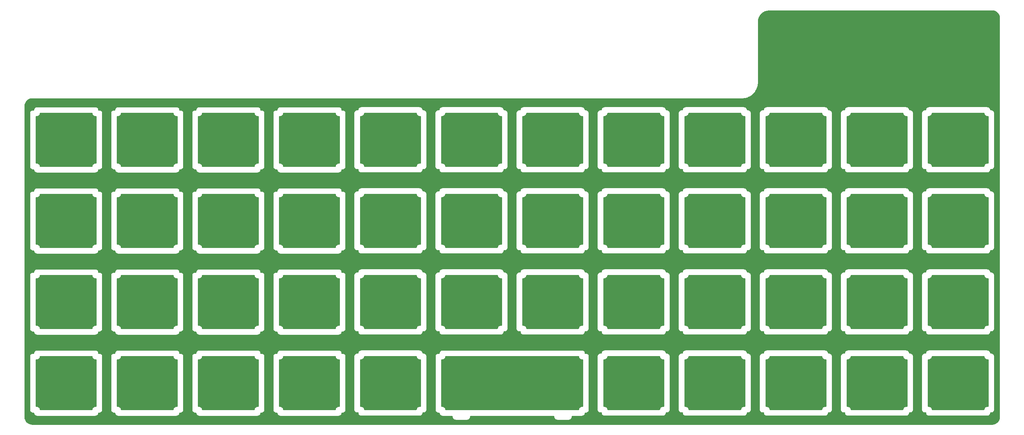
<source format=gbl>
G04 #@! TF.GenerationSoftware,KiCad,Pcbnew,(5.1.10)-1*
G04 #@! TF.CreationDate,2022-01-10T13:39:26-05:00*
G04 #@! TF.ProjectId,40 plate,34302520-706c-4617-9465-2e6b69636164,rev?*
G04 #@! TF.SameCoordinates,Original*
G04 #@! TF.FileFunction,Copper,L2,Bot*
G04 #@! TF.FilePolarity,Positive*
%FSLAX46Y46*%
G04 Gerber Fmt 4.6, Leading zero omitted, Abs format (unit mm)*
G04 Created by KiCad (PCBNEW (5.1.10)-1) date 2022-01-10 13:39:26*
%MOMM*%
%LPD*%
G01*
G04 APERTURE LIST*
G04 #@! TA.AperFunction,NonConductor*
%ADD10C,0.254000*%
G04 #@! TD*
G04 #@! TA.AperFunction,NonConductor*
%ADD11C,0.100000*%
G04 #@! TD*
G04 APERTURE END LIST*
D10*
X259096210Y-33239636D02*
X259417210Y-33336551D01*
X259713275Y-33493971D01*
X259973123Y-33705899D01*
X260186858Y-33964260D01*
X260346338Y-34259214D01*
X260445494Y-34579532D01*
X260483750Y-34943512D01*
X260483751Y-128555211D01*
X260447864Y-128921210D01*
X260350948Y-129242212D01*
X260193529Y-129538275D01*
X259981601Y-129798123D01*
X259723242Y-130011856D01*
X259428286Y-130171338D01*
X259107969Y-130270493D01*
X258743979Y-130308750D01*
X33369779Y-130308750D01*
X33003790Y-130272864D01*
X32682788Y-130175948D01*
X32386725Y-130018529D01*
X32126877Y-129806601D01*
X31913144Y-129548242D01*
X31753662Y-129253286D01*
X31654507Y-128932969D01*
X31631808Y-128717008D01*
X31641250Y-128621147D01*
X31641250Y-114400000D01*
X32686202Y-114400000D01*
X32690000Y-114438561D01*
X32690001Y-126861429D01*
X32686202Y-126900000D01*
X32701359Y-127053887D01*
X32746246Y-127201860D01*
X32819138Y-127338233D01*
X32917236Y-127457764D01*
X33036767Y-127555862D01*
X33173140Y-127628754D01*
X33321113Y-127673641D01*
X33436439Y-127685000D01*
X33436440Y-127685000D01*
X33475000Y-127688798D01*
X33513561Y-127685000D01*
X33639649Y-127685000D01*
X33651359Y-127803887D01*
X33696246Y-127951860D01*
X33769138Y-128088233D01*
X33867236Y-128207764D01*
X33986767Y-128305862D01*
X34123140Y-128378754D01*
X34271113Y-128423641D01*
X34386439Y-128435000D01*
X34386440Y-128435000D01*
X34425000Y-128438798D01*
X34463561Y-128435000D01*
X48086440Y-128435000D01*
X48125000Y-128438798D01*
X48168780Y-128434486D01*
X48278887Y-128423641D01*
X48426860Y-128378754D01*
X48563233Y-128305862D01*
X48682764Y-128207764D01*
X48780862Y-128088233D01*
X48853754Y-127951860D01*
X48898641Y-127803887D01*
X48910351Y-127685000D01*
X49036440Y-127685000D01*
X49075000Y-127688798D01*
X49228887Y-127673641D01*
X49376860Y-127628754D01*
X49513233Y-127555862D01*
X49632764Y-127457764D01*
X49730862Y-127338233D01*
X49803754Y-127201860D01*
X49848641Y-127053887D01*
X49860000Y-126938561D01*
X49863798Y-126900000D01*
X49860000Y-126861439D01*
X49860000Y-114438561D01*
X49863798Y-114400000D01*
X51736202Y-114400000D01*
X51740000Y-114438561D01*
X51740001Y-126861429D01*
X51736202Y-126900000D01*
X51751359Y-127053887D01*
X51796246Y-127201860D01*
X51869138Y-127338233D01*
X51967236Y-127457764D01*
X52086767Y-127555862D01*
X52223140Y-127628754D01*
X52371113Y-127673641D01*
X52486439Y-127685000D01*
X52486440Y-127685000D01*
X52525000Y-127688798D01*
X52563561Y-127685000D01*
X52689649Y-127685000D01*
X52701359Y-127803887D01*
X52746246Y-127951860D01*
X52819138Y-128088233D01*
X52917236Y-128207764D01*
X53036767Y-128305862D01*
X53173140Y-128378754D01*
X53321113Y-128423641D01*
X53436439Y-128435000D01*
X53436440Y-128435000D01*
X53475000Y-128438798D01*
X53513561Y-128435000D01*
X67136440Y-128435000D01*
X67175000Y-128438798D01*
X67218780Y-128434486D01*
X67328887Y-128423641D01*
X67476860Y-128378754D01*
X67613233Y-128305862D01*
X67732764Y-128207764D01*
X67830862Y-128088233D01*
X67903754Y-127951860D01*
X67948641Y-127803887D01*
X67960351Y-127685000D01*
X68086440Y-127685000D01*
X68125000Y-127688798D01*
X68278887Y-127673641D01*
X68426860Y-127628754D01*
X68563233Y-127555862D01*
X68682764Y-127457764D01*
X68780862Y-127338233D01*
X68853754Y-127201860D01*
X68898641Y-127053887D01*
X68910000Y-126938561D01*
X68913798Y-126900000D01*
X68910000Y-126861439D01*
X68910000Y-114438561D01*
X68913798Y-114400000D01*
X70786202Y-114400000D01*
X70790000Y-114438561D01*
X70790001Y-126861429D01*
X70786202Y-126900000D01*
X70801359Y-127053887D01*
X70846246Y-127201860D01*
X70919138Y-127338233D01*
X71017236Y-127457764D01*
X71136767Y-127555862D01*
X71273140Y-127628754D01*
X71421113Y-127673641D01*
X71536439Y-127685000D01*
X71536440Y-127685000D01*
X71575000Y-127688798D01*
X71613561Y-127685000D01*
X71739649Y-127685000D01*
X71751359Y-127803887D01*
X71796246Y-127951860D01*
X71869138Y-128088233D01*
X71967236Y-128207764D01*
X72086767Y-128305862D01*
X72223140Y-128378754D01*
X72371113Y-128423641D01*
X72486439Y-128435000D01*
X72486440Y-128435000D01*
X72525000Y-128438798D01*
X72563561Y-128435000D01*
X86186440Y-128435000D01*
X86225000Y-128438798D01*
X86268780Y-128434486D01*
X86378887Y-128423641D01*
X86526860Y-128378754D01*
X86663233Y-128305862D01*
X86782764Y-128207764D01*
X86880862Y-128088233D01*
X86953754Y-127951860D01*
X86998641Y-127803887D01*
X87010351Y-127685000D01*
X87136440Y-127685000D01*
X87175000Y-127688798D01*
X87328887Y-127673641D01*
X87476860Y-127628754D01*
X87613233Y-127555862D01*
X87732764Y-127457764D01*
X87830862Y-127338233D01*
X87903754Y-127201860D01*
X87948641Y-127053887D01*
X87960000Y-126938561D01*
X87963798Y-126900000D01*
X87960000Y-126861439D01*
X87960000Y-114438561D01*
X87963798Y-114400000D01*
X89836202Y-114400000D01*
X89840000Y-114438561D01*
X89840001Y-126861429D01*
X89836202Y-126900000D01*
X89851359Y-127053887D01*
X89896246Y-127201860D01*
X89969138Y-127338233D01*
X90067236Y-127457764D01*
X90186767Y-127555862D01*
X90323140Y-127628754D01*
X90471113Y-127673641D01*
X90586439Y-127685000D01*
X90586440Y-127685000D01*
X90625000Y-127688798D01*
X90663561Y-127685000D01*
X90789649Y-127685000D01*
X90801359Y-127803887D01*
X90846246Y-127951860D01*
X90919138Y-128088233D01*
X91017236Y-128207764D01*
X91136767Y-128305862D01*
X91273140Y-128378754D01*
X91421113Y-128423641D01*
X91536439Y-128435000D01*
X91536440Y-128435000D01*
X91575000Y-128438798D01*
X91613561Y-128435000D01*
X105236440Y-128435000D01*
X105275000Y-128438798D01*
X105318780Y-128434486D01*
X105428887Y-128423641D01*
X105576860Y-128378754D01*
X105713233Y-128305862D01*
X105832764Y-128207764D01*
X105930862Y-128088233D01*
X106003754Y-127951860D01*
X106048641Y-127803887D01*
X106060351Y-127685000D01*
X106186440Y-127685000D01*
X106225000Y-127688798D01*
X106378887Y-127673641D01*
X106526860Y-127628754D01*
X106663233Y-127555862D01*
X106782764Y-127457764D01*
X106880862Y-127338233D01*
X106953754Y-127201860D01*
X106998641Y-127053887D01*
X107010000Y-126938561D01*
X107013798Y-126900000D01*
X107010000Y-126861439D01*
X107010000Y-114438561D01*
X107013798Y-114400000D01*
X107011336Y-114375000D01*
X108861202Y-114375000D01*
X108865000Y-114413561D01*
X108865001Y-126836429D01*
X108861202Y-126875000D01*
X108876359Y-127028887D01*
X108921246Y-127176860D01*
X108994138Y-127313233D01*
X109092236Y-127432764D01*
X109211767Y-127530862D01*
X109348140Y-127603754D01*
X109496113Y-127648641D01*
X109611439Y-127660000D01*
X109611440Y-127660000D01*
X109650000Y-127663798D01*
X109688561Y-127660000D01*
X109814649Y-127660000D01*
X109826359Y-127778887D01*
X109871246Y-127926860D01*
X109944138Y-128063233D01*
X110042236Y-128182764D01*
X110161767Y-128280862D01*
X110298140Y-128353754D01*
X110446113Y-128398641D01*
X110561439Y-128410000D01*
X110561440Y-128410000D01*
X110600000Y-128413798D01*
X110638561Y-128410000D01*
X124261440Y-128410000D01*
X124300000Y-128413798D01*
X124349161Y-128408956D01*
X124453887Y-128398641D01*
X124601860Y-128353754D01*
X124738233Y-128280862D01*
X124857764Y-128182764D01*
X124955862Y-128063233D01*
X125028754Y-127926860D01*
X125073641Y-127778887D01*
X125085351Y-127660000D01*
X125211440Y-127660000D01*
X125250000Y-127663798D01*
X125403887Y-127648641D01*
X125551860Y-127603754D01*
X125688233Y-127530862D01*
X125807764Y-127432764D01*
X125905862Y-127313233D01*
X125978754Y-127176860D01*
X126023641Y-127028887D01*
X126035000Y-126913561D01*
X126038798Y-126875000D01*
X126035000Y-126836439D01*
X126035000Y-114413561D01*
X126036335Y-114400000D01*
X127936202Y-114400000D01*
X127940000Y-114438561D01*
X127940001Y-126861429D01*
X127936202Y-126900000D01*
X127951359Y-127053887D01*
X127996246Y-127201860D01*
X128069138Y-127338233D01*
X128167236Y-127457764D01*
X128286767Y-127555862D01*
X128423140Y-127628754D01*
X128571113Y-127673641D01*
X128686439Y-127685000D01*
X128686440Y-127685000D01*
X128725000Y-127688798D01*
X128763561Y-127685000D01*
X128889649Y-127685000D01*
X128901359Y-127803887D01*
X128946246Y-127951860D01*
X129019138Y-128088233D01*
X129117236Y-128207764D01*
X129236767Y-128305862D01*
X129373140Y-128378754D01*
X129521113Y-128423641D01*
X129636439Y-128435000D01*
X129636440Y-128435000D01*
X129675000Y-128438798D01*
X129713561Y-128435000D01*
X131953001Y-128435000D01*
X131953001Y-128533718D01*
X131949191Y-128572400D01*
X131964394Y-128726757D01*
X132009418Y-128875183D01*
X132082534Y-129011972D01*
X132180931Y-129131869D01*
X132300828Y-129230266D01*
X132437617Y-129303382D01*
X132586043Y-129348406D01*
X132701727Y-129359800D01*
X132740400Y-129363609D01*
X132779073Y-129359800D01*
X135444927Y-129359800D01*
X135483600Y-129363609D01*
X135522273Y-129359800D01*
X135637957Y-129348406D01*
X135786383Y-129303382D01*
X135923172Y-129230266D01*
X136043069Y-129131869D01*
X136141466Y-129011972D01*
X136214582Y-128875183D01*
X136259606Y-128726757D01*
X136274809Y-128572400D01*
X136271000Y-128533727D01*
X136271000Y-128435000D01*
X155829001Y-128435000D01*
X155829001Y-128533718D01*
X155825191Y-128572400D01*
X155840394Y-128726757D01*
X155885418Y-128875183D01*
X155958534Y-129011972D01*
X156056931Y-129131869D01*
X156176828Y-129230266D01*
X156313617Y-129303382D01*
X156462043Y-129348406D01*
X156577727Y-129359800D01*
X156616400Y-129363609D01*
X156655073Y-129359800D01*
X159320927Y-129359800D01*
X159359600Y-129363609D01*
X159398273Y-129359800D01*
X159513957Y-129348406D01*
X159662383Y-129303382D01*
X159799172Y-129230266D01*
X159919069Y-129131869D01*
X160017466Y-129011972D01*
X160090582Y-128875183D01*
X160135606Y-128726757D01*
X160150809Y-128572400D01*
X160147000Y-128533727D01*
X160147000Y-128435000D01*
X162386440Y-128435000D01*
X162425000Y-128438798D01*
X162468780Y-128434486D01*
X162578887Y-128423641D01*
X162726860Y-128378754D01*
X162863233Y-128305862D01*
X162982764Y-128207764D01*
X163080862Y-128088233D01*
X163153754Y-127951860D01*
X163198641Y-127803887D01*
X163210351Y-127685000D01*
X163336440Y-127685000D01*
X163375000Y-127688798D01*
X163528887Y-127673641D01*
X163676860Y-127628754D01*
X163813233Y-127555862D01*
X163932764Y-127457764D01*
X164030862Y-127338233D01*
X164103754Y-127201860D01*
X164148641Y-127053887D01*
X164160000Y-126938561D01*
X164163798Y-126900000D01*
X164160000Y-126861439D01*
X164160000Y-114438561D01*
X164163798Y-114400000D01*
X164161336Y-114375000D01*
X166011202Y-114375000D01*
X166015000Y-114413561D01*
X166015001Y-126836429D01*
X166011202Y-126875000D01*
X166026359Y-127028887D01*
X166071246Y-127176860D01*
X166144138Y-127313233D01*
X166242236Y-127432764D01*
X166361767Y-127530862D01*
X166498140Y-127603754D01*
X166646113Y-127648641D01*
X166761439Y-127660000D01*
X166761440Y-127660000D01*
X166800000Y-127663798D01*
X166838561Y-127660000D01*
X166964649Y-127660000D01*
X166976359Y-127778887D01*
X167021246Y-127926860D01*
X167094138Y-128063233D01*
X167192236Y-128182764D01*
X167311767Y-128280862D01*
X167448140Y-128353754D01*
X167596113Y-128398641D01*
X167711439Y-128410000D01*
X167711440Y-128410000D01*
X167750000Y-128413798D01*
X167788561Y-128410000D01*
X181411440Y-128410000D01*
X181450000Y-128413798D01*
X181499161Y-128408956D01*
X181603887Y-128398641D01*
X181751860Y-128353754D01*
X181888233Y-128280862D01*
X182007764Y-128182764D01*
X182105862Y-128063233D01*
X182178754Y-127926860D01*
X182223641Y-127778887D01*
X182235351Y-127660000D01*
X182361440Y-127660000D01*
X182400000Y-127663798D01*
X182553887Y-127648641D01*
X182701860Y-127603754D01*
X182838233Y-127530862D01*
X182957764Y-127432764D01*
X183055862Y-127313233D01*
X183128754Y-127176860D01*
X183173641Y-127028887D01*
X183185000Y-126913561D01*
X183188798Y-126875000D01*
X183185000Y-126836439D01*
X183185000Y-114413561D01*
X183188798Y-114375000D01*
X185061202Y-114375000D01*
X185065000Y-114413561D01*
X185065001Y-126836429D01*
X185061202Y-126875000D01*
X185076359Y-127028887D01*
X185121246Y-127176860D01*
X185194138Y-127313233D01*
X185292236Y-127432764D01*
X185411767Y-127530862D01*
X185548140Y-127603754D01*
X185696113Y-127648641D01*
X185811439Y-127660000D01*
X185811440Y-127660000D01*
X185850000Y-127663798D01*
X185888561Y-127660000D01*
X186014649Y-127660000D01*
X186026359Y-127778887D01*
X186071246Y-127926860D01*
X186144138Y-128063233D01*
X186242236Y-128182764D01*
X186361767Y-128280862D01*
X186498140Y-128353754D01*
X186646113Y-128398641D01*
X186761439Y-128410000D01*
X186761440Y-128410000D01*
X186800000Y-128413798D01*
X186838561Y-128410000D01*
X200461440Y-128410000D01*
X200500000Y-128413798D01*
X200549161Y-128408956D01*
X200653887Y-128398641D01*
X200801860Y-128353754D01*
X200938233Y-128280862D01*
X201057764Y-128182764D01*
X201155862Y-128063233D01*
X201228754Y-127926860D01*
X201273641Y-127778887D01*
X201285351Y-127660000D01*
X201411440Y-127660000D01*
X201450000Y-127663798D01*
X201603887Y-127648641D01*
X201751860Y-127603754D01*
X201888233Y-127530862D01*
X202007764Y-127432764D01*
X202105862Y-127313233D01*
X202178754Y-127176860D01*
X202223641Y-127028887D01*
X202235000Y-126913561D01*
X202238798Y-126875000D01*
X202235000Y-126836439D01*
X202235000Y-114413561D01*
X202238798Y-114375000D01*
X204111202Y-114375000D01*
X204115000Y-114413561D01*
X204115001Y-126836429D01*
X204111202Y-126875000D01*
X204126359Y-127028887D01*
X204171246Y-127176860D01*
X204244138Y-127313233D01*
X204342236Y-127432764D01*
X204461767Y-127530862D01*
X204598140Y-127603754D01*
X204746113Y-127648641D01*
X204861439Y-127660000D01*
X204861440Y-127660000D01*
X204900000Y-127663798D01*
X204938561Y-127660000D01*
X205064649Y-127660000D01*
X205076359Y-127778887D01*
X205121246Y-127926860D01*
X205194138Y-128063233D01*
X205292236Y-128182764D01*
X205411767Y-128280862D01*
X205548140Y-128353754D01*
X205696113Y-128398641D01*
X205811439Y-128410000D01*
X205811440Y-128410000D01*
X205850000Y-128413798D01*
X205888561Y-128410000D01*
X219511440Y-128410000D01*
X219550000Y-128413798D01*
X219599161Y-128408956D01*
X219703887Y-128398641D01*
X219851860Y-128353754D01*
X219988233Y-128280862D01*
X220107764Y-128182764D01*
X220205862Y-128063233D01*
X220278754Y-127926860D01*
X220323641Y-127778887D01*
X220335351Y-127660000D01*
X220461440Y-127660000D01*
X220500000Y-127663798D01*
X220653887Y-127648641D01*
X220801860Y-127603754D01*
X220938233Y-127530862D01*
X221057764Y-127432764D01*
X221155862Y-127313233D01*
X221228754Y-127176860D01*
X221273641Y-127028887D01*
X221285000Y-126913561D01*
X221288798Y-126875000D01*
X221285000Y-126836439D01*
X221285000Y-114413561D01*
X221288798Y-114375000D01*
X223161202Y-114375000D01*
X223165000Y-114413561D01*
X223165001Y-126836429D01*
X223161202Y-126875000D01*
X223176359Y-127028887D01*
X223221246Y-127176860D01*
X223294138Y-127313233D01*
X223392236Y-127432764D01*
X223511767Y-127530862D01*
X223648140Y-127603754D01*
X223796113Y-127648641D01*
X223911439Y-127660000D01*
X223911440Y-127660000D01*
X223950000Y-127663798D01*
X223988561Y-127660000D01*
X224114649Y-127660000D01*
X224126359Y-127778887D01*
X224171246Y-127926860D01*
X224244138Y-128063233D01*
X224342236Y-128182764D01*
X224461767Y-128280862D01*
X224598140Y-128353754D01*
X224746113Y-128398641D01*
X224861439Y-128410000D01*
X224861440Y-128410000D01*
X224900000Y-128413798D01*
X224938561Y-128410000D01*
X238561440Y-128410000D01*
X238600000Y-128413798D01*
X238649161Y-128408956D01*
X238753887Y-128398641D01*
X238901860Y-128353754D01*
X239038233Y-128280862D01*
X239157764Y-128182764D01*
X239255862Y-128063233D01*
X239328754Y-127926860D01*
X239373641Y-127778887D01*
X239385351Y-127660000D01*
X239511440Y-127660000D01*
X239550000Y-127663798D01*
X239703887Y-127648641D01*
X239851860Y-127603754D01*
X239988233Y-127530862D01*
X240107764Y-127432764D01*
X240205862Y-127313233D01*
X240278754Y-127176860D01*
X240323641Y-127028887D01*
X240335000Y-126913561D01*
X240338798Y-126875000D01*
X240335000Y-126836439D01*
X240335000Y-114413561D01*
X240338798Y-114375000D01*
X242211202Y-114375000D01*
X242215000Y-114413561D01*
X242215001Y-126836429D01*
X242211202Y-126875000D01*
X242226359Y-127028887D01*
X242271246Y-127176860D01*
X242344138Y-127313233D01*
X242442236Y-127432764D01*
X242561767Y-127530862D01*
X242698140Y-127603754D01*
X242846113Y-127648641D01*
X242961439Y-127660000D01*
X242961440Y-127660000D01*
X243000000Y-127663798D01*
X243038561Y-127660000D01*
X243164649Y-127660000D01*
X243176359Y-127778887D01*
X243221246Y-127926860D01*
X243294138Y-128063233D01*
X243392236Y-128182764D01*
X243511767Y-128280862D01*
X243648140Y-128353754D01*
X243796113Y-128398641D01*
X243911439Y-128410000D01*
X243911440Y-128410000D01*
X243950000Y-128413798D01*
X243988561Y-128410000D01*
X257611440Y-128410000D01*
X257650000Y-128413798D01*
X257699161Y-128408956D01*
X257803887Y-128398641D01*
X257951860Y-128353754D01*
X258088233Y-128280862D01*
X258207764Y-128182764D01*
X258305862Y-128063233D01*
X258378754Y-127926860D01*
X258423641Y-127778887D01*
X258435351Y-127660000D01*
X258561440Y-127660000D01*
X258600000Y-127663798D01*
X258753887Y-127648641D01*
X258901860Y-127603754D01*
X259038233Y-127530862D01*
X259157764Y-127432764D01*
X259255862Y-127313233D01*
X259328754Y-127176860D01*
X259373641Y-127028887D01*
X259385000Y-126913561D01*
X259388798Y-126875000D01*
X259385000Y-126836439D01*
X259385000Y-114413561D01*
X259388798Y-114375000D01*
X259373641Y-114221113D01*
X259328754Y-114073140D01*
X259255862Y-113936767D01*
X259157764Y-113817236D01*
X259038233Y-113719138D01*
X258901860Y-113646246D01*
X258753887Y-113601359D01*
X258638561Y-113590000D01*
X258638560Y-113590000D01*
X258600000Y-113586202D01*
X258561439Y-113590000D01*
X258435351Y-113590000D01*
X258423641Y-113471113D01*
X258378754Y-113323140D01*
X258305862Y-113186767D01*
X258207764Y-113067236D01*
X258088233Y-112969138D01*
X257951860Y-112896246D01*
X257803887Y-112851359D01*
X257688561Y-112840000D01*
X257688560Y-112840000D01*
X257650000Y-112836202D01*
X257611439Y-112840000D01*
X243988560Y-112840000D01*
X243950000Y-112836202D01*
X243911439Y-112840000D01*
X243796113Y-112851359D01*
X243648140Y-112896246D01*
X243511767Y-112969138D01*
X243392236Y-113067236D01*
X243294138Y-113186767D01*
X243221246Y-113323140D01*
X243176359Y-113471113D01*
X243164649Y-113590000D01*
X243038560Y-113590000D01*
X243000000Y-113586202D01*
X242961439Y-113590000D01*
X242846113Y-113601359D01*
X242698140Y-113646246D01*
X242561767Y-113719138D01*
X242442236Y-113817236D01*
X242344138Y-113936767D01*
X242271246Y-114073140D01*
X242226359Y-114221113D01*
X242211202Y-114375000D01*
X240338798Y-114375000D01*
X240323641Y-114221113D01*
X240278754Y-114073140D01*
X240205862Y-113936767D01*
X240107764Y-113817236D01*
X239988233Y-113719138D01*
X239851860Y-113646246D01*
X239703887Y-113601359D01*
X239588561Y-113590000D01*
X239588560Y-113590000D01*
X239550000Y-113586202D01*
X239511439Y-113590000D01*
X239385351Y-113590000D01*
X239373641Y-113471113D01*
X239328754Y-113323140D01*
X239255862Y-113186767D01*
X239157764Y-113067236D01*
X239038233Y-112969138D01*
X238901860Y-112896246D01*
X238753887Y-112851359D01*
X238638561Y-112840000D01*
X238638560Y-112840000D01*
X238600000Y-112836202D01*
X238561439Y-112840000D01*
X224938560Y-112840000D01*
X224900000Y-112836202D01*
X224861439Y-112840000D01*
X224746113Y-112851359D01*
X224598140Y-112896246D01*
X224461767Y-112969138D01*
X224342236Y-113067236D01*
X224244138Y-113186767D01*
X224171246Y-113323140D01*
X224126359Y-113471113D01*
X224114649Y-113590000D01*
X223988560Y-113590000D01*
X223950000Y-113586202D01*
X223911439Y-113590000D01*
X223796113Y-113601359D01*
X223648140Y-113646246D01*
X223511767Y-113719138D01*
X223392236Y-113817236D01*
X223294138Y-113936767D01*
X223221246Y-114073140D01*
X223176359Y-114221113D01*
X223161202Y-114375000D01*
X221288798Y-114375000D01*
X221273641Y-114221113D01*
X221228754Y-114073140D01*
X221155862Y-113936767D01*
X221057764Y-113817236D01*
X220938233Y-113719138D01*
X220801860Y-113646246D01*
X220653887Y-113601359D01*
X220538561Y-113590000D01*
X220538560Y-113590000D01*
X220500000Y-113586202D01*
X220461439Y-113590000D01*
X220335351Y-113590000D01*
X220323641Y-113471113D01*
X220278754Y-113323140D01*
X220205862Y-113186767D01*
X220107764Y-113067236D01*
X219988233Y-112969138D01*
X219851860Y-112896246D01*
X219703887Y-112851359D01*
X219588561Y-112840000D01*
X219588560Y-112840000D01*
X219550000Y-112836202D01*
X219511439Y-112840000D01*
X205888560Y-112840000D01*
X205850000Y-112836202D01*
X205811439Y-112840000D01*
X205696113Y-112851359D01*
X205548140Y-112896246D01*
X205411767Y-112969138D01*
X205292236Y-113067236D01*
X205194138Y-113186767D01*
X205121246Y-113323140D01*
X205076359Y-113471113D01*
X205064649Y-113590000D01*
X204938560Y-113590000D01*
X204900000Y-113586202D01*
X204861439Y-113590000D01*
X204746113Y-113601359D01*
X204598140Y-113646246D01*
X204461767Y-113719138D01*
X204342236Y-113817236D01*
X204244138Y-113936767D01*
X204171246Y-114073140D01*
X204126359Y-114221113D01*
X204111202Y-114375000D01*
X202238798Y-114375000D01*
X202223641Y-114221113D01*
X202178754Y-114073140D01*
X202105862Y-113936767D01*
X202007764Y-113817236D01*
X201888233Y-113719138D01*
X201751860Y-113646246D01*
X201603887Y-113601359D01*
X201488561Y-113590000D01*
X201488560Y-113590000D01*
X201450000Y-113586202D01*
X201411439Y-113590000D01*
X201285351Y-113590000D01*
X201273641Y-113471113D01*
X201228754Y-113323140D01*
X201155862Y-113186767D01*
X201057764Y-113067236D01*
X200938233Y-112969138D01*
X200801860Y-112896246D01*
X200653887Y-112851359D01*
X200538561Y-112840000D01*
X200538560Y-112840000D01*
X200500000Y-112836202D01*
X200461439Y-112840000D01*
X186838560Y-112840000D01*
X186800000Y-112836202D01*
X186761439Y-112840000D01*
X186646113Y-112851359D01*
X186498140Y-112896246D01*
X186361767Y-112969138D01*
X186242236Y-113067236D01*
X186144138Y-113186767D01*
X186071246Y-113323140D01*
X186026359Y-113471113D01*
X186014649Y-113590000D01*
X185888560Y-113590000D01*
X185850000Y-113586202D01*
X185811439Y-113590000D01*
X185696113Y-113601359D01*
X185548140Y-113646246D01*
X185411767Y-113719138D01*
X185292236Y-113817236D01*
X185194138Y-113936767D01*
X185121246Y-114073140D01*
X185076359Y-114221113D01*
X185061202Y-114375000D01*
X183188798Y-114375000D01*
X183173641Y-114221113D01*
X183128754Y-114073140D01*
X183055862Y-113936767D01*
X182957764Y-113817236D01*
X182838233Y-113719138D01*
X182701860Y-113646246D01*
X182553887Y-113601359D01*
X182438561Y-113590000D01*
X182438560Y-113590000D01*
X182400000Y-113586202D01*
X182361439Y-113590000D01*
X182235351Y-113590000D01*
X182223641Y-113471113D01*
X182178754Y-113323140D01*
X182105862Y-113186767D01*
X182007764Y-113067236D01*
X181888233Y-112969138D01*
X181751860Y-112896246D01*
X181603887Y-112851359D01*
X181488561Y-112840000D01*
X181488560Y-112840000D01*
X181450000Y-112836202D01*
X181411439Y-112840000D01*
X167788560Y-112840000D01*
X167750000Y-112836202D01*
X167711439Y-112840000D01*
X167596113Y-112851359D01*
X167448140Y-112896246D01*
X167311767Y-112969138D01*
X167192236Y-113067236D01*
X167094138Y-113186767D01*
X167021246Y-113323140D01*
X166976359Y-113471113D01*
X166964649Y-113590000D01*
X166838560Y-113590000D01*
X166800000Y-113586202D01*
X166761439Y-113590000D01*
X166646113Y-113601359D01*
X166498140Y-113646246D01*
X166361767Y-113719138D01*
X166242236Y-113817236D01*
X166144138Y-113936767D01*
X166071246Y-114073140D01*
X166026359Y-114221113D01*
X166011202Y-114375000D01*
X164161336Y-114375000D01*
X164148641Y-114246113D01*
X164103754Y-114098140D01*
X164030862Y-113961767D01*
X163932764Y-113842236D01*
X163813233Y-113744138D01*
X163676860Y-113671246D01*
X163528887Y-113626359D01*
X163413561Y-113615000D01*
X163413560Y-113615000D01*
X163375000Y-113611202D01*
X163336439Y-113615000D01*
X163210351Y-113615000D01*
X163198641Y-113496113D01*
X163153754Y-113348140D01*
X163080862Y-113211767D01*
X162982764Y-113092236D01*
X162863233Y-112994138D01*
X162726860Y-112921246D01*
X162578887Y-112876359D01*
X162463561Y-112865000D01*
X162463560Y-112865000D01*
X162425000Y-112861202D01*
X162386439Y-112865000D01*
X129713560Y-112865000D01*
X129675000Y-112861202D01*
X129636439Y-112865000D01*
X129521113Y-112876359D01*
X129373140Y-112921246D01*
X129236767Y-112994138D01*
X129117236Y-113092236D01*
X129019138Y-113211767D01*
X128946246Y-113348140D01*
X128901359Y-113496113D01*
X128889649Y-113615000D01*
X128763560Y-113615000D01*
X128725000Y-113611202D01*
X128686439Y-113615000D01*
X128571113Y-113626359D01*
X128423140Y-113671246D01*
X128286767Y-113744138D01*
X128167236Y-113842236D01*
X128069138Y-113961767D01*
X127996246Y-114098140D01*
X127951359Y-114246113D01*
X127936202Y-114400000D01*
X126036335Y-114400000D01*
X126038798Y-114375000D01*
X126023641Y-114221113D01*
X125978754Y-114073140D01*
X125905862Y-113936767D01*
X125807764Y-113817236D01*
X125688233Y-113719138D01*
X125551860Y-113646246D01*
X125403887Y-113601359D01*
X125288561Y-113590000D01*
X125288560Y-113590000D01*
X125250000Y-113586202D01*
X125211439Y-113590000D01*
X125085351Y-113590000D01*
X125073641Y-113471113D01*
X125028754Y-113323140D01*
X124955862Y-113186767D01*
X124857764Y-113067236D01*
X124738233Y-112969138D01*
X124601860Y-112896246D01*
X124453887Y-112851359D01*
X124338561Y-112840000D01*
X124338560Y-112840000D01*
X124300000Y-112836202D01*
X124261439Y-112840000D01*
X110638560Y-112840000D01*
X110600000Y-112836202D01*
X110561439Y-112840000D01*
X110446113Y-112851359D01*
X110298140Y-112896246D01*
X110161767Y-112969138D01*
X110042236Y-113067236D01*
X109944138Y-113186767D01*
X109871246Y-113323140D01*
X109826359Y-113471113D01*
X109814649Y-113590000D01*
X109688560Y-113590000D01*
X109650000Y-113586202D01*
X109611439Y-113590000D01*
X109496113Y-113601359D01*
X109348140Y-113646246D01*
X109211767Y-113719138D01*
X109092236Y-113817236D01*
X108994138Y-113936767D01*
X108921246Y-114073140D01*
X108876359Y-114221113D01*
X108861202Y-114375000D01*
X107011336Y-114375000D01*
X106998641Y-114246113D01*
X106953754Y-114098140D01*
X106880862Y-113961767D01*
X106782764Y-113842236D01*
X106663233Y-113744138D01*
X106526860Y-113671246D01*
X106378887Y-113626359D01*
X106263561Y-113615000D01*
X106263560Y-113615000D01*
X106225000Y-113611202D01*
X106186439Y-113615000D01*
X106060351Y-113615000D01*
X106048641Y-113496113D01*
X106003754Y-113348140D01*
X105930862Y-113211767D01*
X105832764Y-113092236D01*
X105713233Y-112994138D01*
X105576860Y-112921246D01*
X105428887Y-112876359D01*
X105313561Y-112865000D01*
X105313560Y-112865000D01*
X105275000Y-112861202D01*
X105236439Y-112865000D01*
X91613560Y-112865000D01*
X91575000Y-112861202D01*
X91536439Y-112865000D01*
X91421113Y-112876359D01*
X91273140Y-112921246D01*
X91136767Y-112994138D01*
X91017236Y-113092236D01*
X90919138Y-113211767D01*
X90846246Y-113348140D01*
X90801359Y-113496113D01*
X90789649Y-113615000D01*
X90663560Y-113615000D01*
X90625000Y-113611202D01*
X90586439Y-113615000D01*
X90471113Y-113626359D01*
X90323140Y-113671246D01*
X90186767Y-113744138D01*
X90067236Y-113842236D01*
X89969138Y-113961767D01*
X89896246Y-114098140D01*
X89851359Y-114246113D01*
X89836202Y-114400000D01*
X87963798Y-114400000D01*
X87948641Y-114246113D01*
X87903754Y-114098140D01*
X87830862Y-113961767D01*
X87732764Y-113842236D01*
X87613233Y-113744138D01*
X87476860Y-113671246D01*
X87328887Y-113626359D01*
X87213561Y-113615000D01*
X87213560Y-113615000D01*
X87175000Y-113611202D01*
X87136439Y-113615000D01*
X87010351Y-113615000D01*
X86998641Y-113496113D01*
X86953754Y-113348140D01*
X86880862Y-113211767D01*
X86782764Y-113092236D01*
X86663233Y-112994138D01*
X86526860Y-112921246D01*
X86378887Y-112876359D01*
X86263561Y-112865000D01*
X86263560Y-112865000D01*
X86225000Y-112861202D01*
X86186439Y-112865000D01*
X72563560Y-112865000D01*
X72525000Y-112861202D01*
X72486439Y-112865000D01*
X72371113Y-112876359D01*
X72223140Y-112921246D01*
X72086767Y-112994138D01*
X71967236Y-113092236D01*
X71869138Y-113211767D01*
X71796246Y-113348140D01*
X71751359Y-113496113D01*
X71739649Y-113615000D01*
X71613560Y-113615000D01*
X71575000Y-113611202D01*
X71536439Y-113615000D01*
X71421113Y-113626359D01*
X71273140Y-113671246D01*
X71136767Y-113744138D01*
X71017236Y-113842236D01*
X70919138Y-113961767D01*
X70846246Y-114098140D01*
X70801359Y-114246113D01*
X70786202Y-114400000D01*
X68913798Y-114400000D01*
X68898641Y-114246113D01*
X68853754Y-114098140D01*
X68780862Y-113961767D01*
X68682764Y-113842236D01*
X68563233Y-113744138D01*
X68426860Y-113671246D01*
X68278887Y-113626359D01*
X68163561Y-113615000D01*
X68163560Y-113615000D01*
X68125000Y-113611202D01*
X68086439Y-113615000D01*
X67960351Y-113615000D01*
X67948641Y-113496113D01*
X67903754Y-113348140D01*
X67830862Y-113211767D01*
X67732764Y-113092236D01*
X67613233Y-112994138D01*
X67476860Y-112921246D01*
X67328887Y-112876359D01*
X67213561Y-112865000D01*
X67213560Y-112865000D01*
X67175000Y-112861202D01*
X67136439Y-112865000D01*
X53513560Y-112865000D01*
X53475000Y-112861202D01*
X53436439Y-112865000D01*
X53321113Y-112876359D01*
X53173140Y-112921246D01*
X53036767Y-112994138D01*
X52917236Y-113092236D01*
X52819138Y-113211767D01*
X52746246Y-113348140D01*
X52701359Y-113496113D01*
X52689649Y-113615000D01*
X52563560Y-113615000D01*
X52525000Y-113611202D01*
X52486439Y-113615000D01*
X52371113Y-113626359D01*
X52223140Y-113671246D01*
X52086767Y-113744138D01*
X51967236Y-113842236D01*
X51869138Y-113961767D01*
X51796246Y-114098140D01*
X51751359Y-114246113D01*
X51736202Y-114400000D01*
X49863798Y-114400000D01*
X49848641Y-114246113D01*
X49803754Y-114098140D01*
X49730862Y-113961767D01*
X49632764Y-113842236D01*
X49513233Y-113744138D01*
X49376860Y-113671246D01*
X49228887Y-113626359D01*
X49113561Y-113615000D01*
X49113560Y-113615000D01*
X49075000Y-113611202D01*
X49036439Y-113615000D01*
X48910351Y-113615000D01*
X48898641Y-113496113D01*
X48853754Y-113348140D01*
X48780862Y-113211767D01*
X48682764Y-113092236D01*
X48563233Y-112994138D01*
X48426860Y-112921246D01*
X48278887Y-112876359D01*
X48163561Y-112865000D01*
X48163560Y-112865000D01*
X48125000Y-112861202D01*
X48086439Y-112865000D01*
X34463560Y-112865000D01*
X34425000Y-112861202D01*
X34386439Y-112865000D01*
X34271113Y-112876359D01*
X34123140Y-112921246D01*
X33986767Y-112994138D01*
X33867236Y-113092236D01*
X33769138Y-113211767D01*
X33696246Y-113348140D01*
X33651359Y-113496113D01*
X33639649Y-113615000D01*
X33513560Y-113615000D01*
X33475000Y-113611202D01*
X33436439Y-113615000D01*
X33321113Y-113626359D01*
X33173140Y-113671246D01*
X33036767Y-113744138D01*
X32917236Y-113842236D01*
X32819138Y-113961767D01*
X32746246Y-114098140D01*
X32701359Y-114246113D01*
X32686202Y-114400000D01*
X31641250Y-114400000D01*
X31641250Y-95350000D01*
X32686202Y-95350000D01*
X32690000Y-95388561D01*
X32690001Y-107811429D01*
X32686202Y-107850000D01*
X32701359Y-108003887D01*
X32746246Y-108151860D01*
X32819138Y-108288233D01*
X32917236Y-108407764D01*
X33036767Y-108505862D01*
X33173140Y-108578754D01*
X33321113Y-108623641D01*
X33436439Y-108635000D01*
X33436440Y-108635000D01*
X33475000Y-108638798D01*
X33513561Y-108635000D01*
X33639649Y-108635000D01*
X33651359Y-108753887D01*
X33696246Y-108901860D01*
X33769138Y-109038233D01*
X33867236Y-109157764D01*
X33986767Y-109255862D01*
X34123140Y-109328754D01*
X34271113Y-109373641D01*
X34386439Y-109385000D01*
X34386440Y-109385000D01*
X34425000Y-109388798D01*
X34463561Y-109385000D01*
X48086440Y-109385000D01*
X48125000Y-109388798D01*
X48278887Y-109373641D01*
X48426860Y-109328754D01*
X48563233Y-109255862D01*
X48682764Y-109157764D01*
X48780862Y-109038233D01*
X48853754Y-108901860D01*
X48898641Y-108753887D01*
X48910000Y-108638561D01*
X48910351Y-108635000D01*
X49036440Y-108635000D01*
X49075000Y-108638798D01*
X49228887Y-108623641D01*
X49376860Y-108578754D01*
X49513233Y-108505862D01*
X49632764Y-108407764D01*
X49730862Y-108288233D01*
X49803754Y-108151860D01*
X49848641Y-108003887D01*
X49860000Y-107888561D01*
X49863798Y-107850000D01*
X49860000Y-107811439D01*
X49860000Y-95388561D01*
X49863798Y-95350000D01*
X51736202Y-95350000D01*
X51740000Y-95388561D01*
X51740001Y-107811429D01*
X51736202Y-107850000D01*
X51751359Y-108003887D01*
X51796246Y-108151860D01*
X51869138Y-108288233D01*
X51967236Y-108407764D01*
X52086767Y-108505862D01*
X52223140Y-108578754D01*
X52371113Y-108623641D01*
X52486439Y-108635000D01*
X52486440Y-108635000D01*
X52525000Y-108638798D01*
X52563561Y-108635000D01*
X52689649Y-108635000D01*
X52701359Y-108753887D01*
X52746246Y-108901860D01*
X52819138Y-109038233D01*
X52917236Y-109157764D01*
X53036767Y-109255862D01*
X53173140Y-109328754D01*
X53321113Y-109373641D01*
X53436439Y-109385000D01*
X53436440Y-109385000D01*
X53475000Y-109388798D01*
X53513561Y-109385000D01*
X67136440Y-109385000D01*
X67175000Y-109388798D01*
X67328887Y-109373641D01*
X67476860Y-109328754D01*
X67613233Y-109255862D01*
X67732764Y-109157764D01*
X67830862Y-109038233D01*
X67903754Y-108901860D01*
X67948641Y-108753887D01*
X67960000Y-108638561D01*
X67960351Y-108635000D01*
X68086440Y-108635000D01*
X68125000Y-108638798D01*
X68278887Y-108623641D01*
X68426860Y-108578754D01*
X68563233Y-108505862D01*
X68682764Y-108407764D01*
X68780862Y-108288233D01*
X68853754Y-108151860D01*
X68898641Y-108003887D01*
X68910000Y-107888561D01*
X68913798Y-107850000D01*
X68910000Y-107811439D01*
X68910000Y-95388561D01*
X68913798Y-95350000D01*
X70786202Y-95350000D01*
X70790000Y-95388561D01*
X70790001Y-107811429D01*
X70786202Y-107850000D01*
X70801359Y-108003887D01*
X70846246Y-108151860D01*
X70919138Y-108288233D01*
X71017236Y-108407764D01*
X71136767Y-108505862D01*
X71273140Y-108578754D01*
X71421113Y-108623641D01*
X71536439Y-108635000D01*
X71536440Y-108635000D01*
X71575000Y-108638798D01*
X71613561Y-108635000D01*
X71739649Y-108635000D01*
X71751359Y-108753887D01*
X71796246Y-108901860D01*
X71869138Y-109038233D01*
X71967236Y-109157764D01*
X72086767Y-109255862D01*
X72223140Y-109328754D01*
X72371113Y-109373641D01*
X72486439Y-109385000D01*
X72486440Y-109385000D01*
X72525000Y-109388798D01*
X72563561Y-109385000D01*
X86186440Y-109385000D01*
X86225000Y-109388798D01*
X86378887Y-109373641D01*
X86526860Y-109328754D01*
X86663233Y-109255862D01*
X86782764Y-109157764D01*
X86880862Y-109038233D01*
X86953754Y-108901860D01*
X86998641Y-108753887D01*
X87010000Y-108638561D01*
X87010351Y-108635000D01*
X87136440Y-108635000D01*
X87175000Y-108638798D01*
X87328887Y-108623641D01*
X87476860Y-108578754D01*
X87613233Y-108505862D01*
X87732764Y-108407764D01*
X87830862Y-108288233D01*
X87903754Y-108151860D01*
X87948641Y-108003887D01*
X87960000Y-107888561D01*
X87963798Y-107850000D01*
X87960000Y-107811439D01*
X87960000Y-95388561D01*
X87963798Y-95350000D01*
X89836202Y-95350000D01*
X89840000Y-95388561D01*
X89840001Y-107811429D01*
X89836202Y-107850000D01*
X89851359Y-108003887D01*
X89896246Y-108151860D01*
X89969138Y-108288233D01*
X90067236Y-108407764D01*
X90186767Y-108505862D01*
X90323140Y-108578754D01*
X90471113Y-108623641D01*
X90586439Y-108635000D01*
X90586440Y-108635000D01*
X90625000Y-108638798D01*
X90663561Y-108635000D01*
X90789649Y-108635000D01*
X90801359Y-108753887D01*
X90846246Y-108901860D01*
X90919138Y-109038233D01*
X91017236Y-109157764D01*
X91136767Y-109255862D01*
X91273140Y-109328754D01*
X91421113Y-109373641D01*
X91536439Y-109385000D01*
X91536440Y-109385000D01*
X91575000Y-109388798D01*
X91613561Y-109385000D01*
X105236440Y-109385000D01*
X105275000Y-109388798D01*
X105428887Y-109373641D01*
X105576860Y-109328754D01*
X105713233Y-109255862D01*
X105832764Y-109157764D01*
X105930862Y-109038233D01*
X106003754Y-108901860D01*
X106048641Y-108753887D01*
X106060000Y-108638561D01*
X106060351Y-108635000D01*
X106186440Y-108635000D01*
X106225000Y-108638798D01*
X106378887Y-108623641D01*
X106526860Y-108578754D01*
X106663233Y-108505862D01*
X106782764Y-108407764D01*
X106880862Y-108288233D01*
X106953754Y-108151860D01*
X106998641Y-108003887D01*
X107010000Y-107888561D01*
X107013798Y-107850000D01*
X107010000Y-107811439D01*
X107010000Y-95388561D01*
X107013798Y-95350000D01*
X107011336Y-95325000D01*
X108861202Y-95325000D01*
X108865000Y-95363561D01*
X108865001Y-107786429D01*
X108861202Y-107825000D01*
X108876359Y-107978887D01*
X108921246Y-108126860D01*
X108994138Y-108263233D01*
X109092236Y-108382764D01*
X109211767Y-108480862D01*
X109348140Y-108553754D01*
X109496113Y-108598641D01*
X109611439Y-108610000D01*
X109611440Y-108610000D01*
X109650000Y-108613798D01*
X109688561Y-108610000D01*
X109814649Y-108610000D01*
X109826359Y-108728887D01*
X109871246Y-108876860D01*
X109944138Y-109013233D01*
X110042236Y-109132764D01*
X110161767Y-109230862D01*
X110298140Y-109303754D01*
X110446113Y-109348641D01*
X110561439Y-109360000D01*
X110561440Y-109360000D01*
X110600000Y-109363798D01*
X110638561Y-109360000D01*
X124261440Y-109360000D01*
X124300000Y-109363798D01*
X124453887Y-109348641D01*
X124601860Y-109303754D01*
X124738233Y-109230862D01*
X124857764Y-109132764D01*
X124955862Y-109013233D01*
X125028754Y-108876860D01*
X125073641Y-108728887D01*
X125085000Y-108613561D01*
X125085351Y-108610000D01*
X125211440Y-108610000D01*
X125250000Y-108613798D01*
X125403887Y-108598641D01*
X125551860Y-108553754D01*
X125688233Y-108480862D01*
X125807764Y-108382764D01*
X125905862Y-108263233D01*
X125978754Y-108126860D01*
X126023641Y-107978887D01*
X126035000Y-107863561D01*
X126038798Y-107825000D01*
X126035000Y-107786439D01*
X126035000Y-95363561D01*
X126038798Y-95325000D01*
X127911202Y-95325000D01*
X127915000Y-95363561D01*
X127915001Y-107786429D01*
X127911202Y-107825000D01*
X127926359Y-107978887D01*
X127971246Y-108126860D01*
X128044138Y-108263233D01*
X128142236Y-108382764D01*
X128261767Y-108480862D01*
X128398140Y-108553754D01*
X128546113Y-108598641D01*
X128661439Y-108610000D01*
X128661440Y-108610000D01*
X128700000Y-108613798D01*
X128738561Y-108610000D01*
X128864649Y-108610000D01*
X128876359Y-108728887D01*
X128921246Y-108876860D01*
X128994138Y-109013233D01*
X129092236Y-109132764D01*
X129211767Y-109230862D01*
X129348140Y-109303754D01*
X129496113Y-109348641D01*
X129611439Y-109360000D01*
X129611440Y-109360000D01*
X129650000Y-109363798D01*
X129688561Y-109360000D01*
X143311440Y-109360000D01*
X143350000Y-109363798D01*
X143503887Y-109348641D01*
X143651860Y-109303754D01*
X143788233Y-109230862D01*
X143907764Y-109132764D01*
X144005862Y-109013233D01*
X144078754Y-108876860D01*
X144123641Y-108728887D01*
X144135000Y-108613561D01*
X144135351Y-108610000D01*
X144261440Y-108610000D01*
X144300000Y-108613798D01*
X144453887Y-108598641D01*
X144601860Y-108553754D01*
X144738233Y-108480862D01*
X144857764Y-108382764D01*
X144955862Y-108263233D01*
X145028754Y-108126860D01*
X145073641Y-107978887D01*
X145085000Y-107863561D01*
X145088798Y-107825000D01*
X145085000Y-107786439D01*
X145085000Y-95363561D01*
X145088798Y-95325000D01*
X146961202Y-95325000D01*
X146965000Y-95363561D01*
X146965001Y-107786429D01*
X146961202Y-107825000D01*
X146976359Y-107978887D01*
X147021246Y-108126860D01*
X147094138Y-108263233D01*
X147192236Y-108382764D01*
X147311767Y-108480862D01*
X147448140Y-108553754D01*
X147596113Y-108598641D01*
X147711439Y-108610000D01*
X147711440Y-108610000D01*
X147750000Y-108613798D01*
X147788561Y-108610000D01*
X147914649Y-108610000D01*
X147926359Y-108728887D01*
X147971246Y-108876860D01*
X148044138Y-109013233D01*
X148142236Y-109132764D01*
X148261767Y-109230862D01*
X148398140Y-109303754D01*
X148546113Y-109348641D01*
X148661439Y-109360000D01*
X148661440Y-109360000D01*
X148700000Y-109363798D01*
X148738561Y-109360000D01*
X162361440Y-109360000D01*
X162400000Y-109363798D01*
X162553887Y-109348641D01*
X162701860Y-109303754D01*
X162838233Y-109230862D01*
X162957764Y-109132764D01*
X163055862Y-109013233D01*
X163128754Y-108876860D01*
X163173641Y-108728887D01*
X163185000Y-108613561D01*
X163185351Y-108610000D01*
X163311440Y-108610000D01*
X163350000Y-108613798D01*
X163503887Y-108598641D01*
X163651860Y-108553754D01*
X163788233Y-108480862D01*
X163907764Y-108382764D01*
X164005862Y-108263233D01*
X164078754Y-108126860D01*
X164123641Y-107978887D01*
X164135000Y-107863561D01*
X164138798Y-107825000D01*
X164135000Y-107786439D01*
X164135000Y-95363561D01*
X164138798Y-95325000D01*
X166011202Y-95325000D01*
X166015000Y-95363561D01*
X166015001Y-107786429D01*
X166011202Y-107825000D01*
X166026359Y-107978887D01*
X166071246Y-108126860D01*
X166144138Y-108263233D01*
X166242236Y-108382764D01*
X166361767Y-108480862D01*
X166498140Y-108553754D01*
X166646113Y-108598641D01*
X166761439Y-108610000D01*
X166761440Y-108610000D01*
X166800000Y-108613798D01*
X166838561Y-108610000D01*
X166964649Y-108610000D01*
X166976359Y-108728887D01*
X167021246Y-108876860D01*
X167094138Y-109013233D01*
X167192236Y-109132764D01*
X167311767Y-109230862D01*
X167448140Y-109303754D01*
X167596113Y-109348641D01*
X167711439Y-109360000D01*
X167711440Y-109360000D01*
X167750000Y-109363798D01*
X167788561Y-109360000D01*
X181411440Y-109360000D01*
X181450000Y-109363798D01*
X181603887Y-109348641D01*
X181751860Y-109303754D01*
X181888233Y-109230862D01*
X182007764Y-109132764D01*
X182105862Y-109013233D01*
X182178754Y-108876860D01*
X182223641Y-108728887D01*
X182235000Y-108613561D01*
X182235351Y-108610000D01*
X182361440Y-108610000D01*
X182400000Y-108613798D01*
X182553887Y-108598641D01*
X182701860Y-108553754D01*
X182838233Y-108480862D01*
X182957764Y-108382764D01*
X183055862Y-108263233D01*
X183128754Y-108126860D01*
X183173641Y-107978887D01*
X183185000Y-107863561D01*
X183188798Y-107825000D01*
X183185000Y-107786439D01*
X183185000Y-95363561D01*
X183188798Y-95325000D01*
X185061202Y-95325000D01*
X185065000Y-95363561D01*
X185065001Y-107786429D01*
X185061202Y-107825000D01*
X185076359Y-107978887D01*
X185121246Y-108126860D01*
X185194138Y-108263233D01*
X185292236Y-108382764D01*
X185411767Y-108480862D01*
X185548140Y-108553754D01*
X185696113Y-108598641D01*
X185811439Y-108610000D01*
X185811440Y-108610000D01*
X185850000Y-108613798D01*
X185888561Y-108610000D01*
X186014649Y-108610000D01*
X186026359Y-108728887D01*
X186071246Y-108876860D01*
X186144138Y-109013233D01*
X186242236Y-109132764D01*
X186361767Y-109230862D01*
X186498140Y-109303754D01*
X186646113Y-109348641D01*
X186761439Y-109360000D01*
X186761440Y-109360000D01*
X186800000Y-109363798D01*
X186838561Y-109360000D01*
X200461440Y-109360000D01*
X200500000Y-109363798D01*
X200653887Y-109348641D01*
X200801860Y-109303754D01*
X200938233Y-109230862D01*
X201057764Y-109132764D01*
X201155862Y-109013233D01*
X201228754Y-108876860D01*
X201273641Y-108728887D01*
X201285000Y-108613561D01*
X201285351Y-108610000D01*
X201411440Y-108610000D01*
X201450000Y-108613798D01*
X201603887Y-108598641D01*
X201751860Y-108553754D01*
X201888233Y-108480862D01*
X202007764Y-108382764D01*
X202105862Y-108263233D01*
X202178754Y-108126860D01*
X202223641Y-107978887D01*
X202235000Y-107863561D01*
X202238798Y-107825000D01*
X202235000Y-107786439D01*
X202235000Y-95363561D01*
X202238798Y-95325000D01*
X204111202Y-95325000D01*
X204115000Y-95363561D01*
X204115001Y-107786429D01*
X204111202Y-107825000D01*
X204126359Y-107978887D01*
X204171246Y-108126860D01*
X204244138Y-108263233D01*
X204342236Y-108382764D01*
X204461767Y-108480862D01*
X204598140Y-108553754D01*
X204746113Y-108598641D01*
X204861439Y-108610000D01*
X204861440Y-108610000D01*
X204900000Y-108613798D01*
X204938561Y-108610000D01*
X205064649Y-108610000D01*
X205076359Y-108728887D01*
X205121246Y-108876860D01*
X205194138Y-109013233D01*
X205292236Y-109132764D01*
X205411767Y-109230862D01*
X205548140Y-109303754D01*
X205696113Y-109348641D01*
X205811439Y-109360000D01*
X205811440Y-109360000D01*
X205850000Y-109363798D01*
X205888561Y-109360000D01*
X219511440Y-109360000D01*
X219550000Y-109363798D01*
X219703887Y-109348641D01*
X219851860Y-109303754D01*
X219988233Y-109230862D01*
X220107764Y-109132764D01*
X220205862Y-109013233D01*
X220278754Y-108876860D01*
X220323641Y-108728887D01*
X220335000Y-108613561D01*
X220335351Y-108610000D01*
X220461440Y-108610000D01*
X220500000Y-108613798D01*
X220653887Y-108598641D01*
X220801860Y-108553754D01*
X220938233Y-108480862D01*
X221057764Y-108382764D01*
X221155862Y-108263233D01*
X221228754Y-108126860D01*
X221273641Y-107978887D01*
X221285000Y-107863561D01*
X221288798Y-107825000D01*
X221285000Y-107786439D01*
X221285000Y-95363561D01*
X221288798Y-95325000D01*
X223161202Y-95325000D01*
X223165000Y-95363561D01*
X223165001Y-107786429D01*
X223161202Y-107825000D01*
X223176359Y-107978887D01*
X223221246Y-108126860D01*
X223294138Y-108263233D01*
X223392236Y-108382764D01*
X223511767Y-108480862D01*
X223648140Y-108553754D01*
X223796113Y-108598641D01*
X223911439Y-108610000D01*
X223911440Y-108610000D01*
X223950000Y-108613798D01*
X223988561Y-108610000D01*
X224114649Y-108610000D01*
X224126359Y-108728887D01*
X224171246Y-108876860D01*
X224244138Y-109013233D01*
X224342236Y-109132764D01*
X224461767Y-109230862D01*
X224598140Y-109303754D01*
X224746113Y-109348641D01*
X224861439Y-109360000D01*
X224861440Y-109360000D01*
X224900000Y-109363798D01*
X224938561Y-109360000D01*
X238561440Y-109360000D01*
X238600000Y-109363798D01*
X238753887Y-109348641D01*
X238901860Y-109303754D01*
X239038233Y-109230862D01*
X239157764Y-109132764D01*
X239255862Y-109013233D01*
X239328754Y-108876860D01*
X239373641Y-108728887D01*
X239385000Y-108613561D01*
X239385351Y-108610000D01*
X239511440Y-108610000D01*
X239550000Y-108613798D01*
X239703887Y-108598641D01*
X239851860Y-108553754D01*
X239988233Y-108480862D01*
X240107764Y-108382764D01*
X240205862Y-108263233D01*
X240278754Y-108126860D01*
X240323641Y-107978887D01*
X240335000Y-107863561D01*
X240338798Y-107825000D01*
X240335000Y-107786439D01*
X240335000Y-95363561D01*
X240338798Y-95325000D01*
X242211202Y-95325000D01*
X242215000Y-95363561D01*
X242215001Y-107786429D01*
X242211202Y-107825000D01*
X242226359Y-107978887D01*
X242271246Y-108126860D01*
X242344138Y-108263233D01*
X242442236Y-108382764D01*
X242561767Y-108480862D01*
X242698140Y-108553754D01*
X242846113Y-108598641D01*
X242961439Y-108610000D01*
X242961440Y-108610000D01*
X243000000Y-108613798D01*
X243038561Y-108610000D01*
X243164649Y-108610000D01*
X243176359Y-108728887D01*
X243221246Y-108876860D01*
X243294138Y-109013233D01*
X243392236Y-109132764D01*
X243511767Y-109230862D01*
X243648140Y-109303754D01*
X243796113Y-109348641D01*
X243911439Y-109360000D01*
X243911440Y-109360000D01*
X243950000Y-109363798D01*
X243988561Y-109360000D01*
X257611440Y-109360000D01*
X257650000Y-109363798D01*
X257803887Y-109348641D01*
X257951860Y-109303754D01*
X258088233Y-109230862D01*
X258207764Y-109132764D01*
X258305862Y-109013233D01*
X258378754Y-108876860D01*
X258423641Y-108728887D01*
X258435000Y-108613561D01*
X258435351Y-108610000D01*
X258561440Y-108610000D01*
X258600000Y-108613798D01*
X258753887Y-108598641D01*
X258901860Y-108553754D01*
X259038233Y-108480862D01*
X259157764Y-108382764D01*
X259255862Y-108263233D01*
X259328754Y-108126860D01*
X259373641Y-107978887D01*
X259385000Y-107863561D01*
X259388798Y-107825000D01*
X259385000Y-107786439D01*
X259385000Y-95363561D01*
X259388798Y-95325000D01*
X259373641Y-95171113D01*
X259328754Y-95023140D01*
X259255862Y-94886767D01*
X259157764Y-94767236D01*
X259038233Y-94669138D01*
X258901860Y-94596246D01*
X258753887Y-94551359D01*
X258638561Y-94540000D01*
X258638560Y-94540000D01*
X258600000Y-94536202D01*
X258561439Y-94540000D01*
X258435351Y-94540000D01*
X258423641Y-94421113D01*
X258378754Y-94273140D01*
X258305862Y-94136767D01*
X258207764Y-94017236D01*
X258088233Y-93919138D01*
X257951860Y-93846246D01*
X257803887Y-93801359D01*
X257688561Y-93790000D01*
X257688560Y-93790000D01*
X257650000Y-93786202D01*
X257611439Y-93790000D01*
X243988560Y-93790000D01*
X243950000Y-93786202D01*
X243911439Y-93790000D01*
X243796113Y-93801359D01*
X243648140Y-93846246D01*
X243511767Y-93919138D01*
X243392236Y-94017236D01*
X243294138Y-94136767D01*
X243221246Y-94273140D01*
X243176359Y-94421113D01*
X243164649Y-94540000D01*
X243038560Y-94540000D01*
X243000000Y-94536202D01*
X242961439Y-94540000D01*
X242846113Y-94551359D01*
X242698140Y-94596246D01*
X242561767Y-94669138D01*
X242442236Y-94767236D01*
X242344138Y-94886767D01*
X242271246Y-95023140D01*
X242226359Y-95171113D01*
X242211202Y-95325000D01*
X240338798Y-95325000D01*
X240323641Y-95171113D01*
X240278754Y-95023140D01*
X240205862Y-94886767D01*
X240107764Y-94767236D01*
X239988233Y-94669138D01*
X239851860Y-94596246D01*
X239703887Y-94551359D01*
X239588561Y-94540000D01*
X239588560Y-94540000D01*
X239550000Y-94536202D01*
X239511439Y-94540000D01*
X239385351Y-94540000D01*
X239373641Y-94421113D01*
X239328754Y-94273140D01*
X239255862Y-94136767D01*
X239157764Y-94017236D01*
X239038233Y-93919138D01*
X238901860Y-93846246D01*
X238753887Y-93801359D01*
X238638561Y-93790000D01*
X238638560Y-93790000D01*
X238600000Y-93786202D01*
X238561439Y-93790000D01*
X224938560Y-93790000D01*
X224900000Y-93786202D01*
X224861439Y-93790000D01*
X224746113Y-93801359D01*
X224598140Y-93846246D01*
X224461767Y-93919138D01*
X224342236Y-94017236D01*
X224244138Y-94136767D01*
X224171246Y-94273140D01*
X224126359Y-94421113D01*
X224114649Y-94540000D01*
X223988560Y-94540000D01*
X223950000Y-94536202D01*
X223911439Y-94540000D01*
X223796113Y-94551359D01*
X223648140Y-94596246D01*
X223511767Y-94669138D01*
X223392236Y-94767236D01*
X223294138Y-94886767D01*
X223221246Y-95023140D01*
X223176359Y-95171113D01*
X223161202Y-95325000D01*
X221288798Y-95325000D01*
X221273641Y-95171113D01*
X221228754Y-95023140D01*
X221155862Y-94886767D01*
X221057764Y-94767236D01*
X220938233Y-94669138D01*
X220801860Y-94596246D01*
X220653887Y-94551359D01*
X220538561Y-94540000D01*
X220538560Y-94540000D01*
X220500000Y-94536202D01*
X220461439Y-94540000D01*
X220335351Y-94540000D01*
X220323641Y-94421113D01*
X220278754Y-94273140D01*
X220205862Y-94136767D01*
X220107764Y-94017236D01*
X219988233Y-93919138D01*
X219851860Y-93846246D01*
X219703887Y-93801359D01*
X219588561Y-93790000D01*
X219588560Y-93790000D01*
X219550000Y-93786202D01*
X219511439Y-93790000D01*
X205888560Y-93790000D01*
X205850000Y-93786202D01*
X205811439Y-93790000D01*
X205696113Y-93801359D01*
X205548140Y-93846246D01*
X205411767Y-93919138D01*
X205292236Y-94017236D01*
X205194138Y-94136767D01*
X205121246Y-94273140D01*
X205076359Y-94421113D01*
X205064649Y-94540000D01*
X204938560Y-94540000D01*
X204900000Y-94536202D01*
X204861439Y-94540000D01*
X204746113Y-94551359D01*
X204598140Y-94596246D01*
X204461767Y-94669138D01*
X204342236Y-94767236D01*
X204244138Y-94886767D01*
X204171246Y-95023140D01*
X204126359Y-95171113D01*
X204111202Y-95325000D01*
X202238798Y-95325000D01*
X202223641Y-95171113D01*
X202178754Y-95023140D01*
X202105862Y-94886767D01*
X202007764Y-94767236D01*
X201888233Y-94669138D01*
X201751860Y-94596246D01*
X201603887Y-94551359D01*
X201488561Y-94540000D01*
X201488560Y-94540000D01*
X201450000Y-94536202D01*
X201411439Y-94540000D01*
X201285351Y-94540000D01*
X201273641Y-94421113D01*
X201228754Y-94273140D01*
X201155862Y-94136767D01*
X201057764Y-94017236D01*
X200938233Y-93919138D01*
X200801860Y-93846246D01*
X200653887Y-93801359D01*
X200538561Y-93790000D01*
X200538560Y-93790000D01*
X200500000Y-93786202D01*
X200461439Y-93790000D01*
X186838560Y-93790000D01*
X186800000Y-93786202D01*
X186761439Y-93790000D01*
X186646113Y-93801359D01*
X186498140Y-93846246D01*
X186361767Y-93919138D01*
X186242236Y-94017236D01*
X186144138Y-94136767D01*
X186071246Y-94273140D01*
X186026359Y-94421113D01*
X186014649Y-94540000D01*
X185888560Y-94540000D01*
X185850000Y-94536202D01*
X185811439Y-94540000D01*
X185696113Y-94551359D01*
X185548140Y-94596246D01*
X185411767Y-94669138D01*
X185292236Y-94767236D01*
X185194138Y-94886767D01*
X185121246Y-95023140D01*
X185076359Y-95171113D01*
X185061202Y-95325000D01*
X183188798Y-95325000D01*
X183173641Y-95171113D01*
X183128754Y-95023140D01*
X183055862Y-94886767D01*
X182957764Y-94767236D01*
X182838233Y-94669138D01*
X182701860Y-94596246D01*
X182553887Y-94551359D01*
X182438561Y-94540000D01*
X182438560Y-94540000D01*
X182400000Y-94536202D01*
X182361439Y-94540000D01*
X182235351Y-94540000D01*
X182223641Y-94421113D01*
X182178754Y-94273140D01*
X182105862Y-94136767D01*
X182007764Y-94017236D01*
X181888233Y-93919138D01*
X181751860Y-93846246D01*
X181603887Y-93801359D01*
X181488561Y-93790000D01*
X181488560Y-93790000D01*
X181450000Y-93786202D01*
X181411439Y-93790000D01*
X167788560Y-93790000D01*
X167750000Y-93786202D01*
X167711439Y-93790000D01*
X167596113Y-93801359D01*
X167448140Y-93846246D01*
X167311767Y-93919138D01*
X167192236Y-94017236D01*
X167094138Y-94136767D01*
X167021246Y-94273140D01*
X166976359Y-94421113D01*
X166964649Y-94540000D01*
X166838560Y-94540000D01*
X166800000Y-94536202D01*
X166761439Y-94540000D01*
X166646113Y-94551359D01*
X166498140Y-94596246D01*
X166361767Y-94669138D01*
X166242236Y-94767236D01*
X166144138Y-94886767D01*
X166071246Y-95023140D01*
X166026359Y-95171113D01*
X166011202Y-95325000D01*
X164138798Y-95325000D01*
X164123641Y-95171113D01*
X164078754Y-95023140D01*
X164005862Y-94886767D01*
X163907764Y-94767236D01*
X163788233Y-94669138D01*
X163651860Y-94596246D01*
X163503887Y-94551359D01*
X163388561Y-94540000D01*
X163388560Y-94540000D01*
X163350000Y-94536202D01*
X163311439Y-94540000D01*
X163185351Y-94540000D01*
X163173641Y-94421113D01*
X163128754Y-94273140D01*
X163055862Y-94136767D01*
X162957764Y-94017236D01*
X162838233Y-93919138D01*
X162701860Y-93846246D01*
X162553887Y-93801359D01*
X162438561Y-93790000D01*
X162438560Y-93790000D01*
X162400000Y-93786202D01*
X162361439Y-93790000D01*
X148738560Y-93790000D01*
X148700000Y-93786202D01*
X148661439Y-93790000D01*
X148546113Y-93801359D01*
X148398140Y-93846246D01*
X148261767Y-93919138D01*
X148142236Y-94017236D01*
X148044138Y-94136767D01*
X147971246Y-94273140D01*
X147926359Y-94421113D01*
X147914649Y-94540000D01*
X147788560Y-94540000D01*
X147750000Y-94536202D01*
X147711439Y-94540000D01*
X147596113Y-94551359D01*
X147448140Y-94596246D01*
X147311767Y-94669138D01*
X147192236Y-94767236D01*
X147094138Y-94886767D01*
X147021246Y-95023140D01*
X146976359Y-95171113D01*
X146961202Y-95325000D01*
X145088798Y-95325000D01*
X145073641Y-95171113D01*
X145028754Y-95023140D01*
X144955862Y-94886767D01*
X144857764Y-94767236D01*
X144738233Y-94669138D01*
X144601860Y-94596246D01*
X144453887Y-94551359D01*
X144338561Y-94540000D01*
X144338560Y-94540000D01*
X144300000Y-94536202D01*
X144261439Y-94540000D01*
X144135351Y-94540000D01*
X144123641Y-94421113D01*
X144078754Y-94273140D01*
X144005862Y-94136767D01*
X143907764Y-94017236D01*
X143788233Y-93919138D01*
X143651860Y-93846246D01*
X143503887Y-93801359D01*
X143388561Y-93790000D01*
X143388560Y-93790000D01*
X143350000Y-93786202D01*
X143311439Y-93790000D01*
X129688560Y-93790000D01*
X129650000Y-93786202D01*
X129611439Y-93790000D01*
X129496113Y-93801359D01*
X129348140Y-93846246D01*
X129211767Y-93919138D01*
X129092236Y-94017236D01*
X128994138Y-94136767D01*
X128921246Y-94273140D01*
X128876359Y-94421113D01*
X128864649Y-94540000D01*
X128738560Y-94540000D01*
X128700000Y-94536202D01*
X128661439Y-94540000D01*
X128546113Y-94551359D01*
X128398140Y-94596246D01*
X128261767Y-94669138D01*
X128142236Y-94767236D01*
X128044138Y-94886767D01*
X127971246Y-95023140D01*
X127926359Y-95171113D01*
X127911202Y-95325000D01*
X126038798Y-95325000D01*
X126023641Y-95171113D01*
X125978754Y-95023140D01*
X125905862Y-94886767D01*
X125807764Y-94767236D01*
X125688233Y-94669138D01*
X125551860Y-94596246D01*
X125403887Y-94551359D01*
X125288561Y-94540000D01*
X125288560Y-94540000D01*
X125250000Y-94536202D01*
X125211439Y-94540000D01*
X125085351Y-94540000D01*
X125073641Y-94421113D01*
X125028754Y-94273140D01*
X124955862Y-94136767D01*
X124857764Y-94017236D01*
X124738233Y-93919138D01*
X124601860Y-93846246D01*
X124453887Y-93801359D01*
X124338561Y-93790000D01*
X124338560Y-93790000D01*
X124300000Y-93786202D01*
X124261439Y-93790000D01*
X110638560Y-93790000D01*
X110600000Y-93786202D01*
X110561439Y-93790000D01*
X110446113Y-93801359D01*
X110298140Y-93846246D01*
X110161767Y-93919138D01*
X110042236Y-94017236D01*
X109944138Y-94136767D01*
X109871246Y-94273140D01*
X109826359Y-94421113D01*
X109814649Y-94540000D01*
X109688560Y-94540000D01*
X109650000Y-94536202D01*
X109611439Y-94540000D01*
X109496113Y-94551359D01*
X109348140Y-94596246D01*
X109211767Y-94669138D01*
X109092236Y-94767236D01*
X108994138Y-94886767D01*
X108921246Y-95023140D01*
X108876359Y-95171113D01*
X108861202Y-95325000D01*
X107011336Y-95325000D01*
X106998641Y-95196113D01*
X106953754Y-95048140D01*
X106880862Y-94911767D01*
X106782764Y-94792236D01*
X106663233Y-94694138D01*
X106526860Y-94621246D01*
X106378887Y-94576359D01*
X106263561Y-94565000D01*
X106263560Y-94565000D01*
X106225000Y-94561202D01*
X106186439Y-94565000D01*
X106060351Y-94565000D01*
X106048641Y-94446113D01*
X106003754Y-94298140D01*
X105930862Y-94161767D01*
X105832764Y-94042236D01*
X105713233Y-93944138D01*
X105576860Y-93871246D01*
X105428887Y-93826359D01*
X105313561Y-93815000D01*
X105313560Y-93815000D01*
X105275000Y-93811202D01*
X105236439Y-93815000D01*
X91613560Y-93815000D01*
X91575000Y-93811202D01*
X91536439Y-93815000D01*
X91421113Y-93826359D01*
X91273140Y-93871246D01*
X91136767Y-93944138D01*
X91017236Y-94042236D01*
X90919138Y-94161767D01*
X90846246Y-94298140D01*
X90801359Y-94446113D01*
X90789649Y-94565000D01*
X90663560Y-94565000D01*
X90625000Y-94561202D01*
X90586439Y-94565000D01*
X90471113Y-94576359D01*
X90323140Y-94621246D01*
X90186767Y-94694138D01*
X90067236Y-94792236D01*
X89969138Y-94911767D01*
X89896246Y-95048140D01*
X89851359Y-95196113D01*
X89836202Y-95350000D01*
X87963798Y-95350000D01*
X87948641Y-95196113D01*
X87903754Y-95048140D01*
X87830862Y-94911767D01*
X87732764Y-94792236D01*
X87613233Y-94694138D01*
X87476860Y-94621246D01*
X87328887Y-94576359D01*
X87213561Y-94565000D01*
X87213560Y-94565000D01*
X87175000Y-94561202D01*
X87136439Y-94565000D01*
X87010351Y-94565000D01*
X86998641Y-94446113D01*
X86953754Y-94298140D01*
X86880862Y-94161767D01*
X86782764Y-94042236D01*
X86663233Y-93944138D01*
X86526860Y-93871246D01*
X86378887Y-93826359D01*
X86263561Y-93815000D01*
X86263560Y-93815000D01*
X86225000Y-93811202D01*
X86186439Y-93815000D01*
X72563560Y-93815000D01*
X72525000Y-93811202D01*
X72486439Y-93815000D01*
X72371113Y-93826359D01*
X72223140Y-93871246D01*
X72086767Y-93944138D01*
X71967236Y-94042236D01*
X71869138Y-94161767D01*
X71796246Y-94298140D01*
X71751359Y-94446113D01*
X71739649Y-94565000D01*
X71613560Y-94565000D01*
X71575000Y-94561202D01*
X71536439Y-94565000D01*
X71421113Y-94576359D01*
X71273140Y-94621246D01*
X71136767Y-94694138D01*
X71017236Y-94792236D01*
X70919138Y-94911767D01*
X70846246Y-95048140D01*
X70801359Y-95196113D01*
X70786202Y-95350000D01*
X68913798Y-95350000D01*
X68898641Y-95196113D01*
X68853754Y-95048140D01*
X68780862Y-94911767D01*
X68682764Y-94792236D01*
X68563233Y-94694138D01*
X68426860Y-94621246D01*
X68278887Y-94576359D01*
X68163561Y-94565000D01*
X68163560Y-94565000D01*
X68125000Y-94561202D01*
X68086439Y-94565000D01*
X67960351Y-94565000D01*
X67948641Y-94446113D01*
X67903754Y-94298140D01*
X67830862Y-94161767D01*
X67732764Y-94042236D01*
X67613233Y-93944138D01*
X67476860Y-93871246D01*
X67328887Y-93826359D01*
X67213561Y-93815000D01*
X67213560Y-93815000D01*
X67175000Y-93811202D01*
X67136439Y-93815000D01*
X53513560Y-93815000D01*
X53475000Y-93811202D01*
X53436439Y-93815000D01*
X53321113Y-93826359D01*
X53173140Y-93871246D01*
X53036767Y-93944138D01*
X52917236Y-94042236D01*
X52819138Y-94161767D01*
X52746246Y-94298140D01*
X52701359Y-94446113D01*
X52689649Y-94565000D01*
X52563560Y-94565000D01*
X52525000Y-94561202D01*
X52486439Y-94565000D01*
X52371113Y-94576359D01*
X52223140Y-94621246D01*
X52086767Y-94694138D01*
X51967236Y-94792236D01*
X51869138Y-94911767D01*
X51796246Y-95048140D01*
X51751359Y-95196113D01*
X51736202Y-95350000D01*
X49863798Y-95350000D01*
X49848641Y-95196113D01*
X49803754Y-95048140D01*
X49730862Y-94911767D01*
X49632764Y-94792236D01*
X49513233Y-94694138D01*
X49376860Y-94621246D01*
X49228887Y-94576359D01*
X49113561Y-94565000D01*
X49113560Y-94565000D01*
X49075000Y-94561202D01*
X49036439Y-94565000D01*
X48910351Y-94565000D01*
X48898641Y-94446113D01*
X48853754Y-94298140D01*
X48780862Y-94161767D01*
X48682764Y-94042236D01*
X48563233Y-93944138D01*
X48426860Y-93871246D01*
X48278887Y-93826359D01*
X48163561Y-93815000D01*
X48163560Y-93815000D01*
X48125000Y-93811202D01*
X48086439Y-93815000D01*
X34463560Y-93815000D01*
X34425000Y-93811202D01*
X34386439Y-93815000D01*
X34271113Y-93826359D01*
X34123140Y-93871246D01*
X33986767Y-93944138D01*
X33867236Y-94042236D01*
X33769138Y-94161767D01*
X33696246Y-94298140D01*
X33651359Y-94446113D01*
X33639649Y-94565000D01*
X33513560Y-94565000D01*
X33475000Y-94561202D01*
X33436439Y-94565000D01*
X33321113Y-94576359D01*
X33173140Y-94621246D01*
X33036767Y-94694138D01*
X32917236Y-94792236D01*
X32819138Y-94911767D01*
X32746246Y-95048140D01*
X32701359Y-95196113D01*
X32686202Y-95350000D01*
X31641250Y-95350000D01*
X31641250Y-76300000D01*
X32686202Y-76300000D01*
X32690000Y-76338561D01*
X32690001Y-88761429D01*
X32686202Y-88800000D01*
X32701359Y-88953887D01*
X32746246Y-89101860D01*
X32819138Y-89238233D01*
X32917236Y-89357764D01*
X33036767Y-89455862D01*
X33173140Y-89528754D01*
X33321113Y-89573641D01*
X33436439Y-89585000D01*
X33436440Y-89585000D01*
X33475000Y-89588798D01*
X33513561Y-89585000D01*
X33639649Y-89585000D01*
X33651359Y-89703887D01*
X33696246Y-89851860D01*
X33769138Y-89988233D01*
X33867236Y-90107764D01*
X33986767Y-90205862D01*
X34123140Y-90278754D01*
X34271113Y-90323641D01*
X34386439Y-90335000D01*
X34386440Y-90335000D01*
X34425000Y-90338798D01*
X34463561Y-90335000D01*
X48086440Y-90335000D01*
X48125000Y-90338798D01*
X48278887Y-90323641D01*
X48426860Y-90278754D01*
X48563233Y-90205862D01*
X48682764Y-90107764D01*
X48780862Y-89988233D01*
X48853754Y-89851860D01*
X48898641Y-89703887D01*
X48910000Y-89588561D01*
X48910351Y-89585000D01*
X49036440Y-89585000D01*
X49075000Y-89588798D01*
X49228887Y-89573641D01*
X49376860Y-89528754D01*
X49513233Y-89455862D01*
X49632764Y-89357764D01*
X49730862Y-89238233D01*
X49803754Y-89101860D01*
X49848641Y-88953887D01*
X49860000Y-88838561D01*
X49863798Y-88800000D01*
X49860000Y-88761439D01*
X49860000Y-76338561D01*
X49863798Y-76300000D01*
X51736202Y-76300000D01*
X51740000Y-76338561D01*
X51740001Y-88761429D01*
X51736202Y-88800000D01*
X51751359Y-88953887D01*
X51796246Y-89101860D01*
X51869138Y-89238233D01*
X51967236Y-89357764D01*
X52086767Y-89455862D01*
X52223140Y-89528754D01*
X52371113Y-89573641D01*
X52486439Y-89585000D01*
X52486440Y-89585000D01*
X52525000Y-89588798D01*
X52563561Y-89585000D01*
X52689649Y-89585000D01*
X52701359Y-89703887D01*
X52746246Y-89851860D01*
X52819138Y-89988233D01*
X52917236Y-90107764D01*
X53036767Y-90205862D01*
X53173140Y-90278754D01*
X53321113Y-90323641D01*
X53436439Y-90335000D01*
X53436440Y-90335000D01*
X53475000Y-90338798D01*
X53513561Y-90335000D01*
X67136440Y-90335000D01*
X67175000Y-90338798D01*
X67328887Y-90323641D01*
X67476860Y-90278754D01*
X67613233Y-90205862D01*
X67732764Y-90107764D01*
X67830862Y-89988233D01*
X67903754Y-89851860D01*
X67948641Y-89703887D01*
X67960000Y-89588561D01*
X67960351Y-89585000D01*
X68086440Y-89585000D01*
X68125000Y-89588798D01*
X68278887Y-89573641D01*
X68426860Y-89528754D01*
X68563233Y-89455862D01*
X68682764Y-89357764D01*
X68780862Y-89238233D01*
X68853754Y-89101860D01*
X68898641Y-88953887D01*
X68910000Y-88838561D01*
X68913798Y-88800000D01*
X68910000Y-88761439D01*
X68910000Y-76338561D01*
X68913798Y-76300000D01*
X70786202Y-76300000D01*
X70790000Y-76338561D01*
X70790001Y-88761429D01*
X70786202Y-88800000D01*
X70801359Y-88953887D01*
X70846246Y-89101860D01*
X70919138Y-89238233D01*
X71017236Y-89357764D01*
X71136767Y-89455862D01*
X71273140Y-89528754D01*
X71421113Y-89573641D01*
X71536439Y-89585000D01*
X71536440Y-89585000D01*
X71575000Y-89588798D01*
X71613561Y-89585000D01*
X71739649Y-89585000D01*
X71751359Y-89703887D01*
X71796246Y-89851860D01*
X71869138Y-89988233D01*
X71967236Y-90107764D01*
X72086767Y-90205862D01*
X72223140Y-90278754D01*
X72371113Y-90323641D01*
X72486439Y-90335000D01*
X72486440Y-90335000D01*
X72525000Y-90338798D01*
X72563561Y-90335000D01*
X86186440Y-90335000D01*
X86225000Y-90338798D01*
X86378887Y-90323641D01*
X86526860Y-90278754D01*
X86663233Y-90205862D01*
X86782764Y-90107764D01*
X86880862Y-89988233D01*
X86953754Y-89851860D01*
X86998641Y-89703887D01*
X87010000Y-89588561D01*
X87010351Y-89585000D01*
X87136440Y-89585000D01*
X87175000Y-89588798D01*
X87328887Y-89573641D01*
X87476860Y-89528754D01*
X87613233Y-89455862D01*
X87732764Y-89357764D01*
X87830862Y-89238233D01*
X87903754Y-89101860D01*
X87948641Y-88953887D01*
X87960000Y-88838561D01*
X87963798Y-88800000D01*
X87960000Y-88761439D01*
X87960000Y-76338561D01*
X87963798Y-76300000D01*
X89836202Y-76300000D01*
X89840000Y-76338561D01*
X89840001Y-88761429D01*
X89836202Y-88800000D01*
X89851359Y-88953887D01*
X89896246Y-89101860D01*
X89969138Y-89238233D01*
X90067236Y-89357764D01*
X90186767Y-89455862D01*
X90323140Y-89528754D01*
X90471113Y-89573641D01*
X90586439Y-89585000D01*
X90586440Y-89585000D01*
X90625000Y-89588798D01*
X90663561Y-89585000D01*
X90789649Y-89585000D01*
X90801359Y-89703887D01*
X90846246Y-89851860D01*
X90919138Y-89988233D01*
X91017236Y-90107764D01*
X91136767Y-90205862D01*
X91273140Y-90278754D01*
X91421113Y-90323641D01*
X91536439Y-90335000D01*
X91536440Y-90335000D01*
X91575000Y-90338798D01*
X91613561Y-90335000D01*
X105236440Y-90335000D01*
X105275000Y-90338798D01*
X105428887Y-90323641D01*
X105576860Y-90278754D01*
X105713233Y-90205862D01*
X105832764Y-90107764D01*
X105930862Y-89988233D01*
X106003754Y-89851860D01*
X106048641Y-89703887D01*
X106060000Y-89588561D01*
X106060351Y-89585000D01*
X106186440Y-89585000D01*
X106225000Y-89588798D01*
X106378887Y-89573641D01*
X106526860Y-89528754D01*
X106663233Y-89455862D01*
X106782764Y-89357764D01*
X106880862Y-89238233D01*
X106953754Y-89101860D01*
X106998641Y-88953887D01*
X107010000Y-88838561D01*
X107013798Y-88800000D01*
X107010000Y-88761439D01*
X107010000Y-76338561D01*
X107013798Y-76300000D01*
X107011336Y-76275000D01*
X108861202Y-76275000D01*
X108865000Y-76313561D01*
X108865001Y-88736429D01*
X108861202Y-88775000D01*
X108876359Y-88928887D01*
X108921246Y-89076860D01*
X108994138Y-89213233D01*
X109092236Y-89332764D01*
X109211767Y-89430862D01*
X109348140Y-89503754D01*
X109496113Y-89548641D01*
X109611439Y-89560000D01*
X109611440Y-89560000D01*
X109650000Y-89563798D01*
X109688561Y-89560000D01*
X109814649Y-89560000D01*
X109826359Y-89678887D01*
X109871246Y-89826860D01*
X109944138Y-89963233D01*
X110042236Y-90082764D01*
X110161767Y-90180862D01*
X110298140Y-90253754D01*
X110446113Y-90298641D01*
X110561439Y-90310000D01*
X110561440Y-90310000D01*
X110600000Y-90313798D01*
X110638561Y-90310000D01*
X124261440Y-90310000D01*
X124300000Y-90313798D01*
X124453887Y-90298641D01*
X124601860Y-90253754D01*
X124738233Y-90180862D01*
X124857764Y-90082764D01*
X124955862Y-89963233D01*
X125028754Y-89826860D01*
X125073641Y-89678887D01*
X125085000Y-89563561D01*
X125085351Y-89560000D01*
X125211440Y-89560000D01*
X125250000Y-89563798D01*
X125403887Y-89548641D01*
X125551860Y-89503754D01*
X125688233Y-89430862D01*
X125807764Y-89332764D01*
X125905862Y-89213233D01*
X125978754Y-89076860D01*
X126023641Y-88928887D01*
X126035000Y-88813561D01*
X126038798Y-88775000D01*
X126035000Y-88736439D01*
X126035000Y-76313561D01*
X126038798Y-76275000D01*
X127911202Y-76275000D01*
X127915000Y-76313561D01*
X127915001Y-88736429D01*
X127911202Y-88775000D01*
X127926359Y-88928887D01*
X127971246Y-89076860D01*
X128044138Y-89213233D01*
X128142236Y-89332764D01*
X128261767Y-89430862D01*
X128398140Y-89503754D01*
X128546113Y-89548641D01*
X128661439Y-89560000D01*
X128661440Y-89560000D01*
X128700000Y-89563798D01*
X128738561Y-89560000D01*
X128864649Y-89560000D01*
X128876359Y-89678887D01*
X128921246Y-89826860D01*
X128994138Y-89963233D01*
X129092236Y-90082764D01*
X129211767Y-90180862D01*
X129348140Y-90253754D01*
X129496113Y-90298641D01*
X129611439Y-90310000D01*
X129611440Y-90310000D01*
X129650000Y-90313798D01*
X129688561Y-90310000D01*
X143311440Y-90310000D01*
X143350000Y-90313798D01*
X143503887Y-90298641D01*
X143651860Y-90253754D01*
X143788233Y-90180862D01*
X143907764Y-90082764D01*
X144005862Y-89963233D01*
X144078754Y-89826860D01*
X144123641Y-89678887D01*
X144135000Y-89563561D01*
X144135351Y-89560000D01*
X144261440Y-89560000D01*
X144300000Y-89563798D01*
X144453887Y-89548641D01*
X144601860Y-89503754D01*
X144738233Y-89430862D01*
X144857764Y-89332764D01*
X144955862Y-89213233D01*
X145028754Y-89076860D01*
X145073641Y-88928887D01*
X145085000Y-88813561D01*
X145088798Y-88775000D01*
X145085000Y-88736439D01*
X145085000Y-76313561D01*
X145088798Y-76275000D01*
X146961202Y-76275000D01*
X146965000Y-76313561D01*
X146965001Y-88736429D01*
X146961202Y-88775000D01*
X146976359Y-88928887D01*
X147021246Y-89076860D01*
X147094138Y-89213233D01*
X147192236Y-89332764D01*
X147311767Y-89430862D01*
X147448140Y-89503754D01*
X147596113Y-89548641D01*
X147711439Y-89560000D01*
X147711440Y-89560000D01*
X147750000Y-89563798D01*
X147788561Y-89560000D01*
X147914649Y-89560000D01*
X147926359Y-89678887D01*
X147971246Y-89826860D01*
X148044138Y-89963233D01*
X148142236Y-90082764D01*
X148261767Y-90180862D01*
X148398140Y-90253754D01*
X148546113Y-90298641D01*
X148661439Y-90310000D01*
X148661440Y-90310000D01*
X148700000Y-90313798D01*
X148738561Y-90310000D01*
X162361440Y-90310000D01*
X162400000Y-90313798D01*
X162553887Y-90298641D01*
X162701860Y-90253754D01*
X162838233Y-90180862D01*
X162957764Y-90082764D01*
X163055862Y-89963233D01*
X163128754Y-89826860D01*
X163173641Y-89678887D01*
X163185000Y-89563561D01*
X163185351Y-89560000D01*
X163311440Y-89560000D01*
X163350000Y-89563798D01*
X163503887Y-89548641D01*
X163651860Y-89503754D01*
X163788233Y-89430862D01*
X163907764Y-89332764D01*
X164005862Y-89213233D01*
X164078754Y-89076860D01*
X164123641Y-88928887D01*
X164135000Y-88813561D01*
X164138798Y-88775000D01*
X164135000Y-88736439D01*
X164135000Y-76313561D01*
X164138798Y-76275000D01*
X166011202Y-76275000D01*
X166015000Y-76313561D01*
X166015001Y-88736429D01*
X166011202Y-88775000D01*
X166026359Y-88928887D01*
X166071246Y-89076860D01*
X166144138Y-89213233D01*
X166242236Y-89332764D01*
X166361767Y-89430862D01*
X166498140Y-89503754D01*
X166646113Y-89548641D01*
X166761439Y-89560000D01*
X166761440Y-89560000D01*
X166800000Y-89563798D01*
X166838561Y-89560000D01*
X166964649Y-89560000D01*
X166976359Y-89678887D01*
X167021246Y-89826860D01*
X167094138Y-89963233D01*
X167192236Y-90082764D01*
X167311767Y-90180862D01*
X167448140Y-90253754D01*
X167596113Y-90298641D01*
X167711439Y-90310000D01*
X167711440Y-90310000D01*
X167750000Y-90313798D01*
X167788561Y-90310000D01*
X181411440Y-90310000D01*
X181450000Y-90313798D01*
X181603887Y-90298641D01*
X181751860Y-90253754D01*
X181888233Y-90180862D01*
X182007764Y-90082764D01*
X182105862Y-89963233D01*
X182178754Y-89826860D01*
X182223641Y-89678887D01*
X182235000Y-89563561D01*
X182235351Y-89560000D01*
X182361440Y-89560000D01*
X182400000Y-89563798D01*
X182553887Y-89548641D01*
X182701860Y-89503754D01*
X182838233Y-89430862D01*
X182957764Y-89332764D01*
X183055862Y-89213233D01*
X183128754Y-89076860D01*
X183173641Y-88928887D01*
X183185000Y-88813561D01*
X183188798Y-88775000D01*
X183185000Y-88736439D01*
X183185000Y-76313561D01*
X183188798Y-76275000D01*
X185061202Y-76275000D01*
X185065000Y-76313561D01*
X185065001Y-88736429D01*
X185061202Y-88775000D01*
X185076359Y-88928887D01*
X185121246Y-89076860D01*
X185194138Y-89213233D01*
X185292236Y-89332764D01*
X185411767Y-89430862D01*
X185548140Y-89503754D01*
X185696113Y-89548641D01*
X185811439Y-89560000D01*
X185811440Y-89560000D01*
X185850000Y-89563798D01*
X185888561Y-89560000D01*
X186014649Y-89560000D01*
X186026359Y-89678887D01*
X186071246Y-89826860D01*
X186144138Y-89963233D01*
X186242236Y-90082764D01*
X186361767Y-90180862D01*
X186498140Y-90253754D01*
X186646113Y-90298641D01*
X186761439Y-90310000D01*
X186761440Y-90310000D01*
X186800000Y-90313798D01*
X186838561Y-90310000D01*
X200461440Y-90310000D01*
X200500000Y-90313798D01*
X200653887Y-90298641D01*
X200801860Y-90253754D01*
X200938233Y-90180862D01*
X201057764Y-90082764D01*
X201155862Y-89963233D01*
X201228754Y-89826860D01*
X201273641Y-89678887D01*
X201285000Y-89563561D01*
X201285351Y-89560000D01*
X201411440Y-89560000D01*
X201450000Y-89563798D01*
X201603887Y-89548641D01*
X201751860Y-89503754D01*
X201888233Y-89430862D01*
X202007764Y-89332764D01*
X202105862Y-89213233D01*
X202178754Y-89076860D01*
X202223641Y-88928887D01*
X202235000Y-88813561D01*
X202238798Y-88775000D01*
X202235000Y-88736439D01*
X202235000Y-76313561D01*
X202238798Y-76275000D01*
X204111202Y-76275000D01*
X204115000Y-76313561D01*
X204115001Y-88736429D01*
X204111202Y-88775000D01*
X204126359Y-88928887D01*
X204171246Y-89076860D01*
X204244138Y-89213233D01*
X204342236Y-89332764D01*
X204461767Y-89430862D01*
X204598140Y-89503754D01*
X204746113Y-89548641D01*
X204861439Y-89560000D01*
X204861440Y-89560000D01*
X204900000Y-89563798D01*
X204938561Y-89560000D01*
X205064649Y-89560000D01*
X205076359Y-89678887D01*
X205121246Y-89826860D01*
X205194138Y-89963233D01*
X205292236Y-90082764D01*
X205411767Y-90180862D01*
X205548140Y-90253754D01*
X205696113Y-90298641D01*
X205811439Y-90310000D01*
X205811440Y-90310000D01*
X205850000Y-90313798D01*
X205888561Y-90310000D01*
X219511440Y-90310000D01*
X219550000Y-90313798D01*
X219703887Y-90298641D01*
X219851860Y-90253754D01*
X219988233Y-90180862D01*
X220107764Y-90082764D01*
X220205862Y-89963233D01*
X220278754Y-89826860D01*
X220323641Y-89678887D01*
X220335000Y-89563561D01*
X220335351Y-89560000D01*
X220461440Y-89560000D01*
X220500000Y-89563798D01*
X220653887Y-89548641D01*
X220801860Y-89503754D01*
X220938233Y-89430862D01*
X221057764Y-89332764D01*
X221155862Y-89213233D01*
X221228754Y-89076860D01*
X221273641Y-88928887D01*
X221285000Y-88813561D01*
X221288798Y-88775000D01*
X221285000Y-88736439D01*
X221285000Y-76313561D01*
X221288798Y-76275000D01*
X223161202Y-76275000D01*
X223165000Y-76313561D01*
X223165001Y-88736429D01*
X223161202Y-88775000D01*
X223176359Y-88928887D01*
X223221246Y-89076860D01*
X223294138Y-89213233D01*
X223392236Y-89332764D01*
X223511767Y-89430862D01*
X223648140Y-89503754D01*
X223796113Y-89548641D01*
X223911439Y-89560000D01*
X223911440Y-89560000D01*
X223950000Y-89563798D01*
X223988561Y-89560000D01*
X224114649Y-89560000D01*
X224126359Y-89678887D01*
X224171246Y-89826860D01*
X224244138Y-89963233D01*
X224342236Y-90082764D01*
X224461767Y-90180862D01*
X224598140Y-90253754D01*
X224746113Y-90298641D01*
X224861439Y-90310000D01*
X224861440Y-90310000D01*
X224900000Y-90313798D01*
X224938561Y-90310000D01*
X238561440Y-90310000D01*
X238600000Y-90313798D01*
X238753887Y-90298641D01*
X238901860Y-90253754D01*
X239038233Y-90180862D01*
X239157764Y-90082764D01*
X239255862Y-89963233D01*
X239328754Y-89826860D01*
X239373641Y-89678887D01*
X239385000Y-89563561D01*
X239385351Y-89560000D01*
X239511440Y-89560000D01*
X239550000Y-89563798D01*
X239703887Y-89548641D01*
X239851860Y-89503754D01*
X239988233Y-89430862D01*
X240107764Y-89332764D01*
X240205862Y-89213233D01*
X240278754Y-89076860D01*
X240323641Y-88928887D01*
X240335000Y-88813561D01*
X240338798Y-88775000D01*
X240335000Y-88736439D01*
X240335000Y-76313561D01*
X240338798Y-76275000D01*
X242211202Y-76275000D01*
X242215000Y-76313561D01*
X242215001Y-88736429D01*
X242211202Y-88775000D01*
X242226359Y-88928887D01*
X242271246Y-89076860D01*
X242344138Y-89213233D01*
X242442236Y-89332764D01*
X242561767Y-89430862D01*
X242698140Y-89503754D01*
X242846113Y-89548641D01*
X242961439Y-89560000D01*
X242961440Y-89560000D01*
X243000000Y-89563798D01*
X243038561Y-89560000D01*
X243164649Y-89560000D01*
X243176359Y-89678887D01*
X243221246Y-89826860D01*
X243294138Y-89963233D01*
X243392236Y-90082764D01*
X243511767Y-90180862D01*
X243648140Y-90253754D01*
X243796113Y-90298641D01*
X243911439Y-90310000D01*
X243911440Y-90310000D01*
X243950000Y-90313798D01*
X243988561Y-90310000D01*
X257611440Y-90310000D01*
X257650000Y-90313798D01*
X257803887Y-90298641D01*
X257951860Y-90253754D01*
X258088233Y-90180862D01*
X258207764Y-90082764D01*
X258305862Y-89963233D01*
X258378754Y-89826860D01*
X258423641Y-89678887D01*
X258435000Y-89563561D01*
X258435351Y-89560000D01*
X258561440Y-89560000D01*
X258600000Y-89563798D01*
X258753887Y-89548641D01*
X258901860Y-89503754D01*
X259038233Y-89430862D01*
X259157764Y-89332764D01*
X259255862Y-89213233D01*
X259328754Y-89076860D01*
X259373641Y-88928887D01*
X259385000Y-88813561D01*
X259388798Y-88775000D01*
X259385000Y-88736439D01*
X259385000Y-76313561D01*
X259388798Y-76275000D01*
X259373641Y-76121113D01*
X259328754Y-75973140D01*
X259255862Y-75836767D01*
X259157764Y-75717236D01*
X259038233Y-75619138D01*
X258901860Y-75546246D01*
X258753887Y-75501359D01*
X258638561Y-75490000D01*
X258638560Y-75490000D01*
X258600000Y-75486202D01*
X258561439Y-75490000D01*
X258435351Y-75490000D01*
X258423641Y-75371113D01*
X258378754Y-75223140D01*
X258305862Y-75086767D01*
X258207764Y-74967236D01*
X258088233Y-74869138D01*
X257951860Y-74796246D01*
X257803887Y-74751359D01*
X257688561Y-74740000D01*
X257688560Y-74740000D01*
X257650000Y-74736202D01*
X257611439Y-74740000D01*
X243988560Y-74740000D01*
X243950000Y-74736202D01*
X243911439Y-74740000D01*
X243796113Y-74751359D01*
X243648140Y-74796246D01*
X243511767Y-74869138D01*
X243392236Y-74967236D01*
X243294138Y-75086767D01*
X243221246Y-75223140D01*
X243176359Y-75371113D01*
X243164649Y-75490000D01*
X243038560Y-75490000D01*
X243000000Y-75486202D01*
X242961439Y-75490000D01*
X242846113Y-75501359D01*
X242698140Y-75546246D01*
X242561767Y-75619138D01*
X242442236Y-75717236D01*
X242344138Y-75836767D01*
X242271246Y-75973140D01*
X242226359Y-76121113D01*
X242211202Y-76275000D01*
X240338798Y-76275000D01*
X240323641Y-76121113D01*
X240278754Y-75973140D01*
X240205862Y-75836767D01*
X240107764Y-75717236D01*
X239988233Y-75619138D01*
X239851860Y-75546246D01*
X239703887Y-75501359D01*
X239588561Y-75490000D01*
X239588560Y-75490000D01*
X239550000Y-75486202D01*
X239511439Y-75490000D01*
X239385351Y-75490000D01*
X239373641Y-75371113D01*
X239328754Y-75223140D01*
X239255862Y-75086767D01*
X239157764Y-74967236D01*
X239038233Y-74869138D01*
X238901860Y-74796246D01*
X238753887Y-74751359D01*
X238638561Y-74740000D01*
X238638560Y-74740000D01*
X238600000Y-74736202D01*
X238561439Y-74740000D01*
X224938560Y-74740000D01*
X224900000Y-74736202D01*
X224861439Y-74740000D01*
X224746113Y-74751359D01*
X224598140Y-74796246D01*
X224461767Y-74869138D01*
X224342236Y-74967236D01*
X224244138Y-75086767D01*
X224171246Y-75223140D01*
X224126359Y-75371113D01*
X224114649Y-75490000D01*
X223988560Y-75490000D01*
X223950000Y-75486202D01*
X223911439Y-75490000D01*
X223796113Y-75501359D01*
X223648140Y-75546246D01*
X223511767Y-75619138D01*
X223392236Y-75717236D01*
X223294138Y-75836767D01*
X223221246Y-75973140D01*
X223176359Y-76121113D01*
X223161202Y-76275000D01*
X221288798Y-76275000D01*
X221273641Y-76121113D01*
X221228754Y-75973140D01*
X221155862Y-75836767D01*
X221057764Y-75717236D01*
X220938233Y-75619138D01*
X220801860Y-75546246D01*
X220653887Y-75501359D01*
X220538561Y-75490000D01*
X220538560Y-75490000D01*
X220500000Y-75486202D01*
X220461439Y-75490000D01*
X220335351Y-75490000D01*
X220323641Y-75371113D01*
X220278754Y-75223140D01*
X220205862Y-75086767D01*
X220107764Y-74967236D01*
X219988233Y-74869138D01*
X219851860Y-74796246D01*
X219703887Y-74751359D01*
X219588561Y-74740000D01*
X219588560Y-74740000D01*
X219550000Y-74736202D01*
X219511439Y-74740000D01*
X205888560Y-74740000D01*
X205850000Y-74736202D01*
X205811439Y-74740000D01*
X205696113Y-74751359D01*
X205548140Y-74796246D01*
X205411767Y-74869138D01*
X205292236Y-74967236D01*
X205194138Y-75086767D01*
X205121246Y-75223140D01*
X205076359Y-75371113D01*
X205064649Y-75490000D01*
X204938560Y-75490000D01*
X204900000Y-75486202D01*
X204861439Y-75490000D01*
X204746113Y-75501359D01*
X204598140Y-75546246D01*
X204461767Y-75619138D01*
X204342236Y-75717236D01*
X204244138Y-75836767D01*
X204171246Y-75973140D01*
X204126359Y-76121113D01*
X204111202Y-76275000D01*
X202238798Y-76275000D01*
X202223641Y-76121113D01*
X202178754Y-75973140D01*
X202105862Y-75836767D01*
X202007764Y-75717236D01*
X201888233Y-75619138D01*
X201751860Y-75546246D01*
X201603887Y-75501359D01*
X201488561Y-75490000D01*
X201488560Y-75490000D01*
X201450000Y-75486202D01*
X201411439Y-75490000D01*
X201285351Y-75490000D01*
X201273641Y-75371113D01*
X201228754Y-75223140D01*
X201155862Y-75086767D01*
X201057764Y-74967236D01*
X200938233Y-74869138D01*
X200801860Y-74796246D01*
X200653887Y-74751359D01*
X200538561Y-74740000D01*
X200538560Y-74740000D01*
X200500000Y-74736202D01*
X200461439Y-74740000D01*
X186838560Y-74740000D01*
X186800000Y-74736202D01*
X186761439Y-74740000D01*
X186646113Y-74751359D01*
X186498140Y-74796246D01*
X186361767Y-74869138D01*
X186242236Y-74967236D01*
X186144138Y-75086767D01*
X186071246Y-75223140D01*
X186026359Y-75371113D01*
X186014649Y-75490000D01*
X185888560Y-75490000D01*
X185850000Y-75486202D01*
X185811439Y-75490000D01*
X185696113Y-75501359D01*
X185548140Y-75546246D01*
X185411767Y-75619138D01*
X185292236Y-75717236D01*
X185194138Y-75836767D01*
X185121246Y-75973140D01*
X185076359Y-76121113D01*
X185061202Y-76275000D01*
X183188798Y-76275000D01*
X183173641Y-76121113D01*
X183128754Y-75973140D01*
X183055862Y-75836767D01*
X182957764Y-75717236D01*
X182838233Y-75619138D01*
X182701860Y-75546246D01*
X182553887Y-75501359D01*
X182438561Y-75490000D01*
X182438560Y-75490000D01*
X182400000Y-75486202D01*
X182361439Y-75490000D01*
X182235351Y-75490000D01*
X182223641Y-75371113D01*
X182178754Y-75223140D01*
X182105862Y-75086767D01*
X182007764Y-74967236D01*
X181888233Y-74869138D01*
X181751860Y-74796246D01*
X181603887Y-74751359D01*
X181488561Y-74740000D01*
X181488560Y-74740000D01*
X181450000Y-74736202D01*
X181411439Y-74740000D01*
X167788560Y-74740000D01*
X167750000Y-74736202D01*
X167711439Y-74740000D01*
X167596113Y-74751359D01*
X167448140Y-74796246D01*
X167311767Y-74869138D01*
X167192236Y-74967236D01*
X167094138Y-75086767D01*
X167021246Y-75223140D01*
X166976359Y-75371113D01*
X166964649Y-75490000D01*
X166838560Y-75490000D01*
X166800000Y-75486202D01*
X166761439Y-75490000D01*
X166646113Y-75501359D01*
X166498140Y-75546246D01*
X166361767Y-75619138D01*
X166242236Y-75717236D01*
X166144138Y-75836767D01*
X166071246Y-75973140D01*
X166026359Y-76121113D01*
X166011202Y-76275000D01*
X164138798Y-76275000D01*
X164123641Y-76121113D01*
X164078754Y-75973140D01*
X164005862Y-75836767D01*
X163907764Y-75717236D01*
X163788233Y-75619138D01*
X163651860Y-75546246D01*
X163503887Y-75501359D01*
X163388561Y-75490000D01*
X163388560Y-75490000D01*
X163350000Y-75486202D01*
X163311439Y-75490000D01*
X163185351Y-75490000D01*
X163173641Y-75371113D01*
X163128754Y-75223140D01*
X163055862Y-75086767D01*
X162957764Y-74967236D01*
X162838233Y-74869138D01*
X162701860Y-74796246D01*
X162553887Y-74751359D01*
X162438561Y-74740000D01*
X162438560Y-74740000D01*
X162400000Y-74736202D01*
X162361439Y-74740000D01*
X148738560Y-74740000D01*
X148700000Y-74736202D01*
X148661439Y-74740000D01*
X148546113Y-74751359D01*
X148398140Y-74796246D01*
X148261767Y-74869138D01*
X148142236Y-74967236D01*
X148044138Y-75086767D01*
X147971246Y-75223140D01*
X147926359Y-75371113D01*
X147914649Y-75490000D01*
X147788560Y-75490000D01*
X147750000Y-75486202D01*
X147711439Y-75490000D01*
X147596113Y-75501359D01*
X147448140Y-75546246D01*
X147311767Y-75619138D01*
X147192236Y-75717236D01*
X147094138Y-75836767D01*
X147021246Y-75973140D01*
X146976359Y-76121113D01*
X146961202Y-76275000D01*
X145088798Y-76275000D01*
X145073641Y-76121113D01*
X145028754Y-75973140D01*
X144955862Y-75836767D01*
X144857764Y-75717236D01*
X144738233Y-75619138D01*
X144601860Y-75546246D01*
X144453887Y-75501359D01*
X144338561Y-75490000D01*
X144338560Y-75490000D01*
X144300000Y-75486202D01*
X144261439Y-75490000D01*
X144135351Y-75490000D01*
X144123641Y-75371113D01*
X144078754Y-75223140D01*
X144005862Y-75086767D01*
X143907764Y-74967236D01*
X143788233Y-74869138D01*
X143651860Y-74796246D01*
X143503887Y-74751359D01*
X143388561Y-74740000D01*
X143388560Y-74740000D01*
X143350000Y-74736202D01*
X143311439Y-74740000D01*
X129688560Y-74740000D01*
X129650000Y-74736202D01*
X129611439Y-74740000D01*
X129496113Y-74751359D01*
X129348140Y-74796246D01*
X129211767Y-74869138D01*
X129092236Y-74967236D01*
X128994138Y-75086767D01*
X128921246Y-75223140D01*
X128876359Y-75371113D01*
X128864649Y-75490000D01*
X128738560Y-75490000D01*
X128700000Y-75486202D01*
X128661439Y-75490000D01*
X128546113Y-75501359D01*
X128398140Y-75546246D01*
X128261767Y-75619138D01*
X128142236Y-75717236D01*
X128044138Y-75836767D01*
X127971246Y-75973140D01*
X127926359Y-76121113D01*
X127911202Y-76275000D01*
X126038798Y-76275000D01*
X126023641Y-76121113D01*
X125978754Y-75973140D01*
X125905862Y-75836767D01*
X125807764Y-75717236D01*
X125688233Y-75619138D01*
X125551860Y-75546246D01*
X125403887Y-75501359D01*
X125288561Y-75490000D01*
X125288560Y-75490000D01*
X125250000Y-75486202D01*
X125211439Y-75490000D01*
X125085351Y-75490000D01*
X125073641Y-75371113D01*
X125028754Y-75223140D01*
X124955862Y-75086767D01*
X124857764Y-74967236D01*
X124738233Y-74869138D01*
X124601860Y-74796246D01*
X124453887Y-74751359D01*
X124338561Y-74740000D01*
X124338560Y-74740000D01*
X124300000Y-74736202D01*
X124261439Y-74740000D01*
X110638560Y-74740000D01*
X110600000Y-74736202D01*
X110561439Y-74740000D01*
X110446113Y-74751359D01*
X110298140Y-74796246D01*
X110161767Y-74869138D01*
X110042236Y-74967236D01*
X109944138Y-75086767D01*
X109871246Y-75223140D01*
X109826359Y-75371113D01*
X109814649Y-75490000D01*
X109688560Y-75490000D01*
X109650000Y-75486202D01*
X109611439Y-75490000D01*
X109496113Y-75501359D01*
X109348140Y-75546246D01*
X109211767Y-75619138D01*
X109092236Y-75717236D01*
X108994138Y-75836767D01*
X108921246Y-75973140D01*
X108876359Y-76121113D01*
X108861202Y-76275000D01*
X107011336Y-76275000D01*
X106998641Y-76146113D01*
X106953754Y-75998140D01*
X106880862Y-75861767D01*
X106782764Y-75742236D01*
X106663233Y-75644138D01*
X106526860Y-75571246D01*
X106378887Y-75526359D01*
X106263561Y-75515000D01*
X106263560Y-75515000D01*
X106225000Y-75511202D01*
X106186439Y-75515000D01*
X106060351Y-75515000D01*
X106048641Y-75396113D01*
X106003754Y-75248140D01*
X105930862Y-75111767D01*
X105832764Y-74992236D01*
X105713233Y-74894138D01*
X105576860Y-74821246D01*
X105428887Y-74776359D01*
X105313561Y-74765000D01*
X105313560Y-74765000D01*
X105275000Y-74761202D01*
X105236439Y-74765000D01*
X91613560Y-74765000D01*
X91575000Y-74761202D01*
X91536439Y-74765000D01*
X91421113Y-74776359D01*
X91273140Y-74821246D01*
X91136767Y-74894138D01*
X91017236Y-74992236D01*
X90919138Y-75111767D01*
X90846246Y-75248140D01*
X90801359Y-75396113D01*
X90789649Y-75515000D01*
X90663560Y-75515000D01*
X90625000Y-75511202D01*
X90586439Y-75515000D01*
X90471113Y-75526359D01*
X90323140Y-75571246D01*
X90186767Y-75644138D01*
X90067236Y-75742236D01*
X89969138Y-75861767D01*
X89896246Y-75998140D01*
X89851359Y-76146113D01*
X89836202Y-76300000D01*
X87963798Y-76300000D01*
X87948641Y-76146113D01*
X87903754Y-75998140D01*
X87830862Y-75861767D01*
X87732764Y-75742236D01*
X87613233Y-75644138D01*
X87476860Y-75571246D01*
X87328887Y-75526359D01*
X87213561Y-75515000D01*
X87213560Y-75515000D01*
X87175000Y-75511202D01*
X87136439Y-75515000D01*
X87010351Y-75515000D01*
X86998641Y-75396113D01*
X86953754Y-75248140D01*
X86880862Y-75111767D01*
X86782764Y-74992236D01*
X86663233Y-74894138D01*
X86526860Y-74821246D01*
X86378887Y-74776359D01*
X86263561Y-74765000D01*
X86263560Y-74765000D01*
X86225000Y-74761202D01*
X86186439Y-74765000D01*
X72563560Y-74765000D01*
X72525000Y-74761202D01*
X72486439Y-74765000D01*
X72371113Y-74776359D01*
X72223140Y-74821246D01*
X72086767Y-74894138D01*
X71967236Y-74992236D01*
X71869138Y-75111767D01*
X71796246Y-75248140D01*
X71751359Y-75396113D01*
X71739649Y-75515000D01*
X71613560Y-75515000D01*
X71575000Y-75511202D01*
X71536439Y-75515000D01*
X71421113Y-75526359D01*
X71273140Y-75571246D01*
X71136767Y-75644138D01*
X71017236Y-75742236D01*
X70919138Y-75861767D01*
X70846246Y-75998140D01*
X70801359Y-76146113D01*
X70786202Y-76300000D01*
X68913798Y-76300000D01*
X68898641Y-76146113D01*
X68853754Y-75998140D01*
X68780862Y-75861767D01*
X68682764Y-75742236D01*
X68563233Y-75644138D01*
X68426860Y-75571246D01*
X68278887Y-75526359D01*
X68163561Y-75515000D01*
X68163560Y-75515000D01*
X68125000Y-75511202D01*
X68086439Y-75515000D01*
X67960351Y-75515000D01*
X67948641Y-75396113D01*
X67903754Y-75248140D01*
X67830862Y-75111767D01*
X67732764Y-74992236D01*
X67613233Y-74894138D01*
X67476860Y-74821246D01*
X67328887Y-74776359D01*
X67213561Y-74765000D01*
X67213560Y-74765000D01*
X67175000Y-74761202D01*
X67136439Y-74765000D01*
X53513560Y-74765000D01*
X53475000Y-74761202D01*
X53436439Y-74765000D01*
X53321113Y-74776359D01*
X53173140Y-74821246D01*
X53036767Y-74894138D01*
X52917236Y-74992236D01*
X52819138Y-75111767D01*
X52746246Y-75248140D01*
X52701359Y-75396113D01*
X52689649Y-75515000D01*
X52563560Y-75515000D01*
X52525000Y-75511202D01*
X52486439Y-75515000D01*
X52371113Y-75526359D01*
X52223140Y-75571246D01*
X52086767Y-75644138D01*
X51967236Y-75742236D01*
X51869138Y-75861767D01*
X51796246Y-75998140D01*
X51751359Y-76146113D01*
X51736202Y-76300000D01*
X49863798Y-76300000D01*
X49848641Y-76146113D01*
X49803754Y-75998140D01*
X49730862Y-75861767D01*
X49632764Y-75742236D01*
X49513233Y-75644138D01*
X49376860Y-75571246D01*
X49228887Y-75526359D01*
X49113561Y-75515000D01*
X49113560Y-75515000D01*
X49075000Y-75511202D01*
X49036439Y-75515000D01*
X48910351Y-75515000D01*
X48898641Y-75396113D01*
X48853754Y-75248140D01*
X48780862Y-75111767D01*
X48682764Y-74992236D01*
X48563233Y-74894138D01*
X48426860Y-74821246D01*
X48278887Y-74776359D01*
X48163561Y-74765000D01*
X48163560Y-74765000D01*
X48125000Y-74761202D01*
X48086439Y-74765000D01*
X34463560Y-74765000D01*
X34425000Y-74761202D01*
X34386439Y-74765000D01*
X34271113Y-74776359D01*
X34123140Y-74821246D01*
X33986767Y-74894138D01*
X33867236Y-74992236D01*
X33769138Y-75111767D01*
X33696246Y-75248140D01*
X33651359Y-75396113D01*
X33639649Y-75515000D01*
X33513560Y-75515000D01*
X33475000Y-75511202D01*
X33436439Y-75515000D01*
X33321113Y-75526359D01*
X33173140Y-75571246D01*
X33036767Y-75644138D01*
X32917236Y-75742236D01*
X32819138Y-75861767D01*
X32746246Y-75998140D01*
X32701359Y-76146113D01*
X32686202Y-76300000D01*
X31641250Y-76300000D01*
X31641250Y-57250000D01*
X32686202Y-57250000D01*
X32690000Y-57288561D01*
X32690001Y-69711429D01*
X32686202Y-69750000D01*
X32701359Y-69903887D01*
X32746246Y-70051860D01*
X32819138Y-70188233D01*
X32917236Y-70307764D01*
X33036767Y-70405862D01*
X33173140Y-70478754D01*
X33321113Y-70523641D01*
X33436439Y-70535000D01*
X33436440Y-70535000D01*
X33475000Y-70538798D01*
X33513561Y-70535000D01*
X33639649Y-70535000D01*
X33651359Y-70653887D01*
X33696246Y-70801860D01*
X33769138Y-70938233D01*
X33867236Y-71057764D01*
X33986767Y-71155862D01*
X34123140Y-71228754D01*
X34271113Y-71273641D01*
X34386439Y-71285000D01*
X34386440Y-71285000D01*
X34425000Y-71288798D01*
X34463561Y-71285000D01*
X48086440Y-71285000D01*
X48125000Y-71288798D01*
X48278887Y-71273641D01*
X48426860Y-71228754D01*
X48563233Y-71155862D01*
X48682764Y-71057764D01*
X48780862Y-70938233D01*
X48853754Y-70801860D01*
X48898641Y-70653887D01*
X48910000Y-70538561D01*
X48910351Y-70535000D01*
X49036440Y-70535000D01*
X49075000Y-70538798D01*
X49228887Y-70523641D01*
X49376860Y-70478754D01*
X49513233Y-70405862D01*
X49632764Y-70307764D01*
X49730862Y-70188233D01*
X49803754Y-70051860D01*
X49848641Y-69903887D01*
X49860000Y-69788561D01*
X49863798Y-69750000D01*
X49860000Y-69711439D01*
X49860000Y-57288561D01*
X49863798Y-57250000D01*
X51736202Y-57250000D01*
X51740000Y-57288561D01*
X51740001Y-69711429D01*
X51736202Y-69750000D01*
X51751359Y-69903887D01*
X51796246Y-70051860D01*
X51869138Y-70188233D01*
X51967236Y-70307764D01*
X52086767Y-70405862D01*
X52223140Y-70478754D01*
X52371113Y-70523641D01*
X52486439Y-70535000D01*
X52486440Y-70535000D01*
X52525000Y-70538798D01*
X52563561Y-70535000D01*
X52689649Y-70535000D01*
X52701359Y-70653887D01*
X52746246Y-70801860D01*
X52819138Y-70938233D01*
X52917236Y-71057764D01*
X53036767Y-71155862D01*
X53173140Y-71228754D01*
X53321113Y-71273641D01*
X53436439Y-71285000D01*
X53436440Y-71285000D01*
X53475000Y-71288798D01*
X53513561Y-71285000D01*
X67136440Y-71285000D01*
X67175000Y-71288798D01*
X67328887Y-71273641D01*
X67476860Y-71228754D01*
X67613233Y-71155862D01*
X67732764Y-71057764D01*
X67830862Y-70938233D01*
X67903754Y-70801860D01*
X67948641Y-70653887D01*
X67960000Y-70538561D01*
X67960351Y-70535000D01*
X68086440Y-70535000D01*
X68125000Y-70538798D01*
X68278887Y-70523641D01*
X68426860Y-70478754D01*
X68563233Y-70405862D01*
X68682764Y-70307764D01*
X68780862Y-70188233D01*
X68853754Y-70051860D01*
X68898641Y-69903887D01*
X68910000Y-69788561D01*
X68913798Y-69750000D01*
X68910000Y-69711439D01*
X68910000Y-57288561D01*
X68913798Y-57250000D01*
X70786202Y-57250000D01*
X70790000Y-57288561D01*
X70790001Y-69711429D01*
X70786202Y-69750000D01*
X70801359Y-69903887D01*
X70846246Y-70051860D01*
X70919138Y-70188233D01*
X71017236Y-70307764D01*
X71136767Y-70405862D01*
X71273140Y-70478754D01*
X71421113Y-70523641D01*
X71536439Y-70535000D01*
X71536440Y-70535000D01*
X71575000Y-70538798D01*
X71613561Y-70535000D01*
X71739649Y-70535000D01*
X71751359Y-70653887D01*
X71796246Y-70801860D01*
X71869138Y-70938233D01*
X71967236Y-71057764D01*
X72086767Y-71155862D01*
X72223140Y-71228754D01*
X72371113Y-71273641D01*
X72486439Y-71285000D01*
X72486440Y-71285000D01*
X72525000Y-71288798D01*
X72563561Y-71285000D01*
X86186440Y-71285000D01*
X86225000Y-71288798D01*
X86378887Y-71273641D01*
X86526860Y-71228754D01*
X86663233Y-71155862D01*
X86782764Y-71057764D01*
X86880862Y-70938233D01*
X86953754Y-70801860D01*
X86998641Y-70653887D01*
X87010000Y-70538561D01*
X87010351Y-70535000D01*
X87136440Y-70535000D01*
X87175000Y-70538798D01*
X87328887Y-70523641D01*
X87476860Y-70478754D01*
X87613233Y-70405862D01*
X87732764Y-70307764D01*
X87830862Y-70188233D01*
X87903754Y-70051860D01*
X87948641Y-69903887D01*
X87960000Y-69788561D01*
X87963798Y-69750000D01*
X87960000Y-69711439D01*
X87960000Y-57288561D01*
X87963798Y-57250000D01*
X89836202Y-57250000D01*
X89840000Y-57288561D01*
X89840001Y-69711429D01*
X89836202Y-69750000D01*
X89851359Y-69903887D01*
X89896246Y-70051860D01*
X89969138Y-70188233D01*
X90067236Y-70307764D01*
X90186767Y-70405862D01*
X90323140Y-70478754D01*
X90471113Y-70523641D01*
X90586439Y-70535000D01*
X90586440Y-70535000D01*
X90625000Y-70538798D01*
X90663561Y-70535000D01*
X90789649Y-70535000D01*
X90801359Y-70653887D01*
X90846246Y-70801860D01*
X90919138Y-70938233D01*
X91017236Y-71057764D01*
X91136767Y-71155862D01*
X91273140Y-71228754D01*
X91421113Y-71273641D01*
X91536439Y-71285000D01*
X91536440Y-71285000D01*
X91575000Y-71288798D01*
X91613561Y-71285000D01*
X105236440Y-71285000D01*
X105275000Y-71288798D01*
X105428887Y-71273641D01*
X105576860Y-71228754D01*
X105713233Y-71155862D01*
X105832764Y-71057764D01*
X105930862Y-70938233D01*
X106003754Y-70801860D01*
X106048641Y-70653887D01*
X106060000Y-70538561D01*
X106060351Y-70535000D01*
X106186440Y-70535000D01*
X106225000Y-70538798D01*
X106378887Y-70523641D01*
X106526860Y-70478754D01*
X106663233Y-70405862D01*
X106782764Y-70307764D01*
X106880862Y-70188233D01*
X106953754Y-70051860D01*
X106998641Y-69903887D01*
X107010000Y-69788561D01*
X107013798Y-69750000D01*
X107010000Y-69711439D01*
X107010000Y-57288561D01*
X107013798Y-57250000D01*
X107011336Y-57225000D01*
X108861202Y-57225000D01*
X108865000Y-57263561D01*
X108865001Y-69686429D01*
X108861202Y-69725000D01*
X108876359Y-69878887D01*
X108921246Y-70026860D01*
X108994138Y-70163233D01*
X109092236Y-70282764D01*
X109211767Y-70380862D01*
X109348140Y-70453754D01*
X109496113Y-70498641D01*
X109611439Y-70510000D01*
X109611440Y-70510000D01*
X109650000Y-70513798D01*
X109688561Y-70510000D01*
X109814649Y-70510000D01*
X109826359Y-70628887D01*
X109871246Y-70776860D01*
X109944138Y-70913233D01*
X110042236Y-71032764D01*
X110161767Y-71130862D01*
X110298140Y-71203754D01*
X110446113Y-71248641D01*
X110561439Y-71260000D01*
X110561440Y-71260000D01*
X110600000Y-71263798D01*
X110638561Y-71260000D01*
X124261440Y-71260000D01*
X124300000Y-71263798D01*
X124453887Y-71248641D01*
X124601860Y-71203754D01*
X124738233Y-71130862D01*
X124857764Y-71032764D01*
X124955862Y-70913233D01*
X125028754Y-70776860D01*
X125073641Y-70628887D01*
X125085000Y-70513561D01*
X125085351Y-70510000D01*
X125211440Y-70510000D01*
X125250000Y-70513798D01*
X125403887Y-70498641D01*
X125551860Y-70453754D01*
X125688233Y-70380862D01*
X125807764Y-70282764D01*
X125905862Y-70163233D01*
X125978754Y-70026860D01*
X126023641Y-69878887D01*
X126035000Y-69763561D01*
X126038798Y-69725000D01*
X126035000Y-69686439D01*
X126035000Y-57263561D01*
X126038798Y-57225000D01*
X127911202Y-57225000D01*
X127915000Y-57263561D01*
X127915001Y-69686429D01*
X127911202Y-69725000D01*
X127926359Y-69878887D01*
X127971246Y-70026860D01*
X128044138Y-70163233D01*
X128142236Y-70282764D01*
X128261767Y-70380862D01*
X128398140Y-70453754D01*
X128546113Y-70498641D01*
X128661439Y-70510000D01*
X128661440Y-70510000D01*
X128700000Y-70513798D01*
X128738561Y-70510000D01*
X128864649Y-70510000D01*
X128876359Y-70628887D01*
X128921246Y-70776860D01*
X128994138Y-70913233D01*
X129092236Y-71032764D01*
X129211767Y-71130862D01*
X129348140Y-71203754D01*
X129496113Y-71248641D01*
X129611439Y-71260000D01*
X129611440Y-71260000D01*
X129650000Y-71263798D01*
X129688561Y-71260000D01*
X143311440Y-71260000D01*
X143350000Y-71263798D01*
X143503887Y-71248641D01*
X143651860Y-71203754D01*
X143788233Y-71130862D01*
X143907764Y-71032764D01*
X144005862Y-70913233D01*
X144078754Y-70776860D01*
X144123641Y-70628887D01*
X144135000Y-70513561D01*
X144135351Y-70510000D01*
X144261440Y-70510000D01*
X144300000Y-70513798D01*
X144453887Y-70498641D01*
X144601860Y-70453754D01*
X144738233Y-70380862D01*
X144857764Y-70282764D01*
X144955862Y-70163233D01*
X145028754Y-70026860D01*
X145073641Y-69878887D01*
X145085000Y-69763561D01*
X145088798Y-69725000D01*
X145085000Y-69686439D01*
X145085000Y-57263561D01*
X145088798Y-57225000D01*
X146961202Y-57225000D01*
X146965000Y-57263561D01*
X146965001Y-69686429D01*
X146961202Y-69725000D01*
X146976359Y-69878887D01*
X147021246Y-70026860D01*
X147094138Y-70163233D01*
X147192236Y-70282764D01*
X147311767Y-70380862D01*
X147448140Y-70453754D01*
X147596113Y-70498641D01*
X147711439Y-70510000D01*
X147711440Y-70510000D01*
X147750000Y-70513798D01*
X147788561Y-70510000D01*
X147914649Y-70510000D01*
X147926359Y-70628887D01*
X147971246Y-70776860D01*
X148044138Y-70913233D01*
X148142236Y-71032764D01*
X148261767Y-71130862D01*
X148398140Y-71203754D01*
X148546113Y-71248641D01*
X148661439Y-71260000D01*
X148661440Y-71260000D01*
X148700000Y-71263798D01*
X148738561Y-71260000D01*
X162361440Y-71260000D01*
X162400000Y-71263798D01*
X162553887Y-71248641D01*
X162701860Y-71203754D01*
X162838233Y-71130862D01*
X162957764Y-71032764D01*
X163055862Y-70913233D01*
X163128754Y-70776860D01*
X163173641Y-70628887D01*
X163185000Y-70513561D01*
X163185351Y-70510000D01*
X163311440Y-70510000D01*
X163350000Y-70513798D01*
X163503887Y-70498641D01*
X163651860Y-70453754D01*
X163788233Y-70380862D01*
X163907764Y-70282764D01*
X164005862Y-70163233D01*
X164078754Y-70026860D01*
X164123641Y-69878887D01*
X164135000Y-69763561D01*
X164138798Y-69725000D01*
X164135000Y-69686439D01*
X164135000Y-57263561D01*
X164138798Y-57225000D01*
X166011202Y-57225000D01*
X166015000Y-57263561D01*
X166015001Y-69686429D01*
X166011202Y-69725000D01*
X166026359Y-69878887D01*
X166071246Y-70026860D01*
X166144138Y-70163233D01*
X166242236Y-70282764D01*
X166361767Y-70380862D01*
X166498140Y-70453754D01*
X166646113Y-70498641D01*
X166761439Y-70510000D01*
X166761440Y-70510000D01*
X166800000Y-70513798D01*
X166838561Y-70510000D01*
X166964649Y-70510000D01*
X166976359Y-70628887D01*
X167021246Y-70776860D01*
X167094138Y-70913233D01*
X167192236Y-71032764D01*
X167311767Y-71130862D01*
X167448140Y-71203754D01*
X167596113Y-71248641D01*
X167711439Y-71260000D01*
X167711440Y-71260000D01*
X167750000Y-71263798D01*
X167788561Y-71260000D01*
X181411440Y-71260000D01*
X181450000Y-71263798D01*
X181603887Y-71248641D01*
X181751860Y-71203754D01*
X181888233Y-71130862D01*
X182007764Y-71032764D01*
X182105862Y-70913233D01*
X182178754Y-70776860D01*
X182223641Y-70628887D01*
X182235000Y-70513561D01*
X182235351Y-70510000D01*
X182361440Y-70510000D01*
X182400000Y-70513798D01*
X182553887Y-70498641D01*
X182701860Y-70453754D01*
X182838233Y-70380862D01*
X182957764Y-70282764D01*
X183055862Y-70163233D01*
X183128754Y-70026860D01*
X183173641Y-69878887D01*
X183185000Y-69763561D01*
X183188798Y-69725000D01*
X183185000Y-69686439D01*
X183185000Y-57263561D01*
X183188798Y-57225000D01*
X185061202Y-57225000D01*
X185065000Y-57263561D01*
X185065001Y-69686429D01*
X185061202Y-69725000D01*
X185076359Y-69878887D01*
X185121246Y-70026860D01*
X185194138Y-70163233D01*
X185292236Y-70282764D01*
X185411767Y-70380862D01*
X185548140Y-70453754D01*
X185696113Y-70498641D01*
X185811439Y-70510000D01*
X185811440Y-70510000D01*
X185850000Y-70513798D01*
X185888561Y-70510000D01*
X186014649Y-70510000D01*
X186026359Y-70628887D01*
X186071246Y-70776860D01*
X186144138Y-70913233D01*
X186242236Y-71032764D01*
X186361767Y-71130862D01*
X186498140Y-71203754D01*
X186646113Y-71248641D01*
X186761439Y-71260000D01*
X186761440Y-71260000D01*
X186800000Y-71263798D01*
X186838561Y-71260000D01*
X200461440Y-71260000D01*
X200500000Y-71263798D01*
X200653887Y-71248641D01*
X200801860Y-71203754D01*
X200938233Y-71130862D01*
X201057764Y-71032764D01*
X201155862Y-70913233D01*
X201228754Y-70776860D01*
X201273641Y-70628887D01*
X201285000Y-70513561D01*
X201285351Y-70510000D01*
X201411440Y-70510000D01*
X201450000Y-70513798D01*
X201603887Y-70498641D01*
X201751860Y-70453754D01*
X201888233Y-70380862D01*
X202007764Y-70282764D01*
X202105862Y-70163233D01*
X202178754Y-70026860D01*
X202223641Y-69878887D01*
X202235000Y-69763561D01*
X202238798Y-69725000D01*
X202235000Y-69686439D01*
X202235000Y-57263561D01*
X202238798Y-57225000D01*
X204111202Y-57225000D01*
X204115000Y-57263561D01*
X204115001Y-69686429D01*
X204111202Y-69725000D01*
X204126359Y-69878887D01*
X204171246Y-70026860D01*
X204244138Y-70163233D01*
X204342236Y-70282764D01*
X204461767Y-70380862D01*
X204598140Y-70453754D01*
X204746113Y-70498641D01*
X204861439Y-70510000D01*
X204861440Y-70510000D01*
X204900000Y-70513798D01*
X204938561Y-70510000D01*
X205064649Y-70510000D01*
X205076359Y-70628887D01*
X205121246Y-70776860D01*
X205194138Y-70913233D01*
X205292236Y-71032764D01*
X205411767Y-71130862D01*
X205548140Y-71203754D01*
X205696113Y-71248641D01*
X205811439Y-71260000D01*
X205811440Y-71260000D01*
X205850000Y-71263798D01*
X205888561Y-71260000D01*
X219511440Y-71260000D01*
X219550000Y-71263798D01*
X219703887Y-71248641D01*
X219851860Y-71203754D01*
X219988233Y-71130862D01*
X220107764Y-71032764D01*
X220205862Y-70913233D01*
X220278754Y-70776860D01*
X220323641Y-70628887D01*
X220335000Y-70513561D01*
X220335351Y-70510000D01*
X220461440Y-70510000D01*
X220500000Y-70513798D01*
X220653887Y-70498641D01*
X220801860Y-70453754D01*
X220938233Y-70380862D01*
X221057764Y-70282764D01*
X221155862Y-70163233D01*
X221228754Y-70026860D01*
X221273641Y-69878887D01*
X221285000Y-69763561D01*
X221288798Y-69725000D01*
X221285000Y-69686439D01*
X221285000Y-57263561D01*
X221288798Y-57225000D01*
X223161202Y-57225000D01*
X223165000Y-57263561D01*
X223165001Y-69686429D01*
X223161202Y-69725000D01*
X223176359Y-69878887D01*
X223221246Y-70026860D01*
X223294138Y-70163233D01*
X223392236Y-70282764D01*
X223511767Y-70380862D01*
X223648140Y-70453754D01*
X223796113Y-70498641D01*
X223911439Y-70510000D01*
X223911440Y-70510000D01*
X223950000Y-70513798D01*
X223988561Y-70510000D01*
X224114649Y-70510000D01*
X224126359Y-70628887D01*
X224171246Y-70776860D01*
X224244138Y-70913233D01*
X224342236Y-71032764D01*
X224461767Y-71130862D01*
X224598140Y-71203754D01*
X224746113Y-71248641D01*
X224861439Y-71260000D01*
X224861440Y-71260000D01*
X224900000Y-71263798D01*
X224938561Y-71260000D01*
X238561440Y-71260000D01*
X238600000Y-71263798D01*
X238753887Y-71248641D01*
X238901860Y-71203754D01*
X239038233Y-71130862D01*
X239157764Y-71032764D01*
X239255862Y-70913233D01*
X239328754Y-70776860D01*
X239373641Y-70628887D01*
X239385000Y-70513561D01*
X239385351Y-70510000D01*
X239511440Y-70510000D01*
X239550000Y-70513798D01*
X239703887Y-70498641D01*
X239851860Y-70453754D01*
X239988233Y-70380862D01*
X240107764Y-70282764D01*
X240205862Y-70163233D01*
X240278754Y-70026860D01*
X240323641Y-69878887D01*
X240335000Y-69763561D01*
X240338798Y-69725000D01*
X240335000Y-69686439D01*
X240335000Y-57263561D01*
X240338798Y-57225000D01*
X242211202Y-57225000D01*
X242215000Y-57263561D01*
X242215001Y-69686429D01*
X242211202Y-69725000D01*
X242226359Y-69878887D01*
X242271246Y-70026860D01*
X242344138Y-70163233D01*
X242442236Y-70282764D01*
X242561767Y-70380862D01*
X242698140Y-70453754D01*
X242846113Y-70498641D01*
X242961439Y-70510000D01*
X242961440Y-70510000D01*
X243000000Y-70513798D01*
X243038561Y-70510000D01*
X243164649Y-70510000D01*
X243176359Y-70628887D01*
X243221246Y-70776860D01*
X243294138Y-70913233D01*
X243392236Y-71032764D01*
X243511767Y-71130862D01*
X243648140Y-71203754D01*
X243796113Y-71248641D01*
X243911439Y-71260000D01*
X243911440Y-71260000D01*
X243950000Y-71263798D01*
X243988561Y-71260000D01*
X257611440Y-71260000D01*
X257650000Y-71263798D01*
X257803887Y-71248641D01*
X257951860Y-71203754D01*
X258088233Y-71130862D01*
X258207764Y-71032764D01*
X258305862Y-70913233D01*
X258378754Y-70776860D01*
X258423641Y-70628887D01*
X258435000Y-70513561D01*
X258435351Y-70510000D01*
X258561440Y-70510000D01*
X258600000Y-70513798D01*
X258753887Y-70498641D01*
X258901860Y-70453754D01*
X259038233Y-70380862D01*
X259157764Y-70282764D01*
X259255862Y-70163233D01*
X259328754Y-70026860D01*
X259373641Y-69878887D01*
X259385000Y-69763561D01*
X259388798Y-69725000D01*
X259385000Y-69686439D01*
X259385000Y-57263561D01*
X259388798Y-57225000D01*
X259373641Y-57071113D01*
X259328754Y-56923140D01*
X259255862Y-56786767D01*
X259157764Y-56667236D01*
X259038233Y-56569138D01*
X258901860Y-56496246D01*
X258753887Y-56451359D01*
X258638561Y-56440000D01*
X258638560Y-56440000D01*
X258600000Y-56436202D01*
X258561439Y-56440000D01*
X258435351Y-56440000D01*
X258423641Y-56321113D01*
X258378754Y-56173140D01*
X258305862Y-56036767D01*
X258207764Y-55917236D01*
X258088233Y-55819138D01*
X257951860Y-55746246D01*
X257803887Y-55701359D01*
X257688561Y-55690000D01*
X257688560Y-55690000D01*
X257650000Y-55686202D01*
X257611439Y-55690000D01*
X243988560Y-55690000D01*
X243950000Y-55686202D01*
X243911439Y-55690000D01*
X243796113Y-55701359D01*
X243648140Y-55746246D01*
X243511767Y-55819138D01*
X243392236Y-55917236D01*
X243294138Y-56036767D01*
X243221246Y-56173140D01*
X243176359Y-56321113D01*
X243164649Y-56440000D01*
X243038560Y-56440000D01*
X243000000Y-56436202D01*
X242961439Y-56440000D01*
X242846113Y-56451359D01*
X242698140Y-56496246D01*
X242561767Y-56569138D01*
X242442236Y-56667236D01*
X242344138Y-56786767D01*
X242271246Y-56923140D01*
X242226359Y-57071113D01*
X242211202Y-57225000D01*
X240338798Y-57225000D01*
X240323641Y-57071113D01*
X240278754Y-56923140D01*
X240205862Y-56786767D01*
X240107764Y-56667236D01*
X239988233Y-56569138D01*
X239851860Y-56496246D01*
X239703887Y-56451359D01*
X239588561Y-56440000D01*
X239588560Y-56440000D01*
X239550000Y-56436202D01*
X239511439Y-56440000D01*
X239385351Y-56440000D01*
X239373641Y-56321113D01*
X239328754Y-56173140D01*
X239255862Y-56036767D01*
X239157764Y-55917236D01*
X239038233Y-55819138D01*
X238901860Y-55746246D01*
X238753887Y-55701359D01*
X238638561Y-55690000D01*
X238638560Y-55690000D01*
X238600000Y-55686202D01*
X238561439Y-55690000D01*
X224938560Y-55690000D01*
X224900000Y-55686202D01*
X224861439Y-55690000D01*
X224746113Y-55701359D01*
X224598140Y-55746246D01*
X224461767Y-55819138D01*
X224342236Y-55917236D01*
X224244138Y-56036767D01*
X224171246Y-56173140D01*
X224126359Y-56321113D01*
X224114649Y-56440000D01*
X223988560Y-56440000D01*
X223950000Y-56436202D01*
X223911439Y-56440000D01*
X223796113Y-56451359D01*
X223648140Y-56496246D01*
X223511767Y-56569138D01*
X223392236Y-56667236D01*
X223294138Y-56786767D01*
X223221246Y-56923140D01*
X223176359Y-57071113D01*
X223161202Y-57225000D01*
X221288798Y-57225000D01*
X221273641Y-57071113D01*
X221228754Y-56923140D01*
X221155862Y-56786767D01*
X221057764Y-56667236D01*
X220938233Y-56569138D01*
X220801860Y-56496246D01*
X220653887Y-56451359D01*
X220538561Y-56440000D01*
X220538560Y-56440000D01*
X220500000Y-56436202D01*
X220461439Y-56440000D01*
X220335351Y-56440000D01*
X220323641Y-56321113D01*
X220278754Y-56173140D01*
X220205862Y-56036767D01*
X220107764Y-55917236D01*
X219988233Y-55819138D01*
X219851860Y-55746246D01*
X219703887Y-55701359D01*
X219588561Y-55690000D01*
X219588560Y-55690000D01*
X219550000Y-55686202D01*
X219511439Y-55690000D01*
X205888560Y-55690000D01*
X205850000Y-55686202D01*
X205811439Y-55690000D01*
X205696113Y-55701359D01*
X205548140Y-55746246D01*
X205411767Y-55819138D01*
X205292236Y-55917236D01*
X205194138Y-56036767D01*
X205121246Y-56173140D01*
X205076359Y-56321113D01*
X205064649Y-56440000D01*
X204938560Y-56440000D01*
X204900000Y-56436202D01*
X204861439Y-56440000D01*
X204746113Y-56451359D01*
X204598140Y-56496246D01*
X204461767Y-56569138D01*
X204342236Y-56667236D01*
X204244138Y-56786767D01*
X204171246Y-56923140D01*
X204126359Y-57071113D01*
X204111202Y-57225000D01*
X202238798Y-57225000D01*
X202223641Y-57071113D01*
X202178754Y-56923140D01*
X202105862Y-56786767D01*
X202007764Y-56667236D01*
X201888233Y-56569138D01*
X201751860Y-56496246D01*
X201603887Y-56451359D01*
X201488561Y-56440000D01*
X201488560Y-56440000D01*
X201450000Y-56436202D01*
X201411439Y-56440000D01*
X201285351Y-56440000D01*
X201273641Y-56321113D01*
X201228754Y-56173140D01*
X201155862Y-56036767D01*
X201057764Y-55917236D01*
X200938233Y-55819138D01*
X200801860Y-55746246D01*
X200653887Y-55701359D01*
X200538561Y-55690000D01*
X200538560Y-55690000D01*
X200500000Y-55686202D01*
X200461439Y-55690000D01*
X186838560Y-55690000D01*
X186800000Y-55686202D01*
X186761439Y-55690000D01*
X186646113Y-55701359D01*
X186498140Y-55746246D01*
X186361767Y-55819138D01*
X186242236Y-55917236D01*
X186144138Y-56036767D01*
X186071246Y-56173140D01*
X186026359Y-56321113D01*
X186014649Y-56440000D01*
X185888560Y-56440000D01*
X185850000Y-56436202D01*
X185811439Y-56440000D01*
X185696113Y-56451359D01*
X185548140Y-56496246D01*
X185411767Y-56569138D01*
X185292236Y-56667236D01*
X185194138Y-56786767D01*
X185121246Y-56923140D01*
X185076359Y-57071113D01*
X185061202Y-57225000D01*
X183188798Y-57225000D01*
X183173641Y-57071113D01*
X183128754Y-56923140D01*
X183055862Y-56786767D01*
X182957764Y-56667236D01*
X182838233Y-56569138D01*
X182701860Y-56496246D01*
X182553887Y-56451359D01*
X182438561Y-56440000D01*
X182438560Y-56440000D01*
X182400000Y-56436202D01*
X182361439Y-56440000D01*
X182235351Y-56440000D01*
X182223641Y-56321113D01*
X182178754Y-56173140D01*
X182105862Y-56036767D01*
X182007764Y-55917236D01*
X181888233Y-55819138D01*
X181751860Y-55746246D01*
X181603887Y-55701359D01*
X181488561Y-55690000D01*
X181488560Y-55690000D01*
X181450000Y-55686202D01*
X181411439Y-55690000D01*
X167788560Y-55690000D01*
X167750000Y-55686202D01*
X167711439Y-55690000D01*
X167596113Y-55701359D01*
X167448140Y-55746246D01*
X167311767Y-55819138D01*
X167192236Y-55917236D01*
X167094138Y-56036767D01*
X167021246Y-56173140D01*
X166976359Y-56321113D01*
X166964649Y-56440000D01*
X166838560Y-56440000D01*
X166800000Y-56436202D01*
X166761439Y-56440000D01*
X166646113Y-56451359D01*
X166498140Y-56496246D01*
X166361767Y-56569138D01*
X166242236Y-56667236D01*
X166144138Y-56786767D01*
X166071246Y-56923140D01*
X166026359Y-57071113D01*
X166011202Y-57225000D01*
X164138798Y-57225000D01*
X164123641Y-57071113D01*
X164078754Y-56923140D01*
X164005862Y-56786767D01*
X163907764Y-56667236D01*
X163788233Y-56569138D01*
X163651860Y-56496246D01*
X163503887Y-56451359D01*
X163388561Y-56440000D01*
X163388560Y-56440000D01*
X163350000Y-56436202D01*
X163311439Y-56440000D01*
X163185351Y-56440000D01*
X163173641Y-56321113D01*
X163128754Y-56173140D01*
X163055862Y-56036767D01*
X162957764Y-55917236D01*
X162838233Y-55819138D01*
X162701860Y-55746246D01*
X162553887Y-55701359D01*
X162438561Y-55690000D01*
X162438560Y-55690000D01*
X162400000Y-55686202D01*
X162361439Y-55690000D01*
X148738560Y-55690000D01*
X148700000Y-55686202D01*
X148661439Y-55690000D01*
X148546113Y-55701359D01*
X148398140Y-55746246D01*
X148261767Y-55819138D01*
X148142236Y-55917236D01*
X148044138Y-56036767D01*
X147971246Y-56173140D01*
X147926359Y-56321113D01*
X147914649Y-56440000D01*
X147788560Y-56440000D01*
X147750000Y-56436202D01*
X147711439Y-56440000D01*
X147596113Y-56451359D01*
X147448140Y-56496246D01*
X147311767Y-56569138D01*
X147192236Y-56667236D01*
X147094138Y-56786767D01*
X147021246Y-56923140D01*
X146976359Y-57071113D01*
X146961202Y-57225000D01*
X145088798Y-57225000D01*
X145073641Y-57071113D01*
X145028754Y-56923140D01*
X144955862Y-56786767D01*
X144857764Y-56667236D01*
X144738233Y-56569138D01*
X144601860Y-56496246D01*
X144453887Y-56451359D01*
X144338561Y-56440000D01*
X144338560Y-56440000D01*
X144300000Y-56436202D01*
X144261439Y-56440000D01*
X144135351Y-56440000D01*
X144123641Y-56321113D01*
X144078754Y-56173140D01*
X144005862Y-56036767D01*
X143907764Y-55917236D01*
X143788233Y-55819138D01*
X143651860Y-55746246D01*
X143503887Y-55701359D01*
X143388561Y-55690000D01*
X143388560Y-55690000D01*
X143350000Y-55686202D01*
X143311439Y-55690000D01*
X129688560Y-55690000D01*
X129650000Y-55686202D01*
X129611439Y-55690000D01*
X129496113Y-55701359D01*
X129348140Y-55746246D01*
X129211767Y-55819138D01*
X129092236Y-55917236D01*
X128994138Y-56036767D01*
X128921246Y-56173140D01*
X128876359Y-56321113D01*
X128864649Y-56440000D01*
X128738560Y-56440000D01*
X128700000Y-56436202D01*
X128661439Y-56440000D01*
X128546113Y-56451359D01*
X128398140Y-56496246D01*
X128261767Y-56569138D01*
X128142236Y-56667236D01*
X128044138Y-56786767D01*
X127971246Y-56923140D01*
X127926359Y-57071113D01*
X127911202Y-57225000D01*
X126038798Y-57225000D01*
X126023641Y-57071113D01*
X125978754Y-56923140D01*
X125905862Y-56786767D01*
X125807764Y-56667236D01*
X125688233Y-56569138D01*
X125551860Y-56496246D01*
X125403887Y-56451359D01*
X125288561Y-56440000D01*
X125288560Y-56440000D01*
X125250000Y-56436202D01*
X125211439Y-56440000D01*
X125085351Y-56440000D01*
X125073641Y-56321113D01*
X125028754Y-56173140D01*
X124955862Y-56036767D01*
X124857764Y-55917236D01*
X124738233Y-55819138D01*
X124601860Y-55746246D01*
X124453887Y-55701359D01*
X124338561Y-55690000D01*
X124338560Y-55690000D01*
X124300000Y-55686202D01*
X124261439Y-55690000D01*
X110638560Y-55690000D01*
X110600000Y-55686202D01*
X110561439Y-55690000D01*
X110446113Y-55701359D01*
X110298140Y-55746246D01*
X110161767Y-55819138D01*
X110042236Y-55917236D01*
X109944138Y-56036767D01*
X109871246Y-56173140D01*
X109826359Y-56321113D01*
X109814649Y-56440000D01*
X109688560Y-56440000D01*
X109650000Y-56436202D01*
X109611439Y-56440000D01*
X109496113Y-56451359D01*
X109348140Y-56496246D01*
X109211767Y-56569138D01*
X109092236Y-56667236D01*
X108994138Y-56786767D01*
X108921246Y-56923140D01*
X108876359Y-57071113D01*
X108861202Y-57225000D01*
X107011336Y-57225000D01*
X106998641Y-57096113D01*
X106953754Y-56948140D01*
X106880862Y-56811767D01*
X106782764Y-56692236D01*
X106663233Y-56594138D01*
X106526860Y-56521246D01*
X106378887Y-56476359D01*
X106263561Y-56465000D01*
X106263560Y-56465000D01*
X106225000Y-56461202D01*
X106186439Y-56465000D01*
X106060351Y-56465000D01*
X106048641Y-56346113D01*
X106003754Y-56198140D01*
X105930862Y-56061767D01*
X105832764Y-55942236D01*
X105713233Y-55844138D01*
X105576860Y-55771246D01*
X105428887Y-55726359D01*
X105313561Y-55715000D01*
X105313560Y-55715000D01*
X105275000Y-55711202D01*
X105236439Y-55715000D01*
X91613560Y-55715000D01*
X91575000Y-55711202D01*
X91536439Y-55715000D01*
X91421113Y-55726359D01*
X91273140Y-55771246D01*
X91136767Y-55844138D01*
X91017236Y-55942236D01*
X90919138Y-56061767D01*
X90846246Y-56198140D01*
X90801359Y-56346113D01*
X90789649Y-56465000D01*
X90663560Y-56465000D01*
X90625000Y-56461202D01*
X90586439Y-56465000D01*
X90471113Y-56476359D01*
X90323140Y-56521246D01*
X90186767Y-56594138D01*
X90067236Y-56692236D01*
X89969138Y-56811767D01*
X89896246Y-56948140D01*
X89851359Y-57096113D01*
X89836202Y-57250000D01*
X87963798Y-57250000D01*
X87948641Y-57096113D01*
X87903754Y-56948140D01*
X87830862Y-56811767D01*
X87732764Y-56692236D01*
X87613233Y-56594138D01*
X87476860Y-56521246D01*
X87328887Y-56476359D01*
X87213561Y-56465000D01*
X87213560Y-56465000D01*
X87175000Y-56461202D01*
X87136439Y-56465000D01*
X87010351Y-56465000D01*
X86998641Y-56346113D01*
X86953754Y-56198140D01*
X86880862Y-56061767D01*
X86782764Y-55942236D01*
X86663233Y-55844138D01*
X86526860Y-55771246D01*
X86378887Y-55726359D01*
X86263561Y-55715000D01*
X86263560Y-55715000D01*
X86225000Y-55711202D01*
X86186439Y-55715000D01*
X72563560Y-55715000D01*
X72525000Y-55711202D01*
X72486439Y-55715000D01*
X72371113Y-55726359D01*
X72223140Y-55771246D01*
X72086767Y-55844138D01*
X71967236Y-55942236D01*
X71869138Y-56061767D01*
X71796246Y-56198140D01*
X71751359Y-56346113D01*
X71739649Y-56465000D01*
X71613560Y-56465000D01*
X71575000Y-56461202D01*
X71536439Y-56465000D01*
X71421113Y-56476359D01*
X71273140Y-56521246D01*
X71136767Y-56594138D01*
X71017236Y-56692236D01*
X70919138Y-56811767D01*
X70846246Y-56948140D01*
X70801359Y-57096113D01*
X70786202Y-57250000D01*
X68913798Y-57250000D01*
X68898641Y-57096113D01*
X68853754Y-56948140D01*
X68780862Y-56811767D01*
X68682764Y-56692236D01*
X68563233Y-56594138D01*
X68426860Y-56521246D01*
X68278887Y-56476359D01*
X68163561Y-56465000D01*
X68163560Y-56465000D01*
X68125000Y-56461202D01*
X68086439Y-56465000D01*
X67960351Y-56465000D01*
X67948641Y-56346113D01*
X67903754Y-56198140D01*
X67830862Y-56061767D01*
X67732764Y-55942236D01*
X67613233Y-55844138D01*
X67476860Y-55771246D01*
X67328887Y-55726359D01*
X67213561Y-55715000D01*
X67213560Y-55715000D01*
X67175000Y-55711202D01*
X67136439Y-55715000D01*
X53513560Y-55715000D01*
X53475000Y-55711202D01*
X53436439Y-55715000D01*
X53321113Y-55726359D01*
X53173140Y-55771246D01*
X53036767Y-55844138D01*
X52917236Y-55942236D01*
X52819138Y-56061767D01*
X52746246Y-56198140D01*
X52701359Y-56346113D01*
X52689649Y-56465000D01*
X52563560Y-56465000D01*
X52525000Y-56461202D01*
X52486439Y-56465000D01*
X52371113Y-56476359D01*
X52223140Y-56521246D01*
X52086767Y-56594138D01*
X51967236Y-56692236D01*
X51869138Y-56811767D01*
X51796246Y-56948140D01*
X51751359Y-57096113D01*
X51736202Y-57250000D01*
X49863798Y-57250000D01*
X49848641Y-57096113D01*
X49803754Y-56948140D01*
X49730862Y-56811767D01*
X49632764Y-56692236D01*
X49513233Y-56594138D01*
X49376860Y-56521246D01*
X49228887Y-56476359D01*
X49113561Y-56465000D01*
X49113560Y-56465000D01*
X49075000Y-56461202D01*
X49036439Y-56465000D01*
X48910351Y-56465000D01*
X48898641Y-56346113D01*
X48853754Y-56198140D01*
X48780862Y-56061767D01*
X48682764Y-55942236D01*
X48563233Y-55844138D01*
X48426860Y-55771246D01*
X48278887Y-55726359D01*
X48163561Y-55715000D01*
X48163560Y-55715000D01*
X48125000Y-55711202D01*
X48086439Y-55715000D01*
X34463560Y-55715000D01*
X34425000Y-55711202D01*
X34386439Y-55715000D01*
X34271113Y-55726359D01*
X34123140Y-55771246D01*
X33986767Y-55844138D01*
X33867236Y-55942236D01*
X33769138Y-56061767D01*
X33696246Y-56198140D01*
X33651359Y-56346113D01*
X33639649Y-56465000D01*
X33513560Y-56465000D01*
X33475000Y-56461202D01*
X33436439Y-56465000D01*
X33321113Y-56476359D01*
X33173140Y-56521246D01*
X33036767Y-56594138D01*
X32917236Y-56692236D01*
X32819138Y-56811767D01*
X32746246Y-56948140D01*
X32701359Y-57096113D01*
X32686202Y-57250000D01*
X31641250Y-57250000D01*
X31641250Y-55528853D01*
X31631961Y-55434545D01*
X31652136Y-55228790D01*
X31749051Y-54907790D01*
X31906471Y-54611725D01*
X32118399Y-54351877D01*
X32376760Y-54138142D01*
X32671714Y-53978662D01*
X32992032Y-53879506D01*
X33207989Y-53856808D01*
X33303853Y-53866250D01*
X200058647Y-53866250D01*
X200089461Y-53863215D01*
X200109250Y-53863353D01*
X200118769Y-53862420D01*
X200735025Y-53797648D01*
X200795832Y-53785166D01*
X200856825Y-53773531D01*
X200865981Y-53770767D01*
X201457921Y-53587532D01*
X201515137Y-53563480D01*
X201572721Y-53540215D01*
X201581165Y-53535725D01*
X202126240Y-53241003D01*
X202177703Y-53206291D01*
X202229660Y-53172291D01*
X202237072Y-53166246D01*
X202714522Y-52771266D01*
X202758272Y-52727209D01*
X202802627Y-52683773D01*
X202808724Y-52676404D01*
X203200362Y-52196208D01*
X203234713Y-52144505D01*
X203269795Y-52093269D01*
X203274344Y-52084856D01*
X203565253Y-51537736D01*
X203588916Y-51480326D01*
X203613369Y-51423271D01*
X203616198Y-51414135D01*
X203795297Y-50820931D01*
X203807357Y-50760023D01*
X203820264Y-50699300D01*
X203821264Y-50689788D01*
X203881731Y-50073094D01*
X203881731Y-50073087D01*
X203885000Y-50039897D01*
X203885000Y-35752254D01*
X203935644Y-35235744D01*
X204075918Y-34771136D01*
X204303762Y-34342623D01*
X204610499Y-33966526D01*
X204984447Y-33657170D01*
X205411359Y-33426339D01*
X205874979Y-33282825D01*
X206389463Y-33228750D01*
X258796147Y-33228750D01*
X258890455Y-33219461D01*
X259096210Y-33239636D01*
G04 #@! TA.AperFunction,NonConductor*
D11*
G36*
X259096210Y-33239636D02*
G01*
X259417210Y-33336551D01*
X259713275Y-33493971D01*
X259973123Y-33705899D01*
X260186858Y-33964260D01*
X260346338Y-34259214D01*
X260445494Y-34579532D01*
X260483750Y-34943512D01*
X260483751Y-128555211D01*
X260447864Y-128921210D01*
X260350948Y-129242212D01*
X260193529Y-129538275D01*
X259981601Y-129798123D01*
X259723242Y-130011856D01*
X259428286Y-130171338D01*
X259107969Y-130270493D01*
X258743979Y-130308750D01*
X33369779Y-130308750D01*
X33003790Y-130272864D01*
X32682788Y-130175948D01*
X32386725Y-130018529D01*
X32126877Y-129806601D01*
X31913144Y-129548242D01*
X31753662Y-129253286D01*
X31654507Y-128932969D01*
X31631808Y-128717008D01*
X31641250Y-128621147D01*
X31641250Y-114400000D01*
X32686202Y-114400000D01*
X32690000Y-114438561D01*
X32690001Y-126861429D01*
X32686202Y-126900000D01*
X32701359Y-127053887D01*
X32746246Y-127201860D01*
X32819138Y-127338233D01*
X32917236Y-127457764D01*
X33036767Y-127555862D01*
X33173140Y-127628754D01*
X33321113Y-127673641D01*
X33436439Y-127685000D01*
X33436440Y-127685000D01*
X33475000Y-127688798D01*
X33513561Y-127685000D01*
X33639649Y-127685000D01*
X33651359Y-127803887D01*
X33696246Y-127951860D01*
X33769138Y-128088233D01*
X33867236Y-128207764D01*
X33986767Y-128305862D01*
X34123140Y-128378754D01*
X34271113Y-128423641D01*
X34386439Y-128435000D01*
X34386440Y-128435000D01*
X34425000Y-128438798D01*
X34463561Y-128435000D01*
X48086440Y-128435000D01*
X48125000Y-128438798D01*
X48168780Y-128434486D01*
X48278887Y-128423641D01*
X48426860Y-128378754D01*
X48563233Y-128305862D01*
X48682764Y-128207764D01*
X48780862Y-128088233D01*
X48853754Y-127951860D01*
X48898641Y-127803887D01*
X48910351Y-127685000D01*
X49036440Y-127685000D01*
X49075000Y-127688798D01*
X49228887Y-127673641D01*
X49376860Y-127628754D01*
X49513233Y-127555862D01*
X49632764Y-127457764D01*
X49730862Y-127338233D01*
X49803754Y-127201860D01*
X49848641Y-127053887D01*
X49860000Y-126938561D01*
X49863798Y-126900000D01*
X49860000Y-126861439D01*
X49860000Y-114438561D01*
X49863798Y-114400000D01*
X51736202Y-114400000D01*
X51740000Y-114438561D01*
X51740001Y-126861429D01*
X51736202Y-126900000D01*
X51751359Y-127053887D01*
X51796246Y-127201860D01*
X51869138Y-127338233D01*
X51967236Y-127457764D01*
X52086767Y-127555862D01*
X52223140Y-127628754D01*
X52371113Y-127673641D01*
X52486439Y-127685000D01*
X52486440Y-127685000D01*
X52525000Y-127688798D01*
X52563561Y-127685000D01*
X52689649Y-127685000D01*
X52701359Y-127803887D01*
X52746246Y-127951860D01*
X52819138Y-128088233D01*
X52917236Y-128207764D01*
X53036767Y-128305862D01*
X53173140Y-128378754D01*
X53321113Y-128423641D01*
X53436439Y-128435000D01*
X53436440Y-128435000D01*
X53475000Y-128438798D01*
X53513561Y-128435000D01*
X67136440Y-128435000D01*
X67175000Y-128438798D01*
X67218780Y-128434486D01*
X67328887Y-128423641D01*
X67476860Y-128378754D01*
X67613233Y-128305862D01*
X67732764Y-128207764D01*
X67830862Y-128088233D01*
X67903754Y-127951860D01*
X67948641Y-127803887D01*
X67960351Y-127685000D01*
X68086440Y-127685000D01*
X68125000Y-127688798D01*
X68278887Y-127673641D01*
X68426860Y-127628754D01*
X68563233Y-127555862D01*
X68682764Y-127457764D01*
X68780862Y-127338233D01*
X68853754Y-127201860D01*
X68898641Y-127053887D01*
X68910000Y-126938561D01*
X68913798Y-126900000D01*
X68910000Y-126861439D01*
X68910000Y-114438561D01*
X68913798Y-114400000D01*
X70786202Y-114400000D01*
X70790000Y-114438561D01*
X70790001Y-126861429D01*
X70786202Y-126900000D01*
X70801359Y-127053887D01*
X70846246Y-127201860D01*
X70919138Y-127338233D01*
X71017236Y-127457764D01*
X71136767Y-127555862D01*
X71273140Y-127628754D01*
X71421113Y-127673641D01*
X71536439Y-127685000D01*
X71536440Y-127685000D01*
X71575000Y-127688798D01*
X71613561Y-127685000D01*
X71739649Y-127685000D01*
X71751359Y-127803887D01*
X71796246Y-127951860D01*
X71869138Y-128088233D01*
X71967236Y-128207764D01*
X72086767Y-128305862D01*
X72223140Y-128378754D01*
X72371113Y-128423641D01*
X72486439Y-128435000D01*
X72486440Y-128435000D01*
X72525000Y-128438798D01*
X72563561Y-128435000D01*
X86186440Y-128435000D01*
X86225000Y-128438798D01*
X86268780Y-128434486D01*
X86378887Y-128423641D01*
X86526860Y-128378754D01*
X86663233Y-128305862D01*
X86782764Y-128207764D01*
X86880862Y-128088233D01*
X86953754Y-127951860D01*
X86998641Y-127803887D01*
X87010351Y-127685000D01*
X87136440Y-127685000D01*
X87175000Y-127688798D01*
X87328887Y-127673641D01*
X87476860Y-127628754D01*
X87613233Y-127555862D01*
X87732764Y-127457764D01*
X87830862Y-127338233D01*
X87903754Y-127201860D01*
X87948641Y-127053887D01*
X87960000Y-126938561D01*
X87963798Y-126900000D01*
X87960000Y-126861439D01*
X87960000Y-114438561D01*
X87963798Y-114400000D01*
X89836202Y-114400000D01*
X89840000Y-114438561D01*
X89840001Y-126861429D01*
X89836202Y-126900000D01*
X89851359Y-127053887D01*
X89896246Y-127201860D01*
X89969138Y-127338233D01*
X90067236Y-127457764D01*
X90186767Y-127555862D01*
X90323140Y-127628754D01*
X90471113Y-127673641D01*
X90586439Y-127685000D01*
X90586440Y-127685000D01*
X90625000Y-127688798D01*
X90663561Y-127685000D01*
X90789649Y-127685000D01*
X90801359Y-127803887D01*
X90846246Y-127951860D01*
X90919138Y-128088233D01*
X91017236Y-128207764D01*
X91136767Y-128305862D01*
X91273140Y-128378754D01*
X91421113Y-128423641D01*
X91536439Y-128435000D01*
X91536440Y-128435000D01*
X91575000Y-128438798D01*
X91613561Y-128435000D01*
X105236440Y-128435000D01*
X105275000Y-128438798D01*
X105318780Y-128434486D01*
X105428887Y-128423641D01*
X105576860Y-128378754D01*
X105713233Y-128305862D01*
X105832764Y-128207764D01*
X105930862Y-128088233D01*
X106003754Y-127951860D01*
X106048641Y-127803887D01*
X106060351Y-127685000D01*
X106186440Y-127685000D01*
X106225000Y-127688798D01*
X106378887Y-127673641D01*
X106526860Y-127628754D01*
X106663233Y-127555862D01*
X106782764Y-127457764D01*
X106880862Y-127338233D01*
X106953754Y-127201860D01*
X106998641Y-127053887D01*
X107010000Y-126938561D01*
X107013798Y-126900000D01*
X107010000Y-126861439D01*
X107010000Y-114438561D01*
X107013798Y-114400000D01*
X107011336Y-114375000D01*
X108861202Y-114375000D01*
X108865000Y-114413561D01*
X108865001Y-126836429D01*
X108861202Y-126875000D01*
X108876359Y-127028887D01*
X108921246Y-127176860D01*
X108994138Y-127313233D01*
X109092236Y-127432764D01*
X109211767Y-127530862D01*
X109348140Y-127603754D01*
X109496113Y-127648641D01*
X109611439Y-127660000D01*
X109611440Y-127660000D01*
X109650000Y-127663798D01*
X109688561Y-127660000D01*
X109814649Y-127660000D01*
X109826359Y-127778887D01*
X109871246Y-127926860D01*
X109944138Y-128063233D01*
X110042236Y-128182764D01*
X110161767Y-128280862D01*
X110298140Y-128353754D01*
X110446113Y-128398641D01*
X110561439Y-128410000D01*
X110561440Y-128410000D01*
X110600000Y-128413798D01*
X110638561Y-128410000D01*
X124261440Y-128410000D01*
X124300000Y-128413798D01*
X124349161Y-128408956D01*
X124453887Y-128398641D01*
X124601860Y-128353754D01*
X124738233Y-128280862D01*
X124857764Y-128182764D01*
X124955862Y-128063233D01*
X125028754Y-127926860D01*
X125073641Y-127778887D01*
X125085351Y-127660000D01*
X125211440Y-127660000D01*
X125250000Y-127663798D01*
X125403887Y-127648641D01*
X125551860Y-127603754D01*
X125688233Y-127530862D01*
X125807764Y-127432764D01*
X125905862Y-127313233D01*
X125978754Y-127176860D01*
X126023641Y-127028887D01*
X126035000Y-126913561D01*
X126038798Y-126875000D01*
X126035000Y-126836439D01*
X126035000Y-114413561D01*
X126036335Y-114400000D01*
X127936202Y-114400000D01*
X127940000Y-114438561D01*
X127940001Y-126861429D01*
X127936202Y-126900000D01*
X127951359Y-127053887D01*
X127996246Y-127201860D01*
X128069138Y-127338233D01*
X128167236Y-127457764D01*
X128286767Y-127555862D01*
X128423140Y-127628754D01*
X128571113Y-127673641D01*
X128686439Y-127685000D01*
X128686440Y-127685000D01*
X128725000Y-127688798D01*
X128763561Y-127685000D01*
X128889649Y-127685000D01*
X128901359Y-127803887D01*
X128946246Y-127951860D01*
X129019138Y-128088233D01*
X129117236Y-128207764D01*
X129236767Y-128305862D01*
X129373140Y-128378754D01*
X129521113Y-128423641D01*
X129636439Y-128435000D01*
X129636440Y-128435000D01*
X129675000Y-128438798D01*
X129713561Y-128435000D01*
X131953001Y-128435000D01*
X131953001Y-128533718D01*
X131949191Y-128572400D01*
X131964394Y-128726757D01*
X132009418Y-128875183D01*
X132082534Y-129011972D01*
X132180931Y-129131869D01*
X132300828Y-129230266D01*
X132437617Y-129303382D01*
X132586043Y-129348406D01*
X132701727Y-129359800D01*
X132740400Y-129363609D01*
X132779073Y-129359800D01*
X135444927Y-129359800D01*
X135483600Y-129363609D01*
X135522273Y-129359800D01*
X135637957Y-129348406D01*
X135786383Y-129303382D01*
X135923172Y-129230266D01*
X136043069Y-129131869D01*
X136141466Y-129011972D01*
X136214582Y-128875183D01*
X136259606Y-128726757D01*
X136274809Y-128572400D01*
X136271000Y-128533727D01*
X136271000Y-128435000D01*
X155829001Y-128435000D01*
X155829001Y-128533718D01*
X155825191Y-128572400D01*
X155840394Y-128726757D01*
X155885418Y-128875183D01*
X155958534Y-129011972D01*
X156056931Y-129131869D01*
X156176828Y-129230266D01*
X156313617Y-129303382D01*
X156462043Y-129348406D01*
X156577727Y-129359800D01*
X156616400Y-129363609D01*
X156655073Y-129359800D01*
X159320927Y-129359800D01*
X159359600Y-129363609D01*
X159398273Y-129359800D01*
X159513957Y-129348406D01*
X159662383Y-129303382D01*
X159799172Y-129230266D01*
X159919069Y-129131869D01*
X160017466Y-129011972D01*
X160090582Y-128875183D01*
X160135606Y-128726757D01*
X160150809Y-128572400D01*
X160147000Y-128533727D01*
X160147000Y-128435000D01*
X162386440Y-128435000D01*
X162425000Y-128438798D01*
X162468780Y-128434486D01*
X162578887Y-128423641D01*
X162726860Y-128378754D01*
X162863233Y-128305862D01*
X162982764Y-128207764D01*
X163080862Y-128088233D01*
X163153754Y-127951860D01*
X163198641Y-127803887D01*
X163210351Y-127685000D01*
X163336440Y-127685000D01*
X163375000Y-127688798D01*
X163528887Y-127673641D01*
X163676860Y-127628754D01*
X163813233Y-127555862D01*
X163932764Y-127457764D01*
X164030862Y-127338233D01*
X164103754Y-127201860D01*
X164148641Y-127053887D01*
X164160000Y-126938561D01*
X164163798Y-126900000D01*
X164160000Y-126861439D01*
X164160000Y-114438561D01*
X164163798Y-114400000D01*
X164161336Y-114375000D01*
X166011202Y-114375000D01*
X166015000Y-114413561D01*
X166015001Y-126836429D01*
X166011202Y-126875000D01*
X166026359Y-127028887D01*
X166071246Y-127176860D01*
X166144138Y-127313233D01*
X166242236Y-127432764D01*
X166361767Y-127530862D01*
X166498140Y-127603754D01*
X166646113Y-127648641D01*
X166761439Y-127660000D01*
X166761440Y-127660000D01*
X166800000Y-127663798D01*
X166838561Y-127660000D01*
X166964649Y-127660000D01*
X166976359Y-127778887D01*
X167021246Y-127926860D01*
X167094138Y-128063233D01*
X167192236Y-128182764D01*
X167311767Y-128280862D01*
X167448140Y-128353754D01*
X167596113Y-128398641D01*
X167711439Y-128410000D01*
X167711440Y-128410000D01*
X167750000Y-128413798D01*
X167788561Y-128410000D01*
X181411440Y-128410000D01*
X181450000Y-128413798D01*
X181499161Y-128408956D01*
X181603887Y-128398641D01*
X181751860Y-128353754D01*
X181888233Y-128280862D01*
X182007764Y-128182764D01*
X182105862Y-128063233D01*
X182178754Y-127926860D01*
X182223641Y-127778887D01*
X182235351Y-127660000D01*
X182361440Y-127660000D01*
X182400000Y-127663798D01*
X182553887Y-127648641D01*
X182701860Y-127603754D01*
X182838233Y-127530862D01*
X182957764Y-127432764D01*
X183055862Y-127313233D01*
X183128754Y-127176860D01*
X183173641Y-127028887D01*
X183185000Y-126913561D01*
X183188798Y-126875000D01*
X183185000Y-126836439D01*
X183185000Y-114413561D01*
X183188798Y-114375000D01*
X185061202Y-114375000D01*
X185065000Y-114413561D01*
X185065001Y-126836429D01*
X185061202Y-126875000D01*
X185076359Y-127028887D01*
X185121246Y-127176860D01*
X185194138Y-127313233D01*
X185292236Y-127432764D01*
X185411767Y-127530862D01*
X185548140Y-127603754D01*
X185696113Y-127648641D01*
X185811439Y-127660000D01*
X185811440Y-127660000D01*
X185850000Y-127663798D01*
X185888561Y-127660000D01*
X186014649Y-127660000D01*
X186026359Y-127778887D01*
X186071246Y-127926860D01*
X186144138Y-128063233D01*
X186242236Y-128182764D01*
X186361767Y-128280862D01*
X186498140Y-128353754D01*
X186646113Y-128398641D01*
X186761439Y-128410000D01*
X186761440Y-128410000D01*
X186800000Y-128413798D01*
X186838561Y-128410000D01*
X200461440Y-128410000D01*
X200500000Y-128413798D01*
X200549161Y-128408956D01*
X200653887Y-128398641D01*
X200801860Y-128353754D01*
X200938233Y-128280862D01*
X201057764Y-128182764D01*
X201155862Y-128063233D01*
X201228754Y-127926860D01*
X201273641Y-127778887D01*
X201285351Y-127660000D01*
X201411440Y-127660000D01*
X201450000Y-127663798D01*
X201603887Y-127648641D01*
X201751860Y-127603754D01*
X201888233Y-127530862D01*
X202007764Y-127432764D01*
X202105862Y-127313233D01*
X202178754Y-127176860D01*
X202223641Y-127028887D01*
X202235000Y-126913561D01*
X202238798Y-126875000D01*
X202235000Y-126836439D01*
X202235000Y-114413561D01*
X202238798Y-114375000D01*
X204111202Y-114375000D01*
X204115000Y-114413561D01*
X204115001Y-126836429D01*
X204111202Y-126875000D01*
X204126359Y-127028887D01*
X204171246Y-127176860D01*
X204244138Y-127313233D01*
X204342236Y-127432764D01*
X204461767Y-127530862D01*
X204598140Y-127603754D01*
X204746113Y-127648641D01*
X204861439Y-127660000D01*
X204861440Y-127660000D01*
X204900000Y-127663798D01*
X204938561Y-127660000D01*
X205064649Y-127660000D01*
X205076359Y-127778887D01*
X205121246Y-127926860D01*
X205194138Y-128063233D01*
X205292236Y-128182764D01*
X205411767Y-128280862D01*
X205548140Y-128353754D01*
X205696113Y-128398641D01*
X205811439Y-128410000D01*
X205811440Y-128410000D01*
X205850000Y-128413798D01*
X205888561Y-128410000D01*
X219511440Y-128410000D01*
X219550000Y-128413798D01*
X219599161Y-128408956D01*
X219703887Y-128398641D01*
X219851860Y-128353754D01*
X219988233Y-128280862D01*
X220107764Y-128182764D01*
X220205862Y-128063233D01*
X220278754Y-127926860D01*
X220323641Y-127778887D01*
X220335351Y-127660000D01*
X220461440Y-127660000D01*
X220500000Y-127663798D01*
X220653887Y-127648641D01*
X220801860Y-127603754D01*
X220938233Y-127530862D01*
X221057764Y-127432764D01*
X221155862Y-127313233D01*
X221228754Y-127176860D01*
X221273641Y-127028887D01*
X221285000Y-126913561D01*
X221288798Y-126875000D01*
X221285000Y-126836439D01*
X221285000Y-114413561D01*
X221288798Y-114375000D01*
X223161202Y-114375000D01*
X223165000Y-114413561D01*
X223165001Y-126836429D01*
X223161202Y-126875000D01*
X223176359Y-127028887D01*
X223221246Y-127176860D01*
X223294138Y-127313233D01*
X223392236Y-127432764D01*
X223511767Y-127530862D01*
X223648140Y-127603754D01*
X223796113Y-127648641D01*
X223911439Y-127660000D01*
X223911440Y-127660000D01*
X223950000Y-127663798D01*
X223988561Y-127660000D01*
X224114649Y-127660000D01*
X224126359Y-127778887D01*
X224171246Y-127926860D01*
X224244138Y-128063233D01*
X224342236Y-128182764D01*
X224461767Y-128280862D01*
X224598140Y-128353754D01*
X224746113Y-128398641D01*
X224861439Y-128410000D01*
X224861440Y-128410000D01*
X224900000Y-128413798D01*
X224938561Y-128410000D01*
X238561440Y-128410000D01*
X238600000Y-128413798D01*
X238649161Y-128408956D01*
X238753887Y-128398641D01*
X238901860Y-128353754D01*
X239038233Y-128280862D01*
X239157764Y-128182764D01*
X239255862Y-128063233D01*
X239328754Y-127926860D01*
X239373641Y-127778887D01*
X239385351Y-127660000D01*
X239511440Y-127660000D01*
X239550000Y-127663798D01*
X239703887Y-127648641D01*
X239851860Y-127603754D01*
X239988233Y-127530862D01*
X240107764Y-127432764D01*
X240205862Y-127313233D01*
X240278754Y-127176860D01*
X240323641Y-127028887D01*
X240335000Y-126913561D01*
X240338798Y-126875000D01*
X240335000Y-126836439D01*
X240335000Y-114413561D01*
X240338798Y-114375000D01*
X242211202Y-114375000D01*
X242215000Y-114413561D01*
X242215001Y-126836429D01*
X242211202Y-126875000D01*
X242226359Y-127028887D01*
X242271246Y-127176860D01*
X242344138Y-127313233D01*
X242442236Y-127432764D01*
X242561767Y-127530862D01*
X242698140Y-127603754D01*
X242846113Y-127648641D01*
X242961439Y-127660000D01*
X242961440Y-127660000D01*
X243000000Y-127663798D01*
X243038561Y-127660000D01*
X243164649Y-127660000D01*
X243176359Y-127778887D01*
X243221246Y-127926860D01*
X243294138Y-128063233D01*
X243392236Y-128182764D01*
X243511767Y-128280862D01*
X243648140Y-128353754D01*
X243796113Y-128398641D01*
X243911439Y-128410000D01*
X243911440Y-128410000D01*
X243950000Y-128413798D01*
X243988561Y-128410000D01*
X257611440Y-128410000D01*
X257650000Y-128413798D01*
X257699161Y-128408956D01*
X257803887Y-128398641D01*
X257951860Y-128353754D01*
X258088233Y-128280862D01*
X258207764Y-128182764D01*
X258305862Y-128063233D01*
X258378754Y-127926860D01*
X258423641Y-127778887D01*
X258435351Y-127660000D01*
X258561440Y-127660000D01*
X258600000Y-127663798D01*
X258753887Y-127648641D01*
X258901860Y-127603754D01*
X259038233Y-127530862D01*
X259157764Y-127432764D01*
X259255862Y-127313233D01*
X259328754Y-127176860D01*
X259373641Y-127028887D01*
X259385000Y-126913561D01*
X259388798Y-126875000D01*
X259385000Y-126836439D01*
X259385000Y-114413561D01*
X259388798Y-114375000D01*
X259373641Y-114221113D01*
X259328754Y-114073140D01*
X259255862Y-113936767D01*
X259157764Y-113817236D01*
X259038233Y-113719138D01*
X258901860Y-113646246D01*
X258753887Y-113601359D01*
X258638561Y-113590000D01*
X258638560Y-113590000D01*
X258600000Y-113586202D01*
X258561439Y-113590000D01*
X258435351Y-113590000D01*
X258423641Y-113471113D01*
X258378754Y-113323140D01*
X258305862Y-113186767D01*
X258207764Y-113067236D01*
X258088233Y-112969138D01*
X257951860Y-112896246D01*
X257803887Y-112851359D01*
X257688561Y-112840000D01*
X257688560Y-112840000D01*
X257650000Y-112836202D01*
X257611439Y-112840000D01*
X243988560Y-112840000D01*
X243950000Y-112836202D01*
X243911439Y-112840000D01*
X243796113Y-112851359D01*
X243648140Y-112896246D01*
X243511767Y-112969138D01*
X243392236Y-113067236D01*
X243294138Y-113186767D01*
X243221246Y-113323140D01*
X243176359Y-113471113D01*
X243164649Y-113590000D01*
X243038560Y-113590000D01*
X243000000Y-113586202D01*
X242961439Y-113590000D01*
X242846113Y-113601359D01*
X242698140Y-113646246D01*
X242561767Y-113719138D01*
X242442236Y-113817236D01*
X242344138Y-113936767D01*
X242271246Y-114073140D01*
X242226359Y-114221113D01*
X242211202Y-114375000D01*
X240338798Y-114375000D01*
X240323641Y-114221113D01*
X240278754Y-114073140D01*
X240205862Y-113936767D01*
X240107764Y-113817236D01*
X239988233Y-113719138D01*
X239851860Y-113646246D01*
X239703887Y-113601359D01*
X239588561Y-113590000D01*
X239588560Y-113590000D01*
X239550000Y-113586202D01*
X239511439Y-113590000D01*
X239385351Y-113590000D01*
X239373641Y-113471113D01*
X239328754Y-113323140D01*
X239255862Y-113186767D01*
X239157764Y-113067236D01*
X239038233Y-112969138D01*
X238901860Y-112896246D01*
X238753887Y-112851359D01*
X238638561Y-112840000D01*
X238638560Y-112840000D01*
X238600000Y-112836202D01*
X238561439Y-112840000D01*
X224938560Y-112840000D01*
X224900000Y-112836202D01*
X224861439Y-112840000D01*
X224746113Y-112851359D01*
X224598140Y-112896246D01*
X224461767Y-112969138D01*
X224342236Y-113067236D01*
X224244138Y-113186767D01*
X224171246Y-113323140D01*
X224126359Y-113471113D01*
X224114649Y-113590000D01*
X223988560Y-113590000D01*
X223950000Y-113586202D01*
X223911439Y-113590000D01*
X223796113Y-113601359D01*
X223648140Y-113646246D01*
X223511767Y-113719138D01*
X223392236Y-113817236D01*
X223294138Y-113936767D01*
X223221246Y-114073140D01*
X223176359Y-114221113D01*
X223161202Y-114375000D01*
X221288798Y-114375000D01*
X221273641Y-114221113D01*
X221228754Y-114073140D01*
X221155862Y-113936767D01*
X221057764Y-113817236D01*
X220938233Y-113719138D01*
X220801860Y-113646246D01*
X220653887Y-113601359D01*
X220538561Y-113590000D01*
X220538560Y-113590000D01*
X220500000Y-113586202D01*
X220461439Y-113590000D01*
X220335351Y-113590000D01*
X220323641Y-113471113D01*
X220278754Y-113323140D01*
X220205862Y-113186767D01*
X220107764Y-113067236D01*
X219988233Y-112969138D01*
X219851860Y-112896246D01*
X219703887Y-112851359D01*
X219588561Y-112840000D01*
X219588560Y-112840000D01*
X219550000Y-112836202D01*
X219511439Y-112840000D01*
X205888560Y-112840000D01*
X205850000Y-112836202D01*
X205811439Y-112840000D01*
X205696113Y-112851359D01*
X205548140Y-112896246D01*
X205411767Y-112969138D01*
X205292236Y-113067236D01*
X205194138Y-113186767D01*
X205121246Y-113323140D01*
X205076359Y-113471113D01*
X205064649Y-113590000D01*
X204938560Y-113590000D01*
X204900000Y-113586202D01*
X204861439Y-113590000D01*
X204746113Y-113601359D01*
X204598140Y-113646246D01*
X204461767Y-113719138D01*
X204342236Y-113817236D01*
X204244138Y-113936767D01*
X204171246Y-114073140D01*
X204126359Y-114221113D01*
X204111202Y-114375000D01*
X202238798Y-114375000D01*
X202223641Y-114221113D01*
X202178754Y-114073140D01*
X202105862Y-113936767D01*
X202007764Y-113817236D01*
X201888233Y-113719138D01*
X201751860Y-113646246D01*
X201603887Y-113601359D01*
X201488561Y-113590000D01*
X201488560Y-113590000D01*
X201450000Y-113586202D01*
X201411439Y-113590000D01*
X201285351Y-113590000D01*
X201273641Y-113471113D01*
X201228754Y-113323140D01*
X201155862Y-113186767D01*
X201057764Y-113067236D01*
X200938233Y-112969138D01*
X200801860Y-112896246D01*
X200653887Y-112851359D01*
X200538561Y-112840000D01*
X200538560Y-112840000D01*
X200500000Y-112836202D01*
X200461439Y-112840000D01*
X186838560Y-112840000D01*
X186800000Y-112836202D01*
X186761439Y-112840000D01*
X186646113Y-112851359D01*
X186498140Y-112896246D01*
X186361767Y-112969138D01*
X186242236Y-113067236D01*
X186144138Y-113186767D01*
X186071246Y-113323140D01*
X186026359Y-113471113D01*
X186014649Y-113590000D01*
X185888560Y-113590000D01*
X185850000Y-113586202D01*
X185811439Y-113590000D01*
X185696113Y-113601359D01*
X185548140Y-113646246D01*
X185411767Y-113719138D01*
X185292236Y-113817236D01*
X185194138Y-113936767D01*
X185121246Y-114073140D01*
X185076359Y-114221113D01*
X185061202Y-114375000D01*
X183188798Y-114375000D01*
X183173641Y-114221113D01*
X183128754Y-114073140D01*
X183055862Y-113936767D01*
X182957764Y-113817236D01*
X182838233Y-113719138D01*
X182701860Y-113646246D01*
X182553887Y-113601359D01*
X182438561Y-113590000D01*
X182438560Y-113590000D01*
X182400000Y-113586202D01*
X182361439Y-113590000D01*
X182235351Y-113590000D01*
X182223641Y-113471113D01*
X182178754Y-113323140D01*
X182105862Y-113186767D01*
X182007764Y-113067236D01*
X181888233Y-112969138D01*
X181751860Y-112896246D01*
X181603887Y-112851359D01*
X181488561Y-112840000D01*
X181488560Y-112840000D01*
X181450000Y-112836202D01*
X181411439Y-112840000D01*
X167788560Y-112840000D01*
X167750000Y-112836202D01*
X167711439Y-112840000D01*
X167596113Y-112851359D01*
X167448140Y-112896246D01*
X167311767Y-112969138D01*
X167192236Y-113067236D01*
X167094138Y-113186767D01*
X167021246Y-113323140D01*
X166976359Y-113471113D01*
X166964649Y-113590000D01*
X166838560Y-113590000D01*
X166800000Y-113586202D01*
X166761439Y-113590000D01*
X166646113Y-113601359D01*
X166498140Y-113646246D01*
X166361767Y-113719138D01*
X166242236Y-113817236D01*
X166144138Y-113936767D01*
X166071246Y-114073140D01*
X166026359Y-114221113D01*
X166011202Y-114375000D01*
X164161336Y-114375000D01*
X164148641Y-114246113D01*
X164103754Y-114098140D01*
X164030862Y-113961767D01*
X163932764Y-113842236D01*
X163813233Y-113744138D01*
X163676860Y-113671246D01*
X163528887Y-113626359D01*
X163413561Y-113615000D01*
X163413560Y-113615000D01*
X163375000Y-113611202D01*
X163336439Y-113615000D01*
X163210351Y-113615000D01*
X163198641Y-113496113D01*
X163153754Y-113348140D01*
X163080862Y-113211767D01*
X162982764Y-113092236D01*
X162863233Y-112994138D01*
X162726860Y-112921246D01*
X162578887Y-112876359D01*
X162463561Y-112865000D01*
X162463560Y-112865000D01*
X162425000Y-112861202D01*
X162386439Y-112865000D01*
X129713560Y-112865000D01*
X129675000Y-112861202D01*
X129636439Y-112865000D01*
X129521113Y-112876359D01*
X129373140Y-112921246D01*
X129236767Y-112994138D01*
X129117236Y-113092236D01*
X129019138Y-113211767D01*
X128946246Y-113348140D01*
X128901359Y-113496113D01*
X128889649Y-113615000D01*
X128763560Y-113615000D01*
X128725000Y-113611202D01*
X128686439Y-113615000D01*
X128571113Y-113626359D01*
X128423140Y-113671246D01*
X128286767Y-113744138D01*
X128167236Y-113842236D01*
X128069138Y-113961767D01*
X127996246Y-114098140D01*
X127951359Y-114246113D01*
X127936202Y-114400000D01*
X126036335Y-114400000D01*
X126038798Y-114375000D01*
X126023641Y-114221113D01*
X125978754Y-114073140D01*
X125905862Y-113936767D01*
X125807764Y-113817236D01*
X125688233Y-113719138D01*
X125551860Y-113646246D01*
X125403887Y-113601359D01*
X125288561Y-113590000D01*
X125288560Y-113590000D01*
X125250000Y-113586202D01*
X125211439Y-113590000D01*
X125085351Y-113590000D01*
X125073641Y-113471113D01*
X125028754Y-113323140D01*
X124955862Y-113186767D01*
X124857764Y-113067236D01*
X124738233Y-112969138D01*
X124601860Y-112896246D01*
X124453887Y-112851359D01*
X124338561Y-112840000D01*
X124338560Y-112840000D01*
X124300000Y-112836202D01*
X124261439Y-112840000D01*
X110638560Y-112840000D01*
X110600000Y-112836202D01*
X110561439Y-112840000D01*
X110446113Y-112851359D01*
X110298140Y-112896246D01*
X110161767Y-112969138D01*
X110042236Y-113067236D01*
X109944138Y-113186767D01*
X109871246Y-113323140D01*
X109826359Y-113471113D01*
X109814649Y-113590000D01*
X109688560Y-113590000D01*
X109650000Y-113586202D01*
X109611439Y-113590000D01*
X109496113Y-113601359D01*
X109348140Y-113646246D01*
X109211767Y-113719138D01*
X109092236Y-113817236D01*
X108994138Y-113936767D01*
X108921246Y-114073140D01*
X108876359Y-114221113D01*
X108861202Y-114375000D01*
X107011336Y-114375000D01*
X106998641Y-114246113D01*
X106953754Y-114098140D01*
X106880862Y-113961767D01*
X106782764Y-113842236D01*
X106663233Y-113744138D01*
X106526860Y-113671246D01*
X106378887Y-113626359D01*
X106263561Y-113615000D01*
X106263560Y-113615000D01*
X106225000Y-113611202D01*
X106186439Y-113615000D01*
X106060351Y-113615000D01*
X106048641Y-113496113D01*
X106003754Y-113348140D01*
X105930862Y-113211767D01*
X105832764Y-113092236D01*
X105713233Y-112994138D01*
X105576860Y-112921246D01*
X105428887Y-112876359D01*
X105313561Y-112865000D01*
X105313560Y-112865000D01*
X105275000Y-112861202D01*
X105236439Y-112865000D01*
X91613560Y-112865000D01*
X91575000Y-112861202D01*
X91536439Y-112865000D01*
X91421113Y-112876359D01*
X91273140Y-112921246D01*
X91136767Y-112994138D01*
X91017236Y-113092236D01*
X90919138Y-113211767D01*
X90846246Y-113348140D01*
X90801359Y-113496113D01*
X90789649Y-113615000D01*
X90663560Y-113615000D01*
X90625000Y-113611202D01*
X90586439Y-113615000D01*
X90471113Y-113626359D01*
X90323140Y-113671246D01*
X90186767Y-113744138D01*
X90067236Y-113842236D01*
X89969138Y-113961767D01*
X89896246Y-114098140D01*
X89851359Y-114246113D01*
X89836202Y-114400000D01*
X87963798Y-114400000D01*
X87948641Y-114246113D01*
X87903754Y-114098140D01*
X87830862Y-113961767D01*
X87732764Y-113842236D01*
X87613233Y-113744138D01*
X87476860Y-113671246D01*
X87328887Y-113626359D01*
X87213561Y-113615000D01*
X87213560Y-113615000D01*
X87175000Y-113611202D01*
X87136439Y-113615000D01*
X87010351Y-113615000D01*
X86998641Y-113496113D01*
X86953754Y-113348140D01*
X86880862Y-113211767D01*
X86782764Y-113092236D01*
X86663233Y-112994138D01*
X86526860Y-112921246D01*
X86378887Y-112876359D01*
X86263561Y-112865000D01*
X86263560Y-112865000D01*
X86225000Y-112861202D01*
X86186439Y-112865000D01*
X72563560Y-112865000D01*
X72525000Y-112861202D01*
X72486439Y-112865000D01*
X72371113Y-112876359D01*
X72223140Y-112921246D01*
X72086767Y-112994138D01*
X71967236Y-113092236D01*
X71869138Y-113211767D01*
X71796246Y-113348140D01*
X71751359Y-113496113D01*
X71739649Y-113615000D01*
X71613560Y-113615000D01*
X71575000Y-113611202D01*
X71536439Y-113615000D01*
X71421113Y-113626359D01*
X71273140Y-113671246D01*
X71136767Y-113744138D01*
X71017236Y-113842236D01*
X70919138Y-113961767D01*
X70846246Y-114098140D01*
X70801359Y-114246113D01*
X70786202Y-114400000D01*
X68913798Y-114400000D01*
X68898641Y-114246113D01*
X68853754Y-114098140D01*
X68780862Y-113961767D01*
X68682764Y-113842236D01*
X68563233Y-113744138D01*
X68426860Y-113671246D01*
X68278887Y-113626359D01*
X68163561Y-113615000D01*
X68163560Y-113615000D01*
X68125000Y-113611202D01*
X68086439Y-113615000D01*
X67960351Y-113615000D01*
X67948641Y-113496113D01*
X67903754Y-113348140D01*
X67830862Y-113211767D01*
X67732764Y-113092236D01*
X67613233Y-112994138D01*
X67476860Y-112921246D01*
X67328887Y-112876359D01*
X67213561Y-112865000D01*
X67213560Y-112865000D01*
X67175000Y-112861202D01*
X67136439Y-112865000D01*
X53513560Y-112865000D01*
X53475000Y-112861202D01*
X53436439Y-112865000D01*
X53321113Y-112876359D01*
X53173140Y-112921246D01*
X53036767Y-112994138D01*
X52917236Y-113092236D01*
X52819138Y-113211767D01*
X52746246Y-113348140D01*
X52701359Y-113496113D01*
X52689649Y-113615000D01*
X52563560Y-113615000D01*
X52525000Y-113611202D01*
X52486439Y-113615000D01*
X52371113Y-113626359D01*
X52223140Y-113671246D01*
X52086767Y-113744138D01*
X51967236Y-113842236D01*
X51869138Y-113961767D01*
X51796246Y-114098140D01*
X51751359Y-114246113D01*
X51736202Y-114400000D01*
X49863798Y-114400000D01*
X49848641Y-114246113D01*
X49803754Y-114098140D01*
X49730862Y-113961767D01*
X49632764Y-113842236D01*
X49513233Y-113744138D01*
X49376860Y-113671246D01*
X49228887Y-113626359D01*
X49113561Y-113615000D01*
X49113560Y-113615000D01*
X49075000Y-113611202D01*
X49036439Y-113615000D01*
X48910351Y-113615000D01*
X48898641Y-113496113D01*
X48853754Y-113348140D01*
X48780862Y-113211767D01*
X48682764Y-113092236D01*
X48563233Y-112994138D01*
X48426860Y-112921246D01*
X48278887Y-112876359D01*
X48163561Y-112865000D01*
X48163560Y-112865000D01*
X48125000Y-112861202D01*
X48086439Y-112865000D01*
X34463560Y-112865000D01*
X34425000Y-112861202D01*
X34386439Y-112865000D01*
X34271113Y-112876359D01*
X34123140Y-112921246D01*
X33986767Y-112994138D01*
X33867236Y-113092236D01*
X33769138Y-113211767D01*
X33696246Y-113348140D01*
X33651359Y-113496113D01*
X33639649Y-113615000D01*
X33513560Y-113615000D01*
X33475000Y-113611202D01*
X33436439Y-113615000D01*
X33321113Y-113626359D01*
X33173140Y-113671246D01*
X33036767Y-113744138D01*
X32917236Y-113842236D01*
X32819138Y-113961767D01*
X32746246Y-114098140D01*
X32701359Y-114246113D01*
X32686202Y-114400000D01*
X31641250Y-114400000D01*
X31641250Y-95350000D01*
X32686202Y-95350000D01*
X32690000Y-95388561D01*
X32690001Y-107811429D01*
X32686202Y-107850000D01*
X32701359Y-108003887D01*
X32746246Y-108151860D01*
X32819138Y-108288233D01*
X32917236Y-108407764D01*
X33036767Y-108505862D01*
X33173140Y-108578754D01*
X33321113Y-108623641D01*
X33436439Y-108635000D01*
X33436440Y-108635000D01*
X33475000Y-108638798D01*
X33513561Y-108635000D01*
X33639649Y-108635000D01*
X33651359Y-108753887D01*
X33696246Y-108901860D01*
X33769138Y-109038233D01*
X33867236Y-109157764D01*
X33986767Y-109255862D01*
X34123140Y-109328754D01*
X34271113Y-109373641D01*
X34386439Y-109385000D01*
X34386440Y-109385000D01*
X34425000Y-109388798D01*
X34463561Y-109385000D01*
X48086440Y-109385000D01*
X48125000Y-109388798D01*
X48278887Y-109373641D01*
X48426860Y-109328754D01*
X48563233Y-109255862D01*
X48682764Y-109157764D01*
X48780862Y-109038233D01*
X48853754Y-108901860D01*
X48898641Y-108753887D01*
X48910000Y-108638561D01*
X48910351Y-108635000D01*
X49036440Y-108635000D01*
X49075000Y-108638798D01*
X49228887Y-108623641D01*
X49376860Y-108578754D01*
X49513233Y-108505862D01*
X49632764Y-108407764D01*
X49730862Y-108288233D01*
X49803754Y-108151860D01*
X49848641Y-108003887D01*
X49860000Y-107888561D01*
X49863798Y-107850000D01*
X49860000Y-107811439D01*
X49860000Y-95388561D01*
X49863798Y-95350000D01*
X51736202Y-95350000D01*
X51740000Y-95388561D01*
X51740001Y-107811429D01*
X51736202Y-107850000D01*
X51751359Y-108003887D01*
X51796246Y-108151860D01*
X51869138Y-108288233D01*
X51967236Y-108407764D01*
X52086767Y-108505862D01*
X52223140Y-108578754D01*
X52371113Y-108623641D01*
X52486439Y-108635000D01*
X52486440Y-108635000D01*
X52525000Y-108638798D01*
X52563561Y-108635000D01*
X52689649Y-108635000D01*
X52701359Y-108753887D01*
X52746246Y-108901860D01*
X52819138Y-109038233D01*
X52917236Y-109157764D01*
X53036767Y-109255862D01*
X53173140Y-109328754D01*
X53321113Y-109373641D01*
X53436439Y-109385000D01*
X53436440Y-109385000D01*
X53475000Y-109388798D01*
X53513561Y-109385000D01*
X67136440Y-109385000D01*
X67175000Y-109388798D01*
X67328887Y-109373641D01*
X67476860Y-109328754D01*
X67613233Y-109255862D01*
X67732764Y-109157764D01*
X67830862Y-109038233D01*
X67903754Y-108901860D01*
X67948641Y-108753887D01*
X67960000Y-108638561D01*
X67960351Y-108635000D01*
X68086440Y-108635000D01*
X68125000Y-108638798D01*
X68278887Y-108623641D01*
X68426860Y-108578754D01*
X68563233Y-108505862D01*
X68682764Y-108407764D01*
X68780862Y-108288233D01*
X68853754Y-108151860D01*
X68898641Y-108003887D01*
X68910000Y-107888561D01*
X68913798Y-107850000D01*
X68910000Y-107811439D01*
X68910000Y-95388561D01*
X68913798Y-95350000D01*
X70786202Y-95350000D01*
X70790000Y-95388561D01*
X70790001Y-107811429D01*
X70786202Y-107850000D01*
X70801359Y-108003887D01*
X70846246Y-108151860D01*
X70919138Y-108288233D01*
X71017236Y-108407764D01*
X71136767Y-108505862D01*
X71273140Y-108578754D01*
X71421113Y-108623641D01*
X71536439Y-108635000D01*
X71536440Y-108635000D01*
X71575000Y-108638798D01*
X71613561Y-108635000D01*
X71739649Y-108635000D01*
X71751359Y-108753887D01*
X71796246Y-108901860D01*
X71869138Y-109038233D01*
X71967236Y-109157764D01*
X72086767Y-109255862D01*
X72223140Y-109328754D01*
X72371113Y-109373641D01*
X72486439Y-109385000D01*
X72486440Y-109385000D01*
X72525000Y-109388798D01*
X72563561Y-109385000D01*
X86186440Y-109385000D01*
X86225000Y-109388798D01*
X86378887Y-109373641D01*
X86526860Y-109328754D01*
X86663233Y-109255862D01*
X86782764Y-109157764D01*
X86880862Y-109038233D01*
X86953754Y-108901860D01*
X86998641Y-108753887D01*
X87010000Y-108638561D01*
X87010351Y-108635000D01*
X87136440Y-108635000D01*
X87175000Y-108638798D01*
X87328887Y-108623641D01*
X87476860Y-108578754D01*
X87613233Y-108505862D01*
X87732764Y-108407764D01*
X87830862Y-108288233D01*
X87903754Y-108151860D01*
X87948641Y-108003887D01*
X87960000Y-107888561D01*
X87963798Y-107850000D01*
X87960000Y-107811439D01*
X87960000Y-95388561D01*
X87963798Y-95350000D01*
X89836202Y-95350000D01*
X89840000Y-95388561D01*
X89840001Y-107811429D01*
X89836202Y-107850000D01*
X89851359Y-108003887D01*
X89896246Y-108151860D01*
X89969138Y-108288233D01*
X90067236Y-108407764D01*
X90186767Y-108505862D01*
X90323140Y-108578754D01*
X90471113Y-108623641D01*
X90586439Y-108635000D01*
X90586440Y-108635000D01*
X90625000Y-108638798D01*
X90663561Y-108635000D01*
X90789649Y-108635000D01*
X90801359Y-108753887D01*
X90846246Y-108901860D01*
X90919138Y-109038233D01*
X91017236Y-109157764D01*
X91136767Y-109255862D01*
X91273140Y-109328754D01*
X91421113Y-109373641D01*
X91536439Y-109385000D01*
X91536440Y-109385000D01*
X91575000Y-109388798D01*
X91613561Y-109385000D01*
X105236440Y-109385000D01*
X105275000Y-109388798D01*
X105428887Y-109373641D01*
X105576860Y-109328754D01*
X105713233Y-109255862D01*
X105832764Y-109157764D01*
X105930862Y-109038233D01*
X106003754Y-108901860D01*
X106048641Y-108753887D01*
X106060000Y-108638561D01*
X106060351Y-108635000D01*
X106186440Y-108635000D01*
X106225000Y-108638798D01*
X106378887Y-108623641D01*
X106526860Y-108578754D01*
X106663233Y-108505862D01*
X106782764Y-108407764D01*
X106880862Y-108288233D01*
X106953754Y-108151860D01*
X106998641Y-108003887D01*
X107010000Y-107888561D01*
X107013798Y-107850000D01*
X107010000Y-107811439D01*
X107010000Y-95388561D01*
X107013798Y-95350000D01*
X107011336Y-95325000D01*
X108861202Y-95325000D01*
X108865000Y-95363561D01*
X108865001Y-107786429D01*
X108861202Y-107825000D01*
X108876359Y-107978887D01*
X108921246Y-108126860D01*
X108994138Y-108263233D01*
X109092236Y-108382764D01*
X109211767Y-108480862D01*
X109348140Y-108553754D01*
X109496113Y-108598641D01*
X109611439Y-108610000D01*
X109611440Y-108610000D01*
X109650000Y-108613798D01*
X109688561Y-108610000D01*
X109814649Y-108610000D01*
X109826359Y-108728887D01*
X109871246Y-108876860D01*
X109944138Y-109013233D01*
X110042236Y-109132764D01*
X110161767Y-109230862D01*
X110298140Y-109303754D01*
X110446113Y-109348641D01*
X110561439Y-109360000D01*
X110561440Y-109360000D01*
X110600000Y-109363798D01*
X110638561Y-109360000D01*
X124261440Y-109360000D01*
X124300000Y-109363798D01*
X124453887Y-109348641D01*
X124601860Y-109303754D01*
X124738233Y-109230862D01*
X124857764Y-109132764D01*
X124955862Y-109013233D01*
X125028754Y-108876860D01*
X125073641Y-108728887D01*
X125085000Y-108613561D01*
X125085351Y-108610000D01*
X125211440Y-108610000D01*
X125250000Y-108613798D01*
X125403887Y-108598641D01*
X125551860Y-108553754D01*
X125688233Y-108480862D01*
X125807764Y-108382764D01*
X125905862Y-108263233D01*
X125978754Y-108126860D01*
X126023641Y-107978887D01*
X126035000Y-107863561D01*
X126038798Y-107825000D01*
X126035000Y-107786439D01*
X126035000Y-95363561D01*
X126038798Y-95325000D01*
X127911202Y-95325000D01*
X127915000Y-95363561D01*
X127915001Y-107786429D01*
X127911202Y-107825000D01*
X127926359Y-107978887D01*
X127971246Y-108126860D01*
X128044138Y-108263233D01*
X128142236Y-108382764D01*
X128261767Y-108480862D01*
X128398140Y-108553754D01*
X128546113Y-108598641D01*
X128661439Y-108610000D01*
X128661440Y-108610000D01*
X128700000Y-108613798D01*
X128738561Y-108610000D01*
X128864649Y-108610000D01*
X128876359Y-108728887D01*
X128921246Y-108876860D01*
X128994138Y-109013233D01*
X129092236Y-109132764D01*
X129211767Y-109230862D01*
X129348140Y-109303754D01*
X129496113Y-109348641D01*
X129611439Y-109360000D01*
X129611440Y-109360000D01*
X129650000Y-109363798D01*
X129688561Y-109360000D01*
X143311440Y-109360000D01*
X143350000Y-109363798D01*
X143503887Y-109348641D01*
X143651860Y-109303754D01*
X143788233Y-109230862D01*
X143907764Y-109132764D01*
X144005862Y-109013233D01*
X144078754Y-108876860D01*
X144123641Y-108728887D01*
X144135000Y-108613561D01*
X144135351Y-108610000D01*
X144261440Y-108610000D01*
X144300000Y-108613798D01*
X144453887Y-108598641D01*
X144601860Y-108553754D01*
X144738233Y-108480862D01*
X144857764Y-108382764D01*
X144955862Y-108263233D01*
X145028754Y-108126860D01*
X145073641Y-107978887D01*
X145085000Y-107863561D01*
X145088798Y-107825000D01*
X145085000Y-107786439D01*
X145085000Y-95363561D01*
X145088798Y-95325000D01*
X146961202Y-95325000D01*
X146965000Y-95363561D01*
X146965001Y-107786429D01*
X146961202Y-107825000D01*
X146976359Y-107978887D01*
X147021246Y-108126860D01*
X147094138Y-108263233D01*
X147192236Y-108382764D01*
X147311767Y-108480862D01*
X147448140Y-108553754D01*
X147596113Y-108598641D01*
X147711439Y-108610000D01*
X147711440Y-108610000D01*
X147750000Y-108613798D01*
X147788561Y-108610000D01*
X147914649Y-108610000D01*
X147926359Y-108728887D01*
X147971246Y-108876860D01*
X148044138Y-109013233D01*
X148142236Y-109132764D01*
X148261767Y-109230862D01*
X148398140Y-109303754D01*
X148546113Y-109348641D01*
X148661439Y-109360000D01*
X148661440Y-109360000D01*
X148700000Y-109363798D01*
X148738561Y-109360000D01*
X162361440Y-109360000D01*
X162400000Y-109363798D01*
X162553887Y-109348641D01*
X162701860Y-109303754D01*
X162838233Y-109230862D01*
X162957764Y-109132764D01*
X163055862Y-109013233D01*
X163128754Y-108876860D01*
X163173641Y-108728887D01*
X163185000Y-108613561D01*
X163185351Y-108610000D01*
X163311440Y-108610000D01*
X163350000Y-108613798D01*
X163503887Y-108598641D01*
X163651860Y-108553754D01*
X163788233Y-108480862D01*
X163907764Y-108382764D01*
X164005862Y-108263233D01*
X164078754Y-108126860D01*
X164123641Y-107978887D01*
X164135000Y-107863561D01*
X164138798Y-107825000D01*
X164135000Y-107786439D01*
X164135000Y-95363561D01*
X164138798Y-95325000D01*
X166011202Y-95325000D01*
X166015000Y-95363561D01*
X166015001Y-107786429D01*
X166011202Y-107825000D01*
X166026359Y-107978887D01*
X166071246Y-108126860D01*
X166144138Y-108263233D01*
X166242236Y-108382764D01*
X166361767Y-108480862D01*
X166498140Y-108553754D01*
X166646113Y-108598641D01*
X166761439Y-108610000D01*
X166761440Y-108610000D01*
X166800000Y-108613798D01*
X166838561Y-108610000D01*
X166964649Y-108610000D01*
X166976359Y-108728887D01*
X167021246Y-108876860D01*
X167094138Y-109013233D01*
X167192236Y-109132764D01*
X167311767Y-109230862D01*
X167448140Y-109303754D01*
X167596113Y-109348641D01*
X167711439Y-109360000D01*
X167711440Y-109360000D01*
X167750000Y-109363798D01*
X167788561Y-109360000D01*
X181411440Y-109360000D01*
X181450000Y-109363798D01*
X181603887Y-109348641D01*
X181751860Y-109303754D01*
X181888233Y-109230862D01*
X182007764Y-109132764D01*
X182105862Y-109013233D01*
X182178754Y-108876860D01*
X182223641Y-108728887D01*
X182235000Y-108613561D01*
X182235351Y-108610000D01*
X182361440Y-108610000D01*
X182400000Y-108613798D01*
X182553887Y-108598641D01*
X182701860Y-108553754D01*
X182838233Y-108480862D01*
X182957764Y-108382764D01*
X183055862Y-108263233D01*
X183128754Y-108126860D01*
X183173641Y-107978887D01*
X183185000Y-107863561D01*
X183188798Y-107825000D01*
X183185000Y-107786439D01*
X183185000Y-95363561D01*
X183188798Y-95325000D01*
X185061202Y-95325000D01*
X185065000Y-95363561D01*
X185065001Y-107786429D01*
X185061202Y-107825000D01*
X185076359Y-107978887D01*
X185121246Y-108126860D01*
X185194138Y-108263233D01*
X185292236Y-108382764D01*
X185411767Y-108480862D01*
X185548140Y-108553754D01*
X185696113Y-108598641D01*
X185811439Y-108610000D01*
X185811440Y-108610000D01*
X185850000Y-108613798D01*
X185888561Y-108610000D01*
X186014649Y-108610000D01*
X186026359Y-108728887D01*
X186071246Y-108876860D01*
X186144138Y-109013233D01*
X186242236Y-109132764D01*
X186361767Y-109230862D01*
X186498140Y-109303754D01*
X186646113Y-109348641D01*
X186761439Y-109360000D01*
X186761440Y-109360000D01*
X186800000Y-109363798D01*
X186838561Y-109360000D01*
X200461440Y-109360000D01*
X200500000Y-109363798D01*
X200653887Y-109348641D01*
X200801860Y-109303754D01*
X200938233Y-109230862D01*
X201057764Y-109132764D01*
X201155862Y-109013233D01*
X201228754Y-108876860D01*
X201273641Y-108728887D01*
X201285000Y-108613561D01*
X201285351Y-108610000D01*
X201411440Y-108610000D01*
X201450000Y-108613798D01*
X201603887Y-108598641D01*
X201751860Y-108553754D01*
X201888233Y-108480862D01*
X202007764Y-108382764D01*
X202105862Y-108263233D01*
X202178754Y-108126860D01*
X202223641Y-107978887D01*
X202235000Y-107863561D01*
X202238798Y-107825000D01*
X202235000Y-107786439D01*
X202235000Y-95363561D01*
X202238798Y-95325000D01*
X204111202Y-95325000D01*
X204115000Y-95363561D01*
X204115001Y-107786429D01*
X204111202Y-107825000D01*
X204126359Y-107978887D01*
X204171246Y-108126860D01*
X204244138Y-108263233D01*
X204342236Y-108382764D01*
X204461767Y-108480862D01*
X204598140Y-108553754D01*
X204746113Y-108598641D01*
X204861439Y-108610000D01*
X204861440Y-108610000D01*
X204900000Y-108613798D01*
X204938561Y-108610000D01*
X205064649Y-108610000D01*
X205076359Y-108728887D01*
X205121246Y-108876860D01*
X205194138Y-109013233D01*
X205292236Y-109132764D01*
X205411767Y-109230862D01*
X205548140Y-109303754D01*
X205696113Y-109348641D01*
X205811439Y-109360000D01*
X205811440Y-109360000D01*
X205850000Y-109363798D01*
X205888561Y-109360000D01*
X219511440Y-109360000D01*
X219550000Y-109363798D01*
X219703887Y-109348641D01*
X219851860Y-109303754D01*
X219988233Y-109230862D01*
X220107764Y-109132764D01*
X220205862Y-109013233D01*
X220278754Y-108876860D01*
X220323641Y-108728887D01*
X220335000Y-108613561D01*
X220335351Y-108610000D01*
X220461440Y-108610000D01*
X220500000Y-108613798D01*
X220653887Y-108598641D01*
X220801860Y-108553754D01*
X220938233Y-108480862D01*
X221057764Y-108382764D01*
X221155862Y-108263233D01*
X221228754Y-108126860D01*
X221273641Y-107978887D01*
X221285000Y-107863561D01*
X221288798Y-107825000D01*
X221285000Y-107786439D01*
X221285000Y-95363561D01*
X221288798Y-95325000D01*
X223161202Y-95325000D01*
X223165000Y-95363561D01*
X223165001Y-107786429D01*
X223161202Y-107825000D01*
X223176359Y-107978887D01*
X223221246Y-108126860D01*
X223294138Y-108263233D01*
X223392236Y-108382764D01*
X223511767Y-108480862D01*
X223648140Y-108553754D01*
X223796113Y-108598641D01*
X223911439Y-108610000D01*
X223911440Y-108610000D01*
X223950000Y-108613798D01*
X223988561Y-108610000D01*
X224114649Y-108610000D01*
X224126359Y-108728887D01*
X224171246Y-108876860D01*
X224244138Y-109013233D01*
X224342236Y-109132764D01*
X224461767Y-109230862D01*
X224598140Y-109303754D01*
X224746113Y-109348641D01*
X224861439Y-109360000D01*
X224861440Y-109360000D01*
X224900000Y-109363798D01*
X224938561Y-109360000D01*
X238561440Y-109360000D01*
X238600000Y-109363798D01*
X238753887Y-109348641D01*
X238901860Y-109303754D01*
X239038233Y-109230862D01*
X239157764Y-109132764D01*
X239255862Y-109013233D01*
X239328754Y-108876860D01*
X239373641Y-108728887D01*
X239385000Y-108613561D01*
X239385351Y-108610000D01*
X239511440Y-108610000D01*
X239550000Y-108613798D01*
X239703887Y-108598641D01*
X239851860Y-108553754D01*
X239988233Y-108480862D01*
X240107764Y-108382764D01*
X240205862Y-108263233D01*
X240278754Y-108126860D01*
X240323641Y-107978887D01*
X240335000Y-107863561D01*
X240338798Y-107825000D01*
X240335000Y-107786439D01*
X240335000Y-95363561D01*
X240338798Y-95325000D01*
X242211202Y-95325000D01*
X242215000Y-95363561D01*
X242215001Y-107786429D01*
X242211202Y-107825000D01*
X242226359Y-107978887D01*
X242271246Y-108126860D01*
X242344138Y-108263233D01*
X242442236Y-108382764D01*
X242561767Y-108480862D01*
X242698140Y-108553754D01*
X242846113Y-108598641D01*
X242961439Y-108610000D01*
X242961440Y-108610000D01*
X243000000Y-108613798D01*
X243038561Y-108610000D01*
X243164649Y-108610000D01*
X243176359Y-108728887D01*
X243221246Y-108876860D01*
X243294138Y-109013233D01*
X243392236Y-109132764D01*
X243511767Y-109230862D01*
X243648140Y-109303754D01*
X243796113Y-109348641D01*
X243911439Y-109360000D01*
X243911440Y-109360000D01*
X243950000Y-109363798D01*
X243988561Y-109360000D01*
X257611440Y-109360000D01*
X257650000Y-109363798D01*
X257803887Y-109348641D01*
X257951860Y-109303754D01*
X258088233Y-109230862D01*
X258207764Y-109132764D01*
X258305862Y-109013233D01*
X258378754Y-108876860D01*
X258423641Y-108728887D01*
X258435000Y-108613561D01*
X258435351Y-108610000D01*
X258561440Y-108610000D01*
X258600000Y-108613798D01*
X258753887Y-108598641D01*
X258901860Y-108553754D01*
X259038233Y-108480862D01*
X259157764Y-108382764D01*
X259255862Y-108263233D01*
X259328754Y-108126860D01*
X259373641Y-107978887D01*
X259385000Y-107863561D01*
X259388798Y-107825000D01*
X259385000Y-107786439D01*
X259385000Y-95363561D01*
X259388798Y-95325000D01*
X259373641Y-95171113D01*
X259328754Y-95023140D01*
X259255862Y-94886767D01*
X259157764Y-94767236D01*
X259038233Y-94669138D01*
X258901860Y-94596246D01*
X258753887Y-94551359D01*
X258638561Y-94540000D01*
X258638560Y-94540000D01*
X258600000Y-94536202D01*
X258561439Y-94540000D01*
X258435351Y-94540000D01*
X258423641Y-94421113D01*
X258378754Y-94273140D01*
X258305862Y-94136767D01*
X258207764Y-94017236D01*
X258088233Y-93919138D01*
X257951860Y-93846246D01*
X257803887Y-93801359D01*
X257688561Y-93790000D01*
X257688560Y-93790000D01*
X257650000Y-93786202D01*
X257611439Y-93790000D01*
X243988560Y-93790000D01*
X243950000Y-93786202D01*
X243911439Y-93790000D01*
X243796113Y-93801359D01*
X243648140Y-93846246D01*
X243511767Y-93919138D01*
X243392236Y-94017236D01*
X243294138Y-94136767D01*
X243221246Y-94273140D01*
X243176359Y-94421113D01*
X243164649Y-94540000D01*
X243038560Y-94540000D01*
X243000000Y-94536202D01*
X242961439Y-94540000D01*
X242846113Y-94551359D01*
X242698140Y-94596246D01*
X242561767Y-94669138D01*
X242442236Y-94767236D01*
X242344138Y-94886767D01*
X242271246Y-95023140D01*
X242226359Y-95171113D01*
X242211202Y-95325000D01*
X240338798Y-95325000D01*
X240323641Y-95171113D01*
X240278754Y-95023140D01*
X240205862Y-94886767D01*
X240107764Y-94767236D01*
X239988233Y-94669138D01*
X239851860Y-94596246D01*
X239703887Y-94551359D01*
X239588561Y-94540000D01*
X239588560Y-94540000D01*
X239550000Y-94536202D01*
X239511439Y-94540000D01*
X239385351Y-94540000D01*
X239373641Y-94421113D01*
X239328754Y-94273140D01*
X239255862Y-94136767D01*
X239157764Y-94017236D01*
X239038233Y-93919138D01*
X238901860Y-93846246D01*
X238753887Y-93801359D01*
X238638561Y-93790000D01*
X238638560Y-93790000D01*
X238600000Y-93786202D01*
X238561439Y-93790000D01*
X224938560Y-93790000D01*
X224900000Y-93786202D01*
X224861439Y-93790000D01*
X224746113Y-93801359D01*
X224598140Y-93846246D01*
X224461767Y-93919138D01*
X224342236Y-94017236D01*
X224244138Y-94136767D01*
X224171246Y-94273140D01*
X224126359Y-94421113D01*
X224114649Y-94540000D01*
X223988560Y-94540000D01*
X223950000Y-94536202D01*
X223911439Y-94540000D01*
X223796113Y-94551359D01*
X223648140Y-94596246D01*
X223511767Y-94669138D01*
X223392236Y-94767236D01*
X223294138Y-94886767D01*
X223221246Y-95023140D01*
X223176359Y-95171113D01*
X223161202Y-95325000D01*
X221288798Y-95325000D01*
X221273641Y-95171113D01*
X221228754Y-95023140D01*
X221155862Y-94886767D01*
X221057764Y-94767236D01*
X220938233Y-94669138D01*
X220801860Y-94596246D01*
X220653887Y-94551359D01*
X220538561Y-94540000D01*
X220538560Y-94540000D01*
X220500000Y-94536202D01*
X220461439Y-94540000D01*
X220335351Y-94540000D01*
X220323641Y-94421113D01*
X220278754Y-94273140D01*
X220205862Y-94136767D01*
X220107764Y-94017236D01*
X219988233Y-93919138D01*
X219851860Y-93846246D01*
X219703887Y-93801359D01*
X219588561Y-93790000D01*
X219588560Y-93790000D01*
X219550000Y-93786202D01*
X219511439Y-93790000D01*
X205888560Y-93790000D01*
X205850000Y-93786202D01*
X205811439Y-93790000D01*
X205696113Y-93801359D01*
X205548140Y-93846246D01*
X205411767Y-93919138D01*
X205292236Y-94017236D01*
X205194138Y-94136767D01*
X205121246Y-94273140D01*
X205076359Y-94421113D01*
X205064649Y-94540000D01*
X204938560Y-94540000D01*
X204900000Y-94536202D01*
X204861439Y-94540000D01*
X204746113Y-94551359D01*
X204598140Y-94596246D01*
X204461767Y-94669138D01*
X204342236Y-94767236D01*
X204244138Y-94886767D01*
X204171246Y-95023140D01*
X204126359Y-95171113D01*
X204111202Y-95325000D01*
X202238798Y-95325000D01*
X202223641Y-95171113D01*
X202178754Y-95023140D01*
X202105862Y-94886767D01*
X202007764Y-94767236D01*
X201888233Y-94669138D01*
X201751860Y-94596246D01*
X201603887Y-94551359D01*
X201488561Y-94540000D01*
X201488560Y-94540000D01*
X201450000Y-94536202D01*
X201411439Y-94540000D01*
X201285351Y-94540000D01*
X201273641Y-94421113D01*
X201228754Y-94273140D01*
X201155862Y-94136767D01*
X201057764Y-94017236D01*
X200938233Y-93919138D01*
X200801860Y-93846246D01*
X200653887Y-93801359D01*
X200538561Y-93790000D01*
X200538560Y-93790000D01*
X200500000Y-93786202D01*
X200461439Y-93790000D01*
X186838560Y-93790000D01*
X186800000Y-93786202D01*
X186761439Y-93790000D01*
X186646113Y-93801359D01*
X186498140Y-93846246D01*
X186361767Y-93919138D01*
X186242236Y-94017236D01*
X186144138Y-94136767D01*
X186071246Y-94273140D01*
X186026359Y-94421113D01*
X186014649Y-94540000D01*
X185888560Y-94540000D01*
X185850000Y-94536202D01*
X185811439Y-94540000D01*
X185696113Y-94551359D01*
X185548140Y-94596246D01*
X185411767Y-94669138D01*
X185292236Y-94767236D01*
X185194138Y-94886767D01*
X185121246Y-95023140D01*
X185076359Y-95171113D01*
X185061202Y-95325000D01*
X183188798Y-95325000D01*
X183173641Y-95171113D01*
X183128754Y-95023140D01*
X183055862Y-94886767D01*
X182957764Y-94767236D01*
X182838233Y-94669138D01*
X182701860Y-94596246D01*
X182553887Y-94551359D01*
X182438561Y-94540000D01*
X182438560Y-94540000D01*
X182400000Y-94536202D01*
X182361439Y-94540000D01*
X182235351Y-94540000D01*
X182223641Y-94421113D01*
X182178754Y-94273140D01*
X182105862Y-94136767D01*
X182007764Y-94017236D01*
X181888233Y-93919138D01*
X181751860Y-93846246D01*
X181603887Y-93801359D01*
X181488561Y-93790000D01*
X181488560Y-93790000D01*
X181450000Y-93786202D01*
X181411439Y-93790000D01*
X167788560Y-93790000D01*
X167750000Y-93786202D01*
X167711439Y-93790000D01*
X167596113Y-93801359D01*
X167448140Y-93846246D01*
X167311767Y-93919138D01*
X167192236Y-94017236D01*
X167094138Y-94136767D01*
X167021246Y-94273140D01*
X166976359Y-94421113D01*
X166964649Y-94540000D01*
X166838560Y-94540000D01*
X166800000Y-94536202D01*
X166761439Y-94540000D01*
X166646113Y-94551359D01*
X166498140Y-94596246D01*
X166361767Y-94669138D01*
X166242236Y-94767236D01*
X166144138Y-94886767D01*
X166071246Y-95023140D01*
X166026359Y-95171113D01*
X166011202Y-95325000D01*
X164138798Y-95325000D01*
X164123641Y-95171113D01*
X164078754Y-95023140D01*
X164005862Y-94886767D01*
X163907764Y-94767236D01*
X163788233Y-94669138D01*
X163651860Y-94596246D01*
X163503887Y-94551359D01*
X163388561Y-94540000D01*
X163388560Y-94540000D01*
X163350000Y-94536202D01*
X163311439Y-94540000D01*
X163185351Y-94540000D01*
X163173641Y-94421113D01*
X163128754Y-94273140D01*
X163055862Y-94136767D01*
X162957764Y-94017236D01*
X162838233Y-93919138D01*
X162701860Y-93846246D01*
X162553887Y-93801359D01*
X162438561Y-93790000D01*
X162438560Y-93790000D01*
X162400000Y-93786202D01*
X162361439Y-93790000D01*
X148738560Y-93790000D01*
X148700000Y-93786202D01*
X148661439Y-93790000D01*
X148546113Y-93801359D01*
X148398140Y-93846246D01*
X148261767Y-93919138D01*
X148142236Y-94017236D01*
X148044138Y-94136767D01*
X147971246Y-94273140D01*
X147926359Y-94421113D01*
X147914649Y-94540000D01*
X147788560Y-94540000D01*
X147750000Y-94536202D01*
X147711439Y-94540000D01*
X147596113Y-94551359D01*
X147448140Y-94596246D01*
X147311767Y-94669138D01*
X147192236Y-94767236D01*
X147094138Y-94886767D01*
X147021246Y-95023140D01*
X146976359Y-95171113D01*
X146961202Y-95325000D01*
X145088798Y-95325000D01*
X145073641Y-95171113D01*
X145028754Y-95023140D01*
X144955862Y-94886767D01*
X144857764Y-94767236D01*
X144738233Y-94669138D01*
X144601860Y-94596246D01*
X144453887Y-94551359D01*
X144338561Y-94540000D01*
X144338560Y-94540000D01*
X144300000Y-94536202D01*
X144261439Y-94540000D01*
X144135351Y-94540000D01*
X144123641Y-94421113D01*
X144078754Y-94273140D01*
X144005862Y-94136767D01*
X143907764Y-94017236D01*
X143788233Y-93919138D01*
X143651860Y-93846246D01*
X143503887Y-93801359D01*
X143388561Y-93790000D01*
X143388560Y-93790000D01*
X143350000Y-93786202D01*
X143311439Y-93790000D01*
X129688560Y-93790000D01*
X129650000Y-93786202D01*
X129611439Y-93790000D01*
X129496113Y-93801359D01*
X129348140Y-93846246D01*
X129211767Y-93919138D01*
X129092236Y-94017236D01*
X128994138Y-94136767D01*
X128921246Y-94273140D01*
X128876359Y-94421113D01*
X128864649Y-94540000D01*
X128738560Y-94540000D01*
X128700000Y-94536202D01*
X128661439Y-94540000D01*
X128546113Y-94551359D01*
X128398140Y-94596246D01*
X128261767Y-94669138D01*
X128142236Y-94767236D01*
X128044138Y-94886767D01*
X127971246Y-95023140D01*
X127926359Y-95171113D01*
X127911202Y-95325000D01*
X126038798Y-95325000D01*
X126023641Y-95171113D01*
X125978754Y-95023140D01*
X125905862Y-94886767D01*
X125807764Y-94767236D01*
X125688233Y-94669138D01*
X125551860Y-94596246D01*
X125403887Y-94551359D01*
X125288561Y-94540000D01*
X125288560Y-94540000D01*
X125250000Y-94536202D01*
X125211439Y-94540000D01*
X125085351Y-94540000D01*
X125073641Y-94421113D01*
X125028754Y-94273140D01*
X124955862Y-94136767D01*
X124857764Y-94017236D01*
X124738233Y-93919138D01*
X124601860Y-93846246D01*
X124453887Y-93801359D01*
X124338561Y-93790000D01*
X124338560Y-93790000D01*
X124300000Y-93786202D01*
X124261439Y-93790000D01*
X110638560Y-93790000D01*
X110600000Y-93786202D01*
X110561439Y-93790000D01*
X110446113Y-93801359D01*
X110298140Y-93846246D01*
X110161767Y-93919138D01*
X110042236Y-94017236D01*
X109944138Y-94136767D01*
X109871246Y-94273140D01*
X109826359Y-94421113D01*
X109814649Y-94540000D01*
X109688560Y-94540000D01*
X109650000Y-94536202D01*
X109611439Y-94540000D01*
X109496113Y-94551359D01*
X109348140Y-94596246D01*
X109211767Y-94669138D01*
X109092236Y-94767236D01*
X108994138Y-94886767D01*
X108921246Y-95023140D01*
X108876359Y-95171113D01*
X108861202Y-95325000D01*
X107011336Y-95325000D01*
X106998641Y-95196113D01*
X106953754Y-95048140D01*
X106880862Y-94911767D01*
X106782764Y-94792236D01*
X106663233Y-94694138D01*
X106526860Y-94621246D01*
X106378887Y-94576359D01*
X106263561Y-94565000D01*
X106263560Y-94565000D01*
X106225000Y-94561202D01*
X106186439Y-94565000D01*
X106060351Y-94565000D01*
X106048641Y-94446113D01*
X106003754Y-94298140D01*
X105930862Y-94161767D01*
X105832764Y-94042236D01*
X105713233Y-93944138D01*
X105576860Y-93871246D01*
X105428887Y-93826359D01*
X105313561Y-93815000D01*
X105313560Y-93815000D01*
X105275000Y-93811202D01*
X105236439Y-93815000D01*
X91613560Y-93815000D01*
X91575000Y-93811202D01*
X91536439Y-93815000D01*
X91421113Y-93826359D01*
X91273140Y-93871246D01*
X91136767Y-93944138D01*
X91017236Y-94042236D01*
X90919138Y-94161767D01*
X90846246Y-94298140D01*
X90801359Y-94446113D01*
X90789649Y-94565000D01*
X90663560Y-94565000D01*
X90625000Y-94561202D01*
X90586439Y-94565000D01*
X90471113Y-94576359D01*
X90323140Y-94621246D01*
X90186767Y-94694138D01*
X90067236Y-94792236D01*
X89969138Y-94911767D01*
X89896246Y-95048140D01*
X89851359Y-95196113D01*
X89836202Y-95350000D01*
X87963798Y-95350000D01*
X87948641Y-95196113D01*
X87903754Y-95048140D01*
X87830862Y-94911767D01*
X87732764Y-94792236D01*
X87613233Y-94694138D01*
X87476860Y-94621246D01*
X87328887Y-94576359D01*
X87213561Y-94565000D01*
X87213560Y-94565000D01*
X87175000Y-94561202D01*
X87136439Y-94565000D01*
X87010351Y-94565000D01*
X86998641Y-94446113D01*
X86953754Y-94298140D01*
X86880862Y-94161767D01*
X86782764Y-94042236D01*
X86663233Y-93944138D01*
X86526860Y-93871246D01*
X86378887Y-93826359D01*
X86263561Y-93815000D01*
X86263560Y-93815000D01*
X86225000Y-93811202D01*
X86186439Y-93815000D01*
X72563560Y-93815000D01*
X72525000Y-93811202D01*
X72486439Y-93815000D01*
X72371113Y-93826359D01*
X72223140Y-93871246D01*
X72086767Y-93944138D01*
X71967236Y-94042236D01*
X71869138Y-94161767D01*
X71796246Y-94298140D01*
X71751359Y-94446113D01*
X71739649Y-94565000D01*
X71613560Y-94565000D01*
X71575000Y-94561202D01*
X71536439Y-94565000D01*
X71421113Y-94576359D01*
X71273140Y-94621246D01*
X71136767Y-94694138D01*
X71017236Y-94792236D01*
X70919138Y-94911767D01*
X70846246Y-95048140D01*
X70801359Y-95196113D01*
X70786202Y-95350000D01*
X68913798Y-95350000D01*
X68898641Y-95196113D01*
X68853754Y-95048140D01*
X68780862Y-94911767D01*
X68682764Y-94792236D01*
X68563233Y-94694138D01*
X68426860Y-94621246D01*
X68278887Y-94576359D01*
X68163561Y-94565000D01*
X68163560Y-94565000D01*
X68125000Y-94561202D01*
X68086439Y-94565000D01*
X67960351Y-94565000D01*
X67948641Y-94446113D01*
X67903754Y-94298140D01*
X67830862Y-94161767D01*
X67732764Y-94042236D01*
X67613233Y-93944138D01*
X67476860Y-93871246D01*
X67328887Y-93826359D01*
X67213561Y-93815000D01*
X67213560Y-93815000D01*
X67175000Y-93811202D01*
X67136439Y-93815000D01*
X53513560Y-93815000D01*
X53475000Y-93811202D01*
X53436439Y-93815000D01*
X53321113Y-93826359D01*
X53173140Y-93871246D01*
X53036767Y-93944138D01*
X52917236Y-94042236D01*
X52819138Y-94161767D01*
X52746246Y-94298140D01*
X52701359Y-94446113D01*
X52689649Y-94565000D01*
X52563560Y-94565000D01*
X52525000Y-94561202D01*
X52486439Y-94565000D01*
X52371113Y-94576359D01*
X52223140Y-94621246D01*
X52086767Y-94694138D01*
X51967236Y-94792236D01*
X51869138Y-94911767D01*
X51796246Y-95048140D01*
X51751359Y-95196113D01*
X51736202Y-95350000D01*
X49863798Y-95350000D01*
X49848641Y-95196113D01*
X49803754Y-95048140D01*
X49730862Y-94911767D01*
X49632764Y-94792236D01*
X49513233Y-94694138D01*
X49376860Y-94621246D01*
X49228887Y-94576359D01*
X49113561Y-94565000D01*
X49113560Y-94565000D01*
X49075000Y-94561202D01*
X49036439Y-94565000D01*
X48910351Y-94565000D01*
X48898641Y-94446113D01*
X48853754Y-94298140D01*
X48780862Y-94161767D01*
X48682764Y-94042236D01*
X48563233Y-93944138D01*
X48426860Y-93871246D01*
X48278887Y-93826359D01*
X48163561Y-93815000D01*
X48163560Y-93815000D01*
X48125000Y-93811202D01*
X48086439Y-93815000D01*
X34463560Y-93815000D01*
X34425000Y-93811202D01*
X34386439Y-93815000D01*
X34271113Y-93826359D01*
X34123140Y-93871246D01*
X33986767Y-93944138D01*
X33867236Y-94042236D01*
X33769138Y-94161767D01*
X33696246Y-94298140D01*
X33651359Y-94446113D01*
X33639649Y-94565000D01*
X33513560Y-94565000D01*
X33475000Y-94561202D01*
X33436439Y-94565000D01*
X33321113Y-94576359D01*
X33173140Y-94621246D01*
X33036767Y-94694138D01*
X32917236Y-94792236D01*
X32819138Y-94911767D01*
X32746246Y-95048140D01*
X32701359Y-95196113D01*
X32686202Y-95350000D01*
X31641250Y-95350000D01*
X31641250Y-76300000D01*
X32686202Y-76300000D01*
X32690000Y-76338561D01*
X32690001Y-88761429D01*
X32686202Y-88800000D01*
X32701359Y-88953887D01*
X32746246Y-89101860D01*
X32819138Y-89238233D01*
X32917236Y-89357764D01*
X33036767Y-89455862D01*
X33173140Y-89528754D01*
X33321113Y-89573641D01*
X33436439Y-89585000D01*
X33436440Y-89585000D01*
X33475000Y-89588798D01*
X33513561Y-89585000D01*
X33639649Y-89585000D01*
X33651359Y-89703887D01*
X33696246Y-89851860D01*
X33769138Y-89988233D01*
X33867236Y-90107764D01*
X33986767Y-90205862D01*
X34123140Y-90278754D01*
X34271113Y-90323641D01*
X34386439Y-90335000D01*
X34386440Y-90335000D01*
X34425000Y-90338798D01*
X34463561Y-90335000D01*
X48086440Y-90335000D01*
X48125000Y-90338798D01*
X48278887Y-90323641D01*
X48426860Y-90278754D01*
X48563233Y-90205862D01*
X48682764Y-90107764D01*
X48780862Y-89988233D01*
X48853754Y-89851860D01*
X48898641Y-89703887D01*
X48910000Y-89588561D01*
X48910351Y-89585000D01*
X49036440Y-89585000D01*
X49075000Y-89588798D01*
X49228887Y-89573641D01*
X49376860Y-89528754D01*
X49513233Y-89455862D01*
X49632764Y-89357764D01*
X49730862Y-89238233D01*
X49803754Y-89101860D01*
X49848641Y-88953887D01*
X49860000Y-88838561D01*
X49863798Y-88800000D01*
X49860000Y-88761439D01*
X49860000Y-76338561D01*
X49863798Y-76300000D01*
X51736202Y-76300000D01*
X51740000Y-76338561D01*
X51740001Y-88761429D01*
X51736202Y-88800000D01*
X51751359Y-88953887D01*
X51796246Y-89101860D01*
X51869138Y-89238233D01*
X51967236Y-89357764D01*
X52086767Y-89455862D01*
X52223140Y-89528754D01*
X52371113Y-89573641D01*
X52486439Y-89585000D01*
X52486440Y-89585000D01*
X52525000Y-89588798D01*
X52563561Y-89585000D01*
X52689649Y-89585000D01*
X52701359Y-89703887D01*
X52746246Y-89851860D01*
X52819138Y-89988233D01*
X52917236Y-90107764D01*
X53036767Y-90205862D01*
X53173140Y-90278754D01*
X53321113Y-90323641D01*
X53436439Y-90335000D01*
X53436440Y-90335000D01*
X53475000Y-90338798D01*
X53513561Y-90335000D01*
X67136440Y-90335000D01*
X67175000Y-90338798D01*
X67328887Y-90323641D01*
X67476860Y-90278754D01*
X67613233Y-90205862D01*
X67732764Y-90107764D01*
X67830862Y-89988233D01*
X67903754Y-89851860D01*
X67948641Y-89703887D01*
X67960000Y-89588561D01*
X67960351Y-89585000D01*
X68086440Y-89585000D01*
X68125000Y-89588798D01*
X68278887Y-89573641D01*
X68426860Y-89528754D01*
X68563233Y-89455862D01*
X68682764Y-89357764D01*
X68780862Y-89238233D01*
X68853754Y-89101860D01*
X68898641Y-88953887D01*
X68910000Y-88838561D01*
X68913798Y-88800000D01*
X68910000Y-88761439D01*
X68910000Y-76338561D01*
X68913798Y-76300000D01*
X70786202Y-76300000D01*
X70790000Y-76338561D01*
X70790001Y-88761429D01*
X70786202Y-88800000D01*
X70801359Y-88953887D01*
X70846246Y-89101860D01*
X70919138Y-89238233D01*
X71017236Y-89357764D01*
X71136767Y-89455862D01*
X71273140Y-89528754D01*
X71421113Y-89573641D01*
X71536439Y-89585000D01*
X71536440Y-89585000D01*
X71575000Y-89588798D01*
X71613561Y-89585000D01*
X71739649Y-89585000D01*
X71751359Y-89703887D01*
X71796246Y-89851860D01*
X71869138Y-89988233D01*
X71967236Y-90107764D01*
X72086767Y-90205862D01*
X72223140Y-90278754D01*
X72371113Y-90323641D01*
X72486439Y-90335000D01*
X72486440Y-90335000D01*
X72525000Y-90338798D01*
X72563561Y-90335000D01*
X86186440Y-90335000D01*
X86225000Y-90338798D01*
X86378887Y-90323641D01*
X86526860Y-90278754D01*
X86663233Y-90205862D01*
X86782764Y-90107764D01*
X86880862Y-89988233D01*
X86953754Y-89851860D01*
X86998641Y-89703887D01*
X87010000Y-89588561D01*
X87010351Y-89585000D01*
X87136440Y-89585000D01*
X87175000Y-89588798D01*
X87328887Y-89573641D01*
X87476860Y-89528754D01*
X87613233Y-89455862D01*
X87732764Y-89357764D01*
X87830862Y-89238233D01*
X87903754Y-89101860D01*
X87948641Y-88953887D01*
X87960000Y-88838561D01*
X87963798Y-88800000D01*
X87960000Y-88761439D01*
X87960000Y-76338561D01*
X87963798Y-76300000D01*
X89836202Y-76300000D01*
X89840000Y-76338561D01*
X89840001Y-88761429D01*
X89836202Y-88800000D01*
X89851359Y-88953887D01*
X89896246Y-89101860D01*
X89969138Y-89238233D01*
X90067236Y-89357764D01*
X90186767Y-89455862D01*
X90323140Y-89528754D01*
X90471113Y-89573641D01*
X90586439Y-89585000D01*
X90586440Y-89585000D01*
X90625000Y-89588798D01*
X90663561Y-89585000D01*
X90789649Y-89585000D01*
X90801359Y-89703887D01*
X90846246Y-89851860D01*
X90919138Y-89988233D01*
X91017236Y-90107764D01*
X91136767Y-90205862D01*
X91273140Y-90278754D01*
X91421113Y-90323641D01*
X91536439Y-90335000D01*
X91536440Y-90335000D01*
X91575000Y-90338798D01*
X91613561Y-90335000D01*
X105236440Y-90335000D01*
X105275000Y-90338798D01*
X105428887Y-90323641D01*
X105576860Y-90278754D01*
X105713233Y-90205862D01*
X105832764Y-90107764D01*
X105930862Y-89988233D01*
X106003754Y-89851860D01*
X106048641Y-89703887D01*
X106060000Y-89588561D01*
X106060351Y-89585000D01*
X106186440Y-89585000D01*
X106225000Y-89588798D01*
X106378887Y-89573641D01*
X106526860Y-89528754D01*
X106663233Y-89455862D01*
X106782764Y-89357764D01*
X106880862Y-89238233D01*
X106953754Y-89101860D01*
X106998641Y-88953887D01*
X107010000Y-88838561D01*
X107013798Y-88800000D01*
X107010000Y-88761439D01*
X107010000Y-76338561D01*
X107013798Y-76300000D01*
X107011336Y-76275000D01*
X108861202Y-76275000D01*
X108865000Y-76313561D01*
X108865001Y-88736429D01*
X108861202Y-88775000D01*
X108876359Y-88928887D01*
X108921246Y-89076860D01*
X108994138Y-89213233D01*
X109092236Y-89332764D01*
X109211767Y-89430862D01*
X109348140Y-89503754D01*
X109496113Y-89548641D01*
X109611439Y-89560000D01*
X109611440Y-89560000D01*
X109650000Y-89563798D01*
X109688561Y-89560000D01*
X109814649Y-89560000D01*
X109826359Y-89678887D01*
X109871246Y-89826860D01*
X109944138Y-89963233D01*
X110042236Y-90082764D01*
X110161767Y-90180862D01*
X110298140Y-90253754D01*
X110446113Y-90298641D01*
X110561439Y-90310000D01*
X110561440Y-90310000D01*
X110600000Y-90313798D01*
X110638561Y-90310000D01*
X124261440Y-90310000D01*
X124300000Y-90313798D01*
X124453887Y-90298641D01*
X124601860Y-90253754D01*
X124738233Y-90180862D01*
X124857764Y-90082764D01*
X124955862Y-89963233D01*
X125028754Y-89826860D01*
X125073641Y-89678887D01*
X125085000Y-89563561D01*
X125085351Y-89560000D01*
X125211440Y-89560000D01*
X125250000Y-89563798D01*
X125403887Y-89548641D01*
X125551860Y-89503754D01*
X125688233Y-89430862D01*
X125807764Y-89332764D01*
X125905862Y-89213233D01*
X125978754Y-89076860D01*
X126023641Y-88928887D01*
X126035000Y-88813561D01*
X126038798Y-88775000D01*
X126035000Y-88736439D01*
X126035000Y-76313561D01*
X126038798Y-76275000D01*
X127911202Y-76275000D01*
X127915000Y-76313561D01*
X127915001Y-88736429D01*
X127911202Y-88775000D01*
X127926359Y-88928887D01*
X127971246Y-89076860D01*
X128044138Y-89213233D01*
X128142236Y-89332764D01*
X128261767Y-89430862D01*
X128398140Y-89503754D01*
X128546113Y-89548641D01*
X128661439Y-89560000D01*
X128661440Y-89560000D01*
X128700000Y-89563798D01*
X128738561Y-89560000D01*
X128864649Y-89560000D01*
X128876359Y-89678887D01*
X128921246Y-89826860D01*
X128994138Y-89963233D01*
X129092236Y-90082764D01*
X129211767Y-90180862D01*
X129348140Y-90253754D01*
X129496113Y-90298641D01*
X129611439Y-90310000D01*
X129611440Y-90310000D01*
X129650000Y-90313798D01*
X129688561Y-90310000D01*
X143311440Y-90310000D01*
X143350000Y-90313798D01*
X143503887Y-90298641D01*
X143651860Y-90253754D01*
X143788233Y-90180862D01*
X143907764Y-90082764D01*
X144005862Y-89963233D01*
X144078754Y-89826860D01*
X144123641Y-89678887D01*
X144135000Y-89563561D01*
X144135351Y-89560000D01*
X144261440Y-89560000D01*
X144300000Y-89563798D01*
X144453887Y-89548641D01*
X144601860Y-89503754D01*
X144738233Y-89430862D01*
X144857764Y-89332764D01*
X144955862Y-89213233D01*
X145028754Y-89076860D01*
X145073641Y-88928887D01*
X145085000Y-88813561D01*
X145088798Y-88775000D01*
X145085000Y-88736439D01*
X145085000Y-76313561D01*
X145088798Y-76275000D01*
X146961202Y-76275000D01*
X146965000Y-76313561D01*
X146965001Y-88736429D01*
X146961202Y-88775000D01*
X146976359Y-88928887D01*
X147021246Y-89076860D01*
X147094138Y-89213233D01*
X147192236Y-89332764D01*
X147311767Y-89430862D01*
X147448140Y-89503754D01*
X147596113Y-89548641D01*
X147711439Y-89560000D01*
X147711440Y-89560000D01*
X147750000Y-89563798D01*
X147788561Y-89560000D01*
X147914649Y-89560000D01*
X147926359Y-89678887D01*
X147971246Y-89826860D01*
X148044138Y-89963233D01*
X148142236Y-90082764D01*
X148261767Y-90180862D01*
X148398140Y-90253754D01*
X148546113Y-90298641D01*
X148661439Y-90310000D01*
X148661440Y-90310000D01*
X148700000Y-90313798D01*
X148738561Y-90310000D01*
X162361440Y-90310000D01*
X162400000Y-90313798D01*
X162553887Y-90298641D01*
X162701860Y-90253754D01*
X162838233Y-90180862D01*
X162957764Y-90082764D01*
X163055862Y-89963233D01*
X163128754Y-89826860D01*
X163173641Y-89678887D01*
X163185000Y-89563561D01*
X163185351Y-89560000D01*
X163311440Y-89560000D01*
X163350000Y-89563798D01*
X163503887Y-89548641D01*
X163651860Y-89503754D01*
X163788233Y-89430862D01*
X163907764Y-89332764D01*
X164005862Y-89213233D01*
X164078754Y-89076860D01*
X164123641Y-88928887D01*
X164135000Y-88813561D01*
X164138798Y-88775000D01*
X164135000Y-88736439D01*
X164135000Y-76313561D01*
X164138798Y-76275000D01*
X166011202Y-76275000D01*
X166015000Y-76313561D01*
X166015001Y-88736429D01*
X166011202Y-88775000D01*
X166026359Y-88928887D01*
X166071246Y-89076860D01*
X166144138Y-89213233D01*
X166242236Y-89332764D01*
X166361767Y-89430862D01*
X166498140Y-89503754D01*
X166646113Y-89548641D01*
X166761439Y-89560000D01*
X166761440Y-89560000D01*
X166800000Y-89563798D01*
X166838561Y-89560000D01*
X166964649Y-89560000D01*
X166976359Y-89678887D01*
X167021246Y-89826860D01*
X167094138Y-89963233D01*
X167192236Y-90082764D01*
X167311767Y-90180862D01*
X167448140Y-90253754D01*
X167596113Y-90298641D01*
X167711439Y-90310000D01*
X167711440Y-90310000D01*
X167750000Y-90313798D01*
X167788561Y-90310000D01*
X181411440Y-90310000D01*
X181450000Y-90313798D01*
X181603887Y-90298641D01*
X181751860Y-90253754D01*
X181888233Y-90180862D01*
X182007764Y-90082764D01*
X182105862Y-89963233D01*
X182178754Y-89826860D01*
X182223641Y-89678887D01*
X182235000Y-89563561D01*
X182235351Y-89560000D01*
X182361440Y-89560000D01*
X182400000Y-89563798D01*
X182553887Y-89548641D01*
X182701860Y-89503754D01*
X182838233Y-89430862D01*
X182957764Y-89332764D01*
X183055862Y-89213233D01*
X183128754Y-89076860D01*
X183173641Y-88928887D01*
X183185000Y-88813561D01*
X183188798Y-88775000D01*
X183185000Y-88736439D01*
X183185000Y-76313561D01*
X183188798Y-76275000D01*
X185061202Y-76275000D01*
X185065000Y-76313561D01*
X185065001Y-88736429D01*
X185061202Y-88775000D01*
X185076359Y-88928887D01*
X185121246Y-89076860D01*
X185194138Y-89213233D01*
X185292236Y-89332764D01*
X185411767Y-89430862D01*
X185548140Y-89503754D01*
X185696113Y-89548641D01*
X185811439Y-89560000D01*
X185811440Y-89560000D01*
X185850000Y-89563798D01*
X185888561Y-89560000D01*
X186014649Y-89560000D01*
X186026359Y-89678887D01*
X186071246Y-89826860D01*
X186144138Y-89963233D01*
X186242236Y-90082764D01*
X186361767Y-90180862D01*
X186498140Y-90253754D01*
X186646113Y-90298641D01*
X186761439Y-90310000D01*
X186761440Y-90310000D01*
X186800000Y-90313798D01*
X186838561Y-90310000D01*
X200461440Y-90310000D01*
X200500000Y-90313798D01*
X200653887Y-90298641D01*
X200801860Y-90253754D01*
X200938233Y-90180862D01*
X201057764Y-90082764D01*
X201155862Y-89963233D01*
X201228754Y-89826860D01*
X201273641Y-89678887D01*
X201285000Y-89563561D01*
X201285351Y-89560000D01*
X201411440Y-89560000D01*
X201450000Y-89563798D01*
X201603887Y-89548641D01*
X201751860Y-89503754D01*
X201888233Y-89430862D01*
X202007764Y-89332764D01*
X202105862Y-89213233D01*
X202178754Y-89076860D01*
X202223641Y-88928887D01*
X202235000Y-88813561D01*
X202238798Y-88775000D01*
X202235000Y-88736439D01*
X202235000Y-76313561D01*
X202238798Y-76275000D01*
X204111202Y-76275000D01*
X204115000Y-76313561D01*
X204115001Y-88736429D01*
X204111202Y-88775000D01*
X204126359Y-88928887D01*
X204171246Y-89076860D01*
X204244138Y-89213233D01*
X204342236Y-89332764D01*
X204461767Y-89430862D01*
X204598140Y-89503754D01*
X204746113Y-89548641D01*
X204861439Y-89560000D01*
X204861440Y-89560000D01*
X204900000Y-89563798D01*
X204938561Y-89560000D01*
X205064649Y-89560000D01*
X205076359Y-89678887D01*
X205121246Y-89826860D01*
X205194138Y-89963233D01*
X205292236Y-90082764D01*
X205411767Y-90180862D01*
X205548140Y-90253754D01*
X205696113Y-90298641D01*
X205811439Y-90310000D01*
X205811440Y-90310000D01*
X205850000Y-90313798D01*
X205888561Y-90310000D01*
X219511440Y-90310000D01*
X219550000Y-90313798D01*
X219703887Y-90298641D01*
X219851860Y-90253754D01*
X219988233Y-90180862D01*
X220107764Y-90082764D01*
X220205862Y-89963233D01*
X220278754Y-89826860D01*
X220323641Y-89678887D01*
X220335000Y-89563561D01*
X220335351Y-89560000D01*
X220461440Y-89560000D01*
X220500000Y-89563798D01*
X220653887Y-89548641D01*
X220801860Y-89503754D01*
X220938233Y-89430862D01*
X221057764Y-89332764D01*
X221155862Y-89213233D01*
X221228754Y-89076860D01*
X221273641Y-88928887D01*
X221285000Y-88813561D01*
X221288798Y-88775000D01*
X221285000Y-88736439D01*
X221285000Y-76313561D01*
X221288798Y-76275000D01*
X223161202Y-76275000D01*
X223165000Y-76313561D01*
X223165001Y-88736429D01*
X223161202Y-88775000D01*
X223176359Y-88928887D01*
X223221246Y-89076860D01*
X223294138Y-89213233D01*
X223392236Y-89332764D01*
X223511767Y-89430862D01*
X223648140Y-89503754D01*
X223796113Y-89548641D01*
X223911439Y-89560000D01*
X223911440Y-89560000D01*
X223950000Y-89563798D01*
X223988561Y-89560000D01*
X224114649Y-89560000D01*
X224126359Y-89678887D01*
X224171246Y-89826860D01*
X224244138Y-89963233D01*
X224342236Y-90082764D01*
X224461767Y-90180862D01*
X224598140Y-90253754D01*
X224746113Y-90298641D01*
X224861439Y-90310000D01*
X224861440Y-90310000D01*
X224900000Y-90313798D01*
X224938561Y-90310000D01*
X238561440Y-90310000D01*
X238600000Y-90313798D01*
X238753887Y-90298641D01*
X238901860Y-90253754D01*
X239038233Y-90180862D01*
X239157764Y-90082764D01*
X239255862Y-89963233D01*
X239328754Y-89826860D01*
X239373641Y-89678887D01*
X239385000Y-89563561D01*
X239385351Y-89560000D01*
X239511440Y-89560000D01*
X239550000Y-89563798D01*
X239703887Y-89548641D01*
X239851860Y-89503754D01*
X239988233Y-89430862D01*
X240107764Y-89332764D01*
X240205862Y-89213233D01*
X240278754Y-89076860D01*
X240323641Y-88928887D01*
X240335000Y-88813561D01*
X240338798Y-88775000D01*
X240335000Y-88736439D01*
X240335000Y-76313561D01*
X240338798Y-76275000D01*
X242211202Y-76275000D01*
X242215000Y-76313561D01*
X242215001Y-88736429D01*
X242211202Y-88775000D01*
X242226359Y-88928887D01*
X242271246Y-89076860D01*
X242344138Y-89213233D01*
X242442236Y-89332764D01*
X242561767Y-89430862D01*
X242698140Y-89503754D01*
X242846113Y-89548641D01*
X242961439Y-89560000D01*
X242961440Y-89560000D01*
X243000000Y-89563798D01*
X243038561Y-89560000D01*
X243164649Y-89560000D01*
X243176359Y-89678887D01*
X243221246Y-89826860D01*
X243294138Y-89963233D01*
X243392236Y-90082764D01*
X243511767Y-90180862D01*
X243648140Y-90253754D01*
X243796113Y-90298641D01*
X243911439Y-90310000D01*
X243911440Y-90310000D01*
X243950000Y-90313798D01*
X243988561Y-90310000D01*
X257611440Y-90310000D01*
X257650000Y-90313798D01*
X257803887Y-90298641D01*
X257951860Y-90253754D01*
X258088233Y-90180862D01*
X258207764Y-90082764D01*
X258305862Y-89963233D01*
X258378754Y-89826860D01*
X258423641Y-89678887D01*
X258435000Y-89563561D01*
X258435351Y-89560000D01*
X258561440Y-89560000D01*
X258600000Y-89563798D01*
X258753887Y-89548641D01*
X258901860Y-89503754D01*
X259038233Y-89430862D01*
X259157764Y-89332764D01*
X259255862Y-89213233D01*
X259328754Y-89076860D01*
X259373641Y-88928887D01*
X259385000Y-88813561D01*
X259388798Y-88775000D01*
X259385000Y-88736439D01*
X259385000Y-76313561D01*
X259388798Y-76275000D01*
X259373641Y-76121113D01*
X259328754Y-75973140D01*
X259255862Y-75836767D01*
X259157764Y-75717236D01*
X259038233Y-75619138D01*
X258901860Y-75546246D01*
X258753887Y-75501359D01*
X258638561Y-75490000D01*
X258638560Y-75490000D01*
X258600000Y-75486202D01*
X258561439Y-75490000D01*
X258435351Y-75490000D01*
X258423641Y-75371113D01*
X258378754Y-75223140D01*
X258305862Y-75086767D01*
X258207764Y-74967236D01*
X258088233Y-74869138D01*
X257951860Y-74796246D01*
X257803887Y-74751359D01*
X257688561Y-74740000D01*
X257688560Y-74740000D01*
X257650000Y-74736202D01*
X257611439Y-74740000D01*
X243988560Y-74740000D01*
X243950000Y-74736202D01*
X243911439Y-74740000D01*
X243796113Y-74751359D01*
X243648140Y-74796246D01*
X243511767Y-74869138D01*
X243392236Y-74967236D01*
X243294138Y-75086767D01*
X243221246Y-75223140D01*
X243176359Y-75371113D01*
X243164649Y-75490000D01*
X243038560Y-75490000D01*
X243000000Y-75486202D01*
X242961439Y-75490000D01*
X242846113Y-75501359D01*
X242698140Y-75546246D01*
X242561767Y-75619138D01*
X242442236Y-75717236D01*
X242344138Y-75836767D01*
X242271246Y-75973140D01*
X242226359Y-76121113D01*
X242211202Y-76275000D01*
X240338798Y-76275000D01*
X240323641Y-76121113D01*
X240278754Y-75973140D01*
X240205862Y-75836767D01*
X240107764Y-75717236D01*
X239988233Y-75619138D01*
X239851860Y-75546246D01*
X239703887Y-75501359D01*
X239588561Y-75490000D01*
X239588560Y-75490000D01*
X239550000Y-75486202D01*
X239511439Y-75490000D01*
X239385351Y-75490000D01*
X239373641Y-75371113D01*
X239328754Y-75223140D01*
X239255862Y-75086767D01*
X239157764Y-74967236D01*
X239038233Y-74869138D01*
X238901860Y-74796246D01*
X238753887Y-74751359D01*
X238638561Y-74740000D01*
X238638560Y-74740000D01*
X238600000Y-74736202D01*
X238561439Y-74740000D01*
X224938560Y-74740000D01*
X224900000Y-74736202D01*
X224861439Y-74740000D01*
X224746113Y-74751359D01*
X224598140Y-74796246D01*
X224461767Y-74869138D01*
X224342236Y-74967236D01*
X224244138Y-75086767D01*
X224171246Y-75223140D01*
X224126359Y-75371113D01*
X224114649Y-75490000D01*
X223988560Y-75490000D01*
X223950000Y-75486202D01*
X223911439Y-75490000D01*
X223796113Y-75501359D01*
X223648140Y-75546246D01*
X223511767Y-75619138D01*
X223392236Y-75717236D01*
X223294138Y-75836767D01*
X223221246Y-75973140D01*
X223176359Y-76121113D01*
X223161202Y-76275000D01*
X221288798Y-76275000D01*
X221273641Y-76121113D01*
X221228754Y-75973140D01*
X221155862Y-75836767D01*
X221057764Y-75717236D01*
X220938233Y-75619138D01*
X220801860Y-75546246D01*
X220653887Y-75501359D01*
X220538561Y-75490000D01*
X220538560Y-75490000D01*
X220500000Y-75486202D01*
X220461439Y-75490000D01*
X220335351Y-75490000D01*
X220323641Y-75371113D01*
X220278754Y-75223140D01*
X220205862Y-75086767D01*
X220107764Y-74967236D01*
X219988233Y-74869138D01*
X219851860Y-74796246D01*
X219703887Y-74751359D01*
X219588561Y-74740000D01*
X219588560Y-74740000D01*
X219550000Y-74736202D01*
X219511439Y-74740000D01*
X205888560Y-74740000D01*
X205850000Y-74736202D01*
X205811439Y-74740000D01*
X205696113Y-74751359D01*
X205548140Y-74796246D01*
X205411767Y-74869138D01*
X205292236Y-74967236D01*
X205194138Y-75086767D01*
X205121246Y-75223140D01*
X205076359Y-75371113D01*
X205064649Y-75490000D01*
X204938560Y-75490000D01*
X204900000Y-75486202D01*
X204861439Y-75490000D01*
X204746113Y-75501359D01*
X204598140Y-75546246D01*
X204461767Y-75619138D01*
X204342236Y-75717236D01*
X204244138Y-75836767D01*
X204171246Y-75973140D01*
X204126359Y-76121113D01*
X204111202Y-76275000D01*
X202238798Y-76275000D01*
X202223641Y-76121113D01*
X202178754Y-75973140D01*
X202105862Y-75836767D01*
X202007764Y-75717236D01*
X201888233Y-75619138D01*
X201751860Y-75546246D01*
X201603887Y-75501359D01*
X201488561Y-75490000D01*
X201488560Y-75490000D01*
X201450000Y-75486202D01*
X201411439Y-75490000D01*
X201285351Y-75490000D01*
X201273641Y-75371113D01*
X201228754Y-75223140D01*
X201155862Y-75086767D01*
X201057764Y-74967236D01*
X200938233Y-74869138D01*
X200801860Y-74796246D01*
X200653887Y-74751359D01*
X200538561Y-74740000D01*
X200538560Y-74740000D01*
X200500000Y-74736202D01*
X200461439Y-74740000D01*
X186838560Y-74740000D01*
X186800000Y-74736202D01*
X186761439Y-74740000D01*
X186646113Y-74751359D01*
X186498140Y-74796246D01*
X186361767Y-74869138D01*
X186242236Y-74967236D01*
X186144138Y-75086767D01*
X186071246Y-75223140D01*
X186026359Y-75371113D01*
X186014649Y-75490000D01*
X185888560Y-75490000D01*
X185850000Y-75486202D01*
X185811439Y-75490000D01*
X185696113Y-75501359D01*
X185548140Y-75546246D01*
X185411767Y-75619138D01*
X185292236Y-75717236D01*
X185194138Y-75836767D01*
X185121246Y-75973140D01*
X185076359Y-76121113D01*
X185061202Y-76275000D01*
X183188798Y-76275000D01*
X183173641Y-76121113D01*
X183128754Y-75973140D01*
X183055862Y-75836767D01*
X182957764Y-75717236D01*
X182838233Y-75619138D01*
X182701860Y-75546246D01*
X182553887Y-75501359D01*
X182438561Y-75490000D01*
X182438560Y-75490000D01*
X182400000Y-75486202D01*
X182361439Y-75490000D01*
X182235351Y-75490000D01*
X182223641Y-75371113D01*
X182178754Y-75223140D01*
X182105862Y-75086767D01*
X182007764Y-74967236D01*
X181888233Y-74869138D01*
X181751860Y-74796246D01*
X181603887Y-74751359D01*
X181488561Y-74740000D01*
X181488560Y-74740000D01*
X181450000Y-74736202D01*
X181411439Y-74740000D01*
X167788560
... [163317 chars truncated]
</source>
